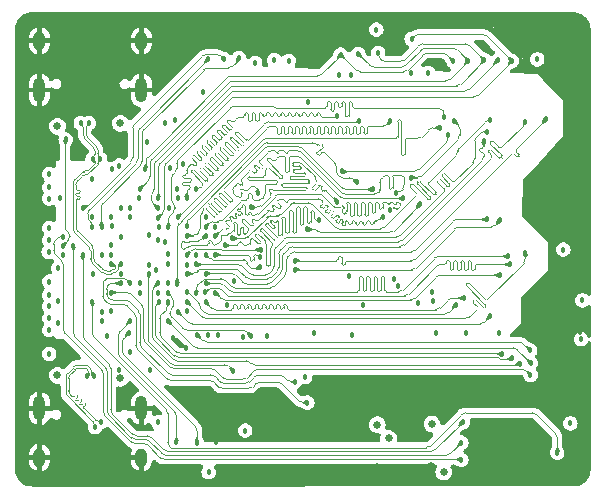
<source format=gbl>
G04 #@! TF.GenerationSoftware,KiCad,Pcbnew,7.0.1-0*
G04 #@! TF.CreationDate,2023-04-12T11:12:59+08:00*
G04 #@! TF.ProjectId,slimarm_classic_2410,736c696d-6172-46d5-9f63-6c6173736963,rev?*
G04 #@! TF.SameCoordinates,Original*
G04 #@! TF.FileFunction,Copper,L4,Bot*
G04 #@! TF.FilePolarity,Positive*
%FSLAX46Y46*%
G04 Gerber Fmt 4.6, Leading zero omitted, Abs format (unit mm)*
G04 Created by KiCad (PCBNEW 7.0.1-0) date 2023-04-12 11:12:59*
%MOMM*%
%LPD*%
G01*
G04 APERTURE LIST*
G04 #@! TA.AperFunction,ComponentPad*
%ADD10O,1.000000X2.100000*%
G04 #@! TD*
G04 #@! TA.AperFunction,ComponentPad*
%ADD11O,1.000000X1.600000*%
G04 #@! TD*
G04 #@! TA.AperFunction,ViaPad*
%ADD12C,0.457200*%
G04 #@! TD*
G04 #@! TA.AperFunction,ViaPad*
%ADD13C,0.635000*%
G04 #@! TD*
G04 #@! TA.AperFunction,Conductor*
%ADD14C,0.101600*%
G04 #@! TD*
G04 #@! TA.AperFunction,Conductor*
%ADD15C,0.111760*%
G04 #@! TD*
G04 APERTURE END LIST*
D10*
G04 #@! TO.P,J1,S1,SHIELD*
G04 #@! TO.N,GND*
X32006000Y-13947500D03*
D11*
X32006000Y-9767500D03*
D10*
X23366000Y-13947500D03*
D11*
X23366000Y-9767500D03*
G04 #@! TD*
D10*
G04 #@! TO.P,J4,S1,SHIELD*
G04 #@! TO.N,GND*
X23366000Y-40890250D03*
D11*
X23366000Y-45070250D03*
D10*
X32006000Y-40890250D03*
D11*
X32006000Y-45070250D03*
G04 #@! TD*
D12*
G04 #@! TO.N,GND*
X21996000Y-36320000D03*
D13*
X51920000Y-45860000D03*
D12*
X31047500Y-36090000D03*
X25340500Y-36100000D03*
X54822015Y-12532015D03*
X23054500Y-23150000D03*
X68160000Y-18810000D03*
X48760000Y-12640000D03*
X21926000Y-32280000D03*
X32650000Y-26250000D03*
X39820000Y-30140000D03*
X53700000Y-30540000D03*
X29966000Y-12580250D03*
X44640000Y-46640000D03*
X23054500Y-21040000D03*
X62070000Y-40030000D03*
X34230000Y-27850000D03*
X61380000Y-46900000D03*
X23054500Y-22120000D03*
X69640000Y-40400000D03*
X41636422Y-9240306D03*
X67250000Y-28500000D03*
X34640000Y-34900000D03*
X29424738Y-32664510D03*
X21926000Y-30200000D03*
X23054500Y-24400000D03*
X61200000Y-10320000D03*
X67990000Y-13590000D03*
X34258993Y-30298967D03*
X53340000Y-38390000D03*
X34095000Y-46655000D03*
X25144100Y-23114000D03*
X69640000Y-36920000D03*
X21996000Y-34260000D03*
X23054500Y-32250000D03*
D13*
X56540000Y-45790000D03*
D12*
X25400000Y-27907936D03*
X30241007Y-23901033D03*
X62700000Y-38470000D03*
X35880443Y-32679116D03*
X27864230Y-29506074D03*
X56700000Y-31840000D03*
X21926000Y-25660000D03*
X29289134Y-19365609D03*
X27178000Y-19558000D03*
X33390000Y-26680000D03*
X64890000Y-31830000D03*
X46910000Y-43310000D03*
X29060000Y-34770000D03*
X35766000Y-35790000D03*
X32490000Y-18332500D03*
X68206000Y-21530000D03*
X29902500Y-18280000D03*
X62290000Y-34520000D03*
X38340000Y-43740000D03*
X35032800Y-22317200D03*
X23054500Y-30220000D03*
X29435000Y-27085000D03*
X40570000Y-34810000D03*
X45740000Y-11530000D03*
X56910000Y-34520000D03*
X57840000Y-38360000D03*
X36650000Y-27892064D03*
X50730000Y-32115900D03*
X29490000Y-20610000D03*
X46600000Y-34537500D03*
X38500000Y-34720000D03*
X64050000Y-9350000D03*
X66910000Y-8040000D03*
X57185000Y-11745000D03*
X55460000Y-31950000D03*
X23054500Y-25670000D03*
X66430000Y-47080000D03*
X65567500Y-44704000D03*
X39406000Y-42000000D03*
X53340000Y-40132000D03*
X23054500Y-36300000D03*
X24964100Y-33630000D03*
X65220000Y-23880000D03*
X21896000Y-23120000D03*
X34880000Y-16480000D03*
X68834000Y-44450000D03*
X27850000Y-24707936D03*
X68780000Y-26630000D03*
X27380000Y-13060000D03*
X59490626Y-34515422D03*
X65220000Y-22110000D03*
X23054500Y-26670000D03*
X24964100Y-31840000D03*
X23054500Y-27690000D03*
X23054500Y-34290000D03*
X23054500Y-35300000D03*
X66780000Y-11360000D03*
X32695000Y-37685000D03*
X23054500Y-33240000D03*
X23736000Y-18250250D03*
X33200000Y-29220000D03*
X69730000Y-44000000D03*
X23054500Y-28960000D03*
X69396000Y-25590000D03*
X21926000Y-27670000D03*
X21896000Y-21070000D03*
X68120000Y-23840000D03*
X39670000Y-46760000D03*
X49260000Y-46650000D03*
X23054500Y-31200000D03*
X69156178Y-34457297D03*
X31850001Y-30307936D03*
X46140000Y-14935900D03*
X31066321Y-23925311D03*
X34345900Y-23970357D03*
G04 #@! TO.N,/NRESET*
X32646052Y-29496052D03*
X39770000Y-37730000D03*
G04 #@! TO.N,+3V3*
X39270000Y-32115900D03*
X32630000Y-28730000D03*
X35510000Y-20170000D03*
X43250000Y-11410000D03*
X68326000Y-42164000D03*
X49830000Y-34720000D03*
X24189500Y-36280000D03*
X28660000Y-33490000D03*
X69220000Y-35037500D03*
X33410000Y-42080000D03*
X29481144Y-25457534D03*
X65510000Y-11340000D03*
X53350000Y-29970000D03*
X56610000Y-31000000D03*
X51890000Y-8819100D03*
X49740000Y-12640000D03*
X69342000Y-31750000D03*
X34216999Y-28655283D03*
X34036000Y-16764000D03*
X42672000Y-34777900D03*
X30100000Y-20340000D03*
X24964100Y-29010000D03*
X24189500Y-25630000D03*
X37220000Y-14120000D03*
X35057936Y-23099999D03*
X67721975Y-27444475D03*
X29429722Y-27870245D03*
D13*
X57600000Y-46300000D03*
D12*
X34010000Y-26810000D03*
X24183764Y-26657678D03*
X30133451Y-37685245D03*
X37687500Y-46300000D03*
X56290000Y-12480000D03*
X38258993Y-25498967D03*
X33439203Y-31119262D03*
X49614100Y-29670000D03*
X24154100Y-27640000D03*
X45860000Y-38230000D03*
G04 #@! TO.N,+5V*
X40790000Y-42770000D03*
D13*
X51977500Y-42278000D03*
X30226000Y-16764000D03*
X56600000Y-42217500D03*
X30226000Y-38354000D03*
X24892000Y-38100000D03*
D12*
X44480000Y-11460000D03*
D13*
X24892000Y-17018000D03*
D12*
G04 #@! TO.N,+1V8*
X41630000Y-11650000D03*
X27857936Y-21500000D03*
X24189500Y-23130000D03*
X30262786Y-29478576D03*
X37449999Y-24707936D03*
X24189500Y-32260000D03*
X31875262Y-31135490D03*
X24189500Y-33250000D03*
X31824738Y-23064510D03*
X24189500Y-30170000D03*
X24189500Y-34250000D03*
X28650000Y-27900000D03*
X31020245Y-24679722D03*
D13*
X52927500Y-43434000D03*
D12*
X33470000Y-25550000D03*
X28632800Y-32717200D03*
X35880000Y-28730000D03*
X34440000Y-20570000D03*
X29425249Y-24684184D03*
X30293201Y-26357527D03*
X24189500Y-22180000D03*
X24189500Y-21060000D03*
X24189500Y-31290000D03*
X37620000Y-34680000D03*
G04 #@! TO.N,/BUS_DAT6*
X53520000Y-22640000D03*
X41840000Y-22690000D03*
G04 #@! TO.N,/BUS_DAT1*
X41320000Y-23870000D03*
X48580000Y-23390000D03*
G04 #@! TO.N,/DRAM_DQML*
X55580000Y-23620000D03*
X46050000Y-25720000D03*
G04 #@! TO.N,/BUS_DAT5*
X53090000Y-24070000D03*
X38250000Y-26300000D03*
G04 #@! TO.N,/BUS_DAT0*
X39070000Y-27090000D03*
X47014413Y-24945587D03*
G04 #@! TO.N,/BUS_ADR24*
X38243666Y-27885496D03*
X42050000Y-28080000D03*
G04 #@! TO.N,/BUS_ADR12*
X39710000Y-26490000D03*
X61490000Y-16500000D03*
G04 #@! TO.N,/BUS_ADR4*
X62340000Y-29610000D03*
X38257936Y-31099999D03*
G04 #@! TO.N,/DRAM_DQMU*
X54810000Y-21370000D03*
X58490000Y-16540000D03*
G04 #@! TO.N,/BUS_DAT12*
X50425000Y-16525000D03*
X36650000Y-22307935D03*
G04 #@! TO.N,/BUS_DAT7*
X37457936Y-25499999D03*
X54170000Y-23120000D03*
G04 #@! TO.N,/BUS_DAT4*
X52420000Y-24670000D03*
X37430738Y-26289203D03*
G04 #@! TO.N,/BUS_ADR7*
X37450001Y-29492064D03*
X64450000Y-16610000D03*
G04 #@! TO.N,/BUS_ADR3*
X63180000Y-28710000D03*
X37422425Y-31061794D03*
G04 #@! TO.N,/DRAM_NSCAS*
X37450000Y-31907935D03*
X59290000Y-31550000D03*
G04 #@! TO.N,/BUS_DAT14*
X48560000Y-16120000D03*
X35849999Y-23107936D03*
G04 #@! TO.N,/BUS_DAT10*
X53075000Y-16600000D03*
X35057935Y-24700000D03*
G04 #@! TO.N,/BUS_DAT2*
X50230000Y-21770000D03*
X35850001Y-25492064D03*
G04 #@! TO.N,/BUS_ADR10*
X61270000Y-17460000D03*
X36650000Y-28707935D03*
G04 #@! TO.N,/BUS_ADR5*
X36650000Y-31107935D03*
X66260000Y-16420000D03*
G04 #@! TO.N,/BUS_ADR1*
X35865816Y-31875249D03*
X64510000Y-27770000D03*
G04 #@! TO.N,/DRAM_SCKE*
X58000000Y-17780000D03*
X48990000Y-20810000D03*
G04 #@! TO.N,/BUS_DAT3*
X51580000Y-22350000D03*
X35830000Y-26280000D03*
G04 #@! TO.N,/BUS_ADR23*
X42100000Y-27470000D03*
X35849999Y-27907936D03*
G04 #@! TO.N,/BUS_ADR11*
X37450000Y-30307935D03*
X63018660Y-28008660D03*
G04 #@! TO.N,/BUS_NWE*
X58640000Y-32130000D03*
X35830369Y-31070978D03*
G04 #@! TO.N,/BUS_DAT8*
X34280000Y-25540000D03*
X57650000Y-16260000D03*
G04 #@! TO.N,/DRAM_SCLK*
X35020000Y-30340000D03*
X57300000Y-17140000D03*
G04 #@! TO.N,/DRAM_CS*
X35057936Y-32700000D03*
X61550000Y-33080000D03*
G04 #@! TO.N,/BUS_ADR9*
X35857935Y-29500000D03*
X61000000Y-18230000D03*
G04 #@! TO.N,/BUS_NWAIT*
X41280000Y-34750000D03*
X34248967Y-31091007D03*
G04 #@! TO.N,/JTAG_NTRST*
X52050000Y-10790000D03*
X61030000Y-11420000D03*
X33398331Y-23968776D03*
G04 #@! TO.N,/JTAG_TCK*
X33390000Y-24770000D03*
X63370000Y-11470000D03*
X54875000Y-9615000D03*
G04 #@! TO.N,/JTAG_TDI*
X48890000Y-10940000D03*
X32344100Y-20630000D03*
X58420000Y-11510000D03*
G04 #@! TO.N,/JTAG_TMS*
X50350000Y-10870000D03*
X31842065Y-22300000D03*
X59670000Y-11460000D03*
G04 #@! TO.N,/JTAG_TDO*
X62150000Y-11440000D03*
X33442064Y-23100001D03*
G04 #@! TO.N,/USB_DP*
X27880000Y-19740000D03*
X30234640Y-28692855D03*
X26870000Y-16750000D03*
G04 #@! TO.N,/USB_DN*
X27540000Y-16750000D03*
X28513521Y-19755412D03*
X29457936Y-28700000D03*
G04 #@! TO.N,/GPIO_G0*
X59200000Y-42070000D03*
X27050000Y-27907935D03*
G04 #@! TO.N,/GPIO_G2*
X59090000Y-43790000D03*
X26250000Y-27107936D03*
G04 #@! TO.N,/GPIO_G1*
X25330000Y-26350000D03*
X59090000Y-45230000D03*
G04 #@! TO.N,/NAND_ALE*
X63370000Y-36660000D03*
X33450000Y-31907936D03*
G04 #@! TO.N,/NAND_NFWE*
X62500000Y-36310000D03*
X34243666Y-31914504D03*
G04 #@! TO.N,/NAND_NFRE*
X64980000Y-37060000D03*
X34253948Y-33496052D03*
G04 #@! TO.N,/NAND_NFCE*
X36720000Y-34670000D03*
X64910000Y-35990000D03*
G04 #@! TO.N,/NAND_CLE*
X64080000Y-37130000D03*
X33439203Y-30280738D03*
G04 #@! TO.N,/SPI0_CLK*
X28649999Y-25507936D03*
X40250000Y-11210000D03*
G04 #@! TO.N,/NAND_RNB*
X64940000Y-38050000D03*
X29453948Y-31096052D03*
G04 #@! TO.N,/SPI0_MISO*
X27842065Y-25500000D03*
X37680000Y-11330000D03*
G04 #@! TO.N,/SPI0_MOSI*
X38970000Y-11310000D03*
X27057935Y-23899999D03*
G04 #@! TO.N,/CH_DP*
X27990000Y-38150000D03*
X28075000Y-42485000D03*
G04 #@! TO.N,/CH_DN*
X28560000Y-42040000D03*
X27406746Y-38172873D03*
G04 #@! TO.N,/UART_RTS*
X30251162Y-30290876D03*
X45010000Y-38630000D03*
G04 #@! TO.N,/UART_CTS*
X46050000Y-40400000D03*
X31050001Y-30292064D03*
G04 #@! TO.N,/OM0*
X67200000Y-44640000D03*
X27846052Y-31903948D03*
G04 #@! TO.N,/UART_TX*
X34960000Y-43730000D03*
X31050001Y-33492063D03*
G04 #@! TO.N,/UART_RX*
X30940000Y-34500000D03*
X36710000Y-43810000D03*
G04 #@! TO.N,/GPIO_G5*
X25320000Y-27140000D03*
X25580000Y-18130000D03*
G04 #@! TO.N,/DRAM_BA0*
X61240000Y-24880000D03*
X45000000Y-28400000D03*
G04 #@! TO.N,/DRAM_BA1*
X44990000Y-29140000D03*
X62360000Y-24980000D03*
G04 #@! TO.N,/BUS_ADR25*
X42060000Y-28960000D03*
X37457935Y-27900000D03*
G04 #@! TD*
D14*
G04 #@! TO.N,/NRESET*
X32571400Y-35031400D02*
X32580000Y-35040000D01*
X32580000Y-35040000D02*
X32580000Y-35223290D01*
X32580000Y-35223290D02*
X34399565Y-37042855D01*
X32571400Y-29570704D02*
X32571400Y-35031400D01*
X34758775Y-37191645D02*
X39021225Y-37191645D01*
X39380435Y-37340435D02*
X39770000Y-37730000D01*
X32646052Y-29496052D02*
X32571400Y-29570704D01*
X39380413Y-37340457D02*
G75*
G03*
X39021225Y-37191645I-359213J-359143D01*
G01*
X34399568Y-37042852D02*
G75*
G03*
X34758775Y-37191645I359232J359252D01*
G01*
G04 #@! TO.N,/BUS_DAT6*
X39888790Y-22031210D02*
X40030000Y-21890000D01*
X41359580Y-22060000D02*
X41300000Y-22060000D01*
X42213772Y-20325085D02*
X42213772Y-20325086D01*
X41840000Y-22350000D02*
X41850000Y-22340000D01*
X54260000Y-21310000D02*
X54260000Y-21939580D01*
X40638686Y-22362105D02*
X40638686Y-22362106D01*
X39931210Y-22871210D02*
X39888790Y-22828790D01*
X41365526Y-20770000D02*
X41531837Y-20936311D01*
X42012105Y-19907893D02*
X42012105Y-19907892D01*
X40340000Y-23020000D02*
X40290420Y-23020000D01*
X49256820Y-22756400D02*
X51703180Y-22756400D01*
X40532895Y-21961841D02*
X40532894Y-21961842D01*
X40423158Y-22362106D02*
X40423159Y-22362105D01*
X40532894Y-21746315D02*
X40461051Y-21674472D01*
X41850000Y-22340000D02*
X41718790Y-22208790D01*
X40461051Y-21458946D02*
X41150000Y-20770000D01*
X52962820Y-21292400D02*
X52962820Y-22218544D01*
X44236400Y-19246400D02*
X44334800Y-19246400D01*
X39740000Y-22469580D02*
X39740000Y-22390420D01*
X43751200Y-19040000D02*
X44030000Y-19040000D01*
X44541200Y-19040000D02*
X45119580Y-19040000D01*
X40710529Y-22433948D02*
X40638686Y-22362105D01*
X41581051Y-20338946D02*
X41581053Y-20338947D01*
X40423158Y-22577632D02*
X40495000Y-22649474D01*
X41300000Y-22060000D02*
X40926056Y-22433947D01*
X40461052Y-21458945D02*
X40461051Y-21458946D01*
X40532894Y-21746314D02*
X40532894Y-21746315D01*
X53267620Y-22218544D02*
X53267620Y-21292400D01*
X52328790Y-21411210D02*
X52451210Y-21288790D01*
X42213772Y-20325086D02*
X42012105Y-20123419D01*
X53918790Y-22491210D02*
X54111210Y-22298790D01*
X43446400Y-19246400D02*
X43544800Y-19246400D01*
X53420020Y-21140000D02*
X53879580Y-21140000D01*
X40495000Y-22865000D02*
X40340000Y-23020000D01*
X42012105Y-19907892D02*
X42731210Y-19188790D01*
X45478790Y-19188790D02*
X48897610Y-22607610D01*
X41747363Y-20720783D02*
X41747363Y-20720784D01*
X52180000Y-22384790D02*
X52180000Y-21770420D01*
X52062390Y-22607610D02*
X52105605Y-22564395D01*
X43090420Y-19040000D02*
X43240000Y-19040000D01*
X41747363Y-20720784D02*
X41581051Y-20554472D01*
X40245526Y-21890000D02*
X40317368Y-21961842D01*
X53559580Y-22640000D02*
X53520000Y-22640000D01*
X42213771Y-20540613D02*
X42213772Y-20540613D01*
X41840000Y-22690000D02*
X41840000Y-22350000D01*
X41796579Y-20338947D02*
X41998245Y-20540613D01*
X54238790Y-21288790D02*
X54260000Y-21310000D01*
X43544800Y-19246400D02*
G75*
G03*
X43648000Y-19143200I0J103200D01*
G01*
X40638685Y-22362107D02*
G75*
G03*
X40423159Y-22362107I-107763J-107761D01*
G01*
X44334800Y-19246400D02*
G75*
G03*
X44438000Y-19143200I0J103200D01*
G01*
X53115220Y-22370920D02*
G75*
G03*
X53267620Y-22218544I-20J152420D01*
G01*
X39888780Y-22031200D02*
G75*
G03*
X39740000Y-22390420I359220J-359200D01*
G01*
X51703180Y-22756385D02*
G75*
G03*
X52062390Y-22607610I20J507985D01*
G01*
X44541200Y-19040000D02*
G75*
G03*
X44438000Y-19143200I0J-103200D01*
G01*
X52962800Y-21292400D02*
G75*
G03*
X52810420Y-21140000I-152400J0D01*
G01*
X48897600Y-22607620D02*
G75*
G03*
X49256820Y-22756400I359200J359220D01*
G01*
X41747316Y-20936264D02*
G75*
G03*
X41747363Y-20720783I-107716J107764D01*
G01*
X44133200Y-19143200D02*
G75*
G03*
X44030000Y-19040000I-103200J0D01*
G01*
X54238800Y-21288780D02*
G75*
G03*
X53879580Y-21140000I-359200J-359220D01*
G01*
X43343200Y-19143200D02*
G75*
G03*
X43446400Y-19246400I103200J0D01*
G01*
X39931200Y-22871220D02*
G75*
G03*
X40290420Y-23020000I359200J359220D01*
G01*
X41531838Y-20936310D02*
G75*
G03*
X41747362Y-20936310I107762J107762D01*
G01*
X40461043Y-21458936D02*
G75*
G03*
X40461051Y-21674472I107757J-107764D01*
G01*
X52962756Y-22218544D02*
G75*
G03*
X53115220Y-22370944I152444J44D01*
G01*
X41718800Y-22208780D02*
G75*
G03*
X41359580Y-22060000I-359200J-359220D01*
G01*
X52328780Y-21411200D02*
G75*
G03*
X52180000Y-21770420I359220J-359200D01*
G01*
X40423190Y-22362136D02*
G75*
G03*
X40423158Y-22577632I107710J-107764D01*
G01*
X43343200Y-19143200D02*
G75*
G03*
X43240000Y-19040000I-103200J0D01*
G01*
X40494962Y-22864962D02*
G75*
G03*
X40494999Y-22649475I-107762J107762D01*
G01*
X39740015Y-22469580D02*
G75*
G03*
X39888790Y-22828790I507985J-20D01*
G01*
X41998246Y-20540612D02*
G75*
G03*
X42213770Y-20540612I107762J107762D01*
G01*
X52105610Y-22564400D02*
G75*
G03*
X52180000Y-22384790I-179610J179600D01*
G01*
X42012149Y-19907937D02*
G75*
G03*
X42012105Y-20123419I107751J-107763D01*
G01*
X53420020Y-21140020D02*
G75*
G03*
X53267620Y-21292400I-20J-152380D01*
G01*
X41581042Y-20338937D02*
G75*
G03*
X41581051Y-20554472I107758J-107763D01*
G01*
X41796578Y-20338948D02*
G75*
G03*
X41581054Y-20338948I-107762J-107762D01*
G01*
X53559580Y-22639985D02*
G75*
G03*
X53918790Y-22491210I20J507985D01*
G01*
X40245525Y-21890001D02*
G75*
G03*
X40030001Y-21890001I-107762J-107762D01*
G01*
X43090420Y-19040015D02*
G75*
G03*
X42731210Y-19188790I-20J-507985D01*
G01*
X45478800Y-19188780D02*
G75*
G03*
X45119580Y-19040000I-359200J-359220D01*
G01*
X54111220Y-22298800D02*
G75*
G03*
X54260000Y-21939580I-359220J359200D01*
G01*
X40317338Y-21961872D02*
G75*
G03*
X40532894Y-21961840I107762J107772D01*
G01*
X44133200Y-19143200D02*
G75*
G03*
X44236400Y-19246400I103200J0D01*
G01*
X42213723Y-20540564D02*
G75*
G03*
X42213772Y-20325085I-107723J107764D01*
G01*
X40532916Y-21961864D02*
G75*
G03*
X40532894Y-21746314I-107816J107764D01*
G01*
X41365525Y-20770001D02*
G75*
G03*
X41150001Y-20770001I-107762J-107762D01*
G01*
X43751200Y-19040000D02*
G75*
G03*
X43648000Y-19143200I0J-103200D01*
G01*
X40710537Y-22433940D02*
G75*
G03*
X40926056Y-22433947I107763J107740D01*
G01*
X52810420Y-21140015D02*
G75*
G03*
X52451210Y-21288790I-20J-507985D01*
G01*
G04 #@! TO.N,/BUS_DAT1*
X43880000Y-21967395D02*
X43880000Y-21952605D01*
X46190000Y-21632605D02*
X46190000Y-21687395D01*
X45842802Y-21157198D02*
X45797197Y-21202803D01*
X43062928Y-22350347D02*
X43158529Y-22445948D01*
X44650000Y-21510000D02*
X46120000Y-21510000D01*
X44850000Y-20850000D02*
X44892803Y-20892803D01*
X46441804Y-22153507D02*
X46784893Y-21810419D01*
X44912802Y-20687198D02*
X44887197Y-20712803D01*
X44922605Y-20370000D02*
X45377395Y-20370000D01*
X46120000Y-21510000D02*
X46152803Y-21542803D01*
X45452802Y-20617198D02*
X45420000Y-20650000D01*
X46152802Y-21777198D02*
X46120000Y-21810000D01*
X45420000Y-20650000D02*
X45002605Y-20650000D01*
X43394803Y-22425200D02*
X45864800Y-22425200D01*
X45980000Y-22257395D02*
X45980000Y-22210000D01*
X41320000Y-23870000D02*
X41739580Y-23870000D01*
X46441804Y-22153508D02*
X46441804Y-22153507D01*
X44850000Y-20802605D02*
X44850000Y-20850000D01*
X42098790Y-23721210D02*
X42943000Y-22877000D01*
X47000420Y-22025946D02*
X47000419Y-22025946D01*
X43970000Y-21810000D02*
X43917197Y-21862803D01*
X46662657Y-21253709D02*
X45607738Y-20198790D01*
X47307588Y-22457000D02*
X47261767Y-22411179D01*
X44810000Y-20192605D02*
X44810000Y-20310000D01*
X46120000Y-21810000D02*
X43970000Y-21810000D01*
X43970000Y-22110000D02*
X43917197Y-22057197D01*
X45880000Y-20990000D02*
X45880000Y-21067395D01*
X45864800Y-22425200D02*
X45942803Y-22347197D01*
X47477295Y-22456999D02*
X47477294Y-22457000D01*
X45880000Y-22110000D02*
X43970000Y-22110000D01*
X43062928Y-22350348D02*
X43062928Y-22350347D01*
X45857198Y-20967198D02*
X45880000Y-20990000D01*
X44582802Y-21277198D02*
X44570000Y-21290000D01*
X44570000Y-21290000D02*
X44570000Y-21377395D01*
X48580000Y-23390000D02*
X47647000Y-22457000D01*
X45490000Y-20430000D02*
X45490000Y-20527395D01*
X47000419Y-22025946D02*
X46657331Y-22369035D01*
X44810000Y-20310000D02*
X44832803Y-20332803D01*
X45467198Y-20407198D02*
X45490000Y-20430000D01*
X44607198Y-21467198D02*
X44650000Y-21510000D01*
X45248528Y-20050000D02*
X44952605Y-20050000D01*
X45980000Y-22210000D02*
X45880000Y-22110000D01*
X44982605Y-20930000D02*
X45767395Y-20930000D01*
X44862802Y-20087198D02*
X44847197Y-20102803D01*
X42943000Y-22661474D02*
X42847400Y-22565874D01*
X43374055Y-22445948D02*
X43394803Y-22425200D01*
X46811447Y-21625115D02*
X46811447Y-21612919D01*
X45707395Y-21240000D02*
X44672605Y-21240000D01*
X47261767Y-22071767D02*
X47215947Y-22025947D01*
X42847390Y-22350338D02*
G75*
G03*
X42847401Y-22565873I107810J-107762D01*
G01*
X47307589Y-22456999D02*
G75*
G03*
X47477293Y-22456999I84852J84853D01*
G01*
X45452805Y-20617201D02*
G75*
G03*
X45490000Y-20527395I-89805J89801D01*
G01*
X43062927Y-22350349D02*
G75*
G03*
X42847401Y-22350349I-107763J-107761D01*
G01*
X45002605Y-20650004D02*
G75*
G03*
X44912802Y-20687198I-5J-126996D01*
G01*
X45607724Y-20198804D02*
G75*
G03*
X45248528Y-20050000I-359224J-359196D01*
G01*
X43158530Y-22445947D02*
G75*
G03*
X43374054Y-22445947I107762J107762D01*
G01*
X44952605Y-20050004D02*
G75*
G03*
X44862802Y-20087198I-5J-126996D01*
G01*
X43880004Y-21967395D02*
G75*
G03*
X43917197Y-22057197I126996J-5D01*
G01*
X46784904Y-21810430D02*
G75*
G03*
X46811446Y-21625115I-114304J110930D01*
G01*
X44847194Y-20102800D02*
G75*
G03*
X44810000Y-20192605I89806J-89800D01*
G01*
X46189996Y-21632605D02*
G75*
G03*
X46152803Y-21542803I-126996J5D01*
G01*
X44832800Y-20332806D02*
G75*
G03*
X44922605Y-20370000I89800J89806D01*
G01*
X45857201Y-20967195D02*
G75*
G03*
X45767395Y-20930000I-89801J-89805D01*
G01*
X46152805Y-21777201D02*
G75*
G03*
X46190000Y-21687395I-89805J89801D01*
G01*
X47646953Y-22457047D02*
G75*
G03*
X47477295Y-22456999I-84853J-84853D01*
G01*
X43917194Y-21862800D02*
G75*
G03*
X43880000Y-21952605I89806J-89800D01*
G01*
X45842805Y-21157201D02*
G75*
G03*
X45880000Y-21067395I-89805J89801D01*
G01*
X47261747Y-22241453D02*
G75*
G03*
X47261767Y-22071767I-84847J84853D01*
G01*
X42942962Y-22876962D02*
G75*
G03*
X42942999Y-22661475I-107762J107762D01*
G01*
X41739580Y-23869985D02*
G75*
G03*
X42098790Y-23721210I20J507985D01*
G01*
X45942806Y-22347200D02*
G75*
G03*
X45980000Y-22257395I-89806J89800D01*
G01*
X45467201Y-20407195D02*
G75*
G03*
X45377395Y-20370000I-89801J-89805D01*
G01*
X44887194Y-20712800D02*
G75*
G03*
X44850000Y-20802605I89806J-89800D01*
G01*
X47215964Y-22025930D02*
G75*
G03*
X47000420Y-22025946I-107764J-107770D01*
G01*
X44672605Y-21240004D02*
G75*
G03*
X44582802Y-21277198I-5J-126996D01*
G01*
X46441834Y-22153538D02*
G75*
G03*
X46441806Y-22369034I107766J-107762D01*
G01*
X44570004Y-21377395D02*
G75*
G03*
X44607198Y-21467198I126996J-5D01*
G01*
X44892800Y-20892806D02*
G75*
G03*
X44982605Y-20930000I89800J89806D01*
G01*
X46441806Y-22369034D02*
G75*
G03*
X46657330Y-22369034I107762J107762D01*
G01*
X46811419Y-21612919D02*
G75*
G03*
X46662657Y-21253709I-508019J19D01*
G01*
X45707395Y-21239996D02*
G75*
G03*
X45797197Y-21202803I5J126996D01*
G01*
X47261741Y-22241447D02*
G75*
G03*
X47261767Y-22411179I84859J-84853D01*
G01*
G04 #@! TO.N,/DRAM_DQML*
X52989580Y-26000000D02*
X47240420Y-26000000D01*
X55580000Y-23620000D02*
X53348790Y-25851210D01*
X46644790Y-25720000D02*
X46050000Y-25720000D01*
X46881210Y-25851210D02*
X46824395Y-25794395D01*
X46824400Y-25794390D02*
G75*
G03*
X46644790Y-25720000I-179600J-179610D01*
G01*
X52989580Y-25999985D02*
G75*
G03*
X53348790Y-25851210I20J507985D01*
G01*
X46881200Y-25851220D02*
G75*
G03*
X47240420Y-26000000I359200J359220D01*
G01*
G04 #@! TO.N,/BUS_DAT5*
X41302900Y-24417900D02*
X41302900Y-24445700D01*
X39544552Y-25005451D02*
X39580000Y-24970003D01*
X39542802Y-24862802D02*
X39517197Y-24837197D01*
X50286800Y-23582400D02*
X50286800Y-24507600D01*
X39920000Y-24497395D02*
X39920000Y-24470000D01*
X52840000Y-23610000D02*
X52867395Y-23610000D01*
X39412178Y-25473836D02*
X39412178Y-25473837D01*
X53452605Y-23610000D02*
X53520000Y-23610000D01*
X53910000Y-23595105D02*
X53910000Y-23685923D01*
X48985105Y-23720000D02*
X48987395Y-23720000D01*
X49170525Y-24400000D02*
X49177395Y-24400000D01*
X49077198Y-23757198D02*
X49082803Y-23762803D01*
X50896400Y-23582400D02*
X50896400Y-24507600D01*
X53601659Y-23994264D02*
X53576869Y-23994264D01*
X40007376Y-24762624D02*
X40020000Y-24750000D01*
X52115600Y-23582400D02*
X52115600Y-23917600D01*
X53157805Y-23424800D02*
X53162195Y-23424800D01*
X52572800Y-23427200D02*
X52575200Y-23424800D01*
X52575200Y-23424800D02*
X52602195Y-23424800D01*
X49267198Y-24362802D02*
X49298005Y-24331995D01*
X49982000Y-24507600D02*
X49982000Y-23582400D01*
X40137198Y-24447198D02*
X40212803Y-24522803D01*
X40032605Y-24410000D02*
X40047395Y-24410000D01*
X53582803Y-23494592D02*
X53582803Y-23467197D01*
X39920000Y-24470000D02*
X39942803Y-24447197D01*
X53232802Y-23927198D02*
X53090000Y-24070000D01*
X39412178Y-25473837D02*
X39159319Y-25220977D01*
X53367395Y-23890000D02*
X53322605Y-23890000D01*
X40388500Y-24218900D02*
X40210700Y-24218900D01*
X53872802Y-23775726D02*
X53691461Y-23957067D01*
X39605720Y-24620000D02*
X39617395Y-24620000D01*
X41858790Y-24411210D02*
X43391210Y-22878790D01*
X39982802Y-24612802D02*
X39957197Y-24587197D01*
X51506000Y-23582400D02*
X51506000Y-24257600D01*
X48432705Y-23872600D02*
X48727295Y-23872600D01*
X47386290Y-22878790D02*
X48342903Y-23835403D01*
X49082802Y-24007198D02*
X49017197Y-24072803D01*
X49372400Y-24152390D02*
X49372400Y-23582400D01*
X52691998Y-23461998D02*
X52840000Y-23610000D01*
X49677200Y-23582400D02*
X49677200Y-24507600D01*
X50591600Y-24507600D02*
X50591600Y-23582400D01*
X52420400Y-23917600D02*
X52420400Y-23582400D01*
X39159318Y-25051272D02*
X39205141Y-25005450D01*
X53672605Y-23430000D02*
X53744895Y-23430000D01*
X38250000Y-26300000D02*
X38920881Y-25629119D01*
X53520000Y-23610000D02*
X53545606Y-23584394D01*
X51810800Y-24257600D02*
X51810800Y-23582400D01*
X53834698Y-23467198D02*
X53872803Y-23505303D01*
X40502800Y-23876000D02*
X40502800Y-23772400D01*
X40020000Y-24750000D02*
X40020000Y-24702605D01*
X52957198Y-23572802D02*
X53068003Y-23461997D01*
X49017198Y-24299278D02*
X49080723Y-24362803D01*
X40210700Y-23990300D02*
X40388500Y-23990300D01*
X48980000Y-24162605D02*
X48980000Y-24209475D01*
X41417200Y-24560000D02*
X41499580Y-24560000D01*
X53487067Y-23957067D02*
X53457198Y-23927198D01*
X51201200Y-24507600D02*
X51201200Y-23582400D01*
X41074300Y-24445700D02*
X41074300Y-24417900D01*
X39480000Y-24693115D02*
X39515918Y-24657197D01*
X43750420Y-22730000D02*
X47027080Y-22730000D01*
X39136407Y-25629119D02*
X39196652Y-25689364D01*
X39707198Y-24657198D02*
X39812625Y-24762625D01*
X49120000Y-23852605D02*
X49120000Y-23917395D01*
X40302605Y-24560000D02*
X40350400Y-24560000D01*
X48817098Y-23835402D02*
X48895303Y-23757197D01*
X53251998Y-23461998D02*
X53362803Y-23572803D01*
X39902427Y-24799822D02*
X39917573Y-24799822D01*
X39480000Y-24747395D02*
X39480000Y-24693115D01*
X39580000Y-24970003D02*
X39580000Y-24952605D01*
X40807600Y-23772400D02*
X40807600Y-24407600D01*
X52572800Y-23430000D02*
X52572800Y-23427200D01*
X40502800Y-24407600D02*
X40502800Y-24333200D01*
X51506000Y-23582400D02*
G75*
G03*
X51353600Y-23430000I-152400J0D01*
G01*
X51353600Y-23430000D02*
G75*
G03*
X51201200Y-23582400I0J-152400D01*
G01*
X52115600Y-23917600D02*
G75*
G03*
X52268000Y-24070000I152400J0D01*
G01*
X39374847Y-25005450D02*
G75*
G03*
X39544552Y-25005451I84853J84850D01*
G01*
X40212800Y-24522806D02*
G75*
G03*
X40302605Y-24560000I89800J89806D01*
G01*
X40096400Y-24104600D02*
G75*
G03*
X40210700Y-24218900I114300J0D01*
G01*
X51048800Y-24660000D02*
G75*
G03*
X51201200Y-24507600I0J152400D01*
G01*
X53909996Y-23595105D02*
G75*
G03*
X53872803Y-23505303I-126996J5D01*
G01*
X53322605Y-23890004D02*
G75*
G03*
X53232802Y-23927198I-5J-126996D01*
G01*
X49080710Y-24362816D02*
G75*
G03*
X49170525Y-24400000I89790J89816D01*
G01*
X40210700Y-23990300D02*
G75*
G03*
X40096400Y-24104600I0J-114300D01*
G01*
X41302900Y-24445700D02*
G75*
G03*
X41417200Y-24560000I114300J0D01*
G01*
X40502800Y-24333200D02*
G75*
G03*
X40388500Y-24218900I-114300J0D01*
G01*
X39159294Y-25051248D02*
G75*
G03*
X39159319Y-25220977I84906J-84852D01*
G01*
X49119996Y-23852605D02*
G75*
G03*
X49082803Y-23762803I-126996J5D01*
G01*
X39812607Y-24762643D02*
G75*
G03*
X39902427Y-24799822I89793J89843D01*
G01*
X40807600Y-24407600D02*
G75*
G03*
X40960000Y-24560000I152400J0D01*
G01*
X39917573Y-24799796D02*
G75*
G03*
X40007376Y-24762624I27J126996D01*
G01*
X43750420Y-22730015D02*
G75*
G03*
X43391210Y-22878790I-20J-507985D01*
G01*
X40350400Y-24560000D02*
G75*
G03*
X40502800Y-24407600I0J152400D01*
G01*
X48727295Y-23872596D02*
G75*
G03*
X48817098Y-23835402I5J126996D01*
G01*
X50744000Y-23430000D02*
G75*
G03*
X50591600Y-23582400I0J-152400D01*
G01*
X39196653Y-25689363D02*
G75*
G03*
X39412177Y-25689363I107762J107762D01*
G01*
X53672605Y-23430004D02*
G75*
G03*
X53582803Y-23467197I-5J-126996D01*
G01*
X53457201Y-23927195D02*
G75*
G03*
X53367395Y-23890000I-89801J-89805D01*
G01*
X39920004Y-24497395D02*
G75*
G03*
X39957197Y-24587197I126996J-5D01*
G01*
X40655200Y-23620000D02*
G75*
G03*
X40502800Y-23772400I0J-152400D01*
G01*
X49177395Y-24399996D02*
G75*
G03*
X49267198Y-24362802I5J126996D01*
G01*
X50286800Y-24507600D02*
G75*
G03*
X50439200Y-24660000I152400J0D01*
G01*
X39707201Y-24657195D02*
G75*
G03*
X39617395Y-24620000I-89801J-89805D01*
G01*
X40960000Y-24560000D02*
G75*
G03*
X41074300Y-24445700I0J114300D01*
G01*
X41499580Y-24559985D02*
G75*
G03*
X41858790Y-24411210I20J507985D01*
G01*
X39605720Y-24620015D02*
G75*
G03*
X39515919Y-24657198I-20J-126985D01*
G01*
X50286800Y-23582400D02*
G75*
G03*
X50134400Y-23430000I-152400J0D01*
G01*
X53252001Y-23461995D02*
G75*
G03*
X53162195Y-23424800I-89801J-89805D01*
G01*
X53362800Y-23572806D02*
G75*
G03*
X53452605Y-23610000I89800J89806D01*
G01*
X53157805Y-23424804D02*
G75*
G03*
X53068003Y-23461997I-5J-126996D01*
G01*
X52572800Y-23430000D02*
G75*
G03*
X52420400Y-23582400I0J-152400D01*
G01*
X49677200Y-23582400D02*
G75*
G03*
X49524800Y-23430000I-152400J0D01*
G01*
X51658400Y-24410000D02*
G75*
G03*
X51810800Y-24257600I0J152400D01*
G01*
X39579996Y-24952605D02*
G75*
G03*
X39542802Y-24862802I-126996J5D01*
G01*
X49524800Y-23430000D02*
G75*
G03*
X49372400Y-23582400I0J-152400D01*
G01*
X49298010Y-24332000D02*
G75*
G03*
X49372400Y-24152390I-179610J179600D01*
G01*
X49829600Y-24660000D02*
G75*
G03*
X49982000Y-24507600I0J152400D01*
G01*
X50896400Y-23582400D02*
G75*
G03*
X50744000Y-23430000I-152400J0D01*
G01*
X53601659Y-23994245D02*
G75*
G03*
X53691461Y-23957067I41J126945D01*
G01*
X51506000Y-24257600D02*
G75*
G03*
X51658400Y-24410000I152400J0D01*
G01*
X41188600Y-24303600D02*
G75*
G03*
X41074300Y-24417900I0J-114300D01*
G01*
X39136406Y-25629120D02*
G75*
G03*
X38920882Y-25629120I-107762J-107762D01*
G01*
X53545611Y-23584399D02*
G75*
G03*
X53582803Y-23494592I-89811J89799D01*
G01*
X48342900Y-23835406D02*
G75*
G03*
X48432705Y-23872600I89800J89806D01*
G01*
X49077201Y-23757195D02*
G75*
G03*
X48987395Y-23720000I-89801J-89805D01*
G01*
X49677200Y-24507600D02*
G75*
G03*
X49829600Y-24660000I152400J0D01*
G01*
X39374846Y-25005451D02*
G75*
G03*
X39205142Y-25005451I-84852J-84853D01*
G01*
X53872791Y-23775715D02*
G75*
G03*
X53910000Y-23685923I-89791J89815D01*
G01*
X40019996Y-24702605D02*
G75*
G03*
X39982802Y-24612802I-126996J5D01*
G01*
X40032605Y-24410004D02*
G75*
G03*
X39942803Y-24447197I-5J-126996D01*
G01*
X51963200Y-23430000D02*
G75*
G03*
X51810800Y-23582400I0J-152400D01*
G01*
X52692001Y-23461995D02*
G75*
G03*
X52602195Y-23424800I-89801J-89805D01*
G01*
X53487090Y-23957044D02*
G75*
G03*
X53576869Y-23994264I89810J89744D01*
G01*
X40388500Y-23990300D02*
G75*
G03*
X40502800Y-23876000I0J114300D01*
G01*
X40137201Y-24447195D02*
G75*
G03*
X40047395Y-24410000I-89801J-89805D01*
G01*
X49082805Y-24007201D02*
G75*
G03*
X49120000Y-23917395I-89805J89801D01*
G01*
X53834701Y-23467195D02*
G75*
G03*
X53744895Y-23430000I-89801J-89805D01*
G01*
X50134400Y-23430000D02*
G75*
G03*
X49982000Y-23582400I0J-152400D01*
G01*
X52115600Y-23582400D02*
G75*
G03*
X51963200Y-23430000I-152400J0D01*
G01*
X52268000Y-24070000D02*
G75*
G03*
X52420400Y-23917600I0J152400D01*
G01*
X39412178Y-25689364D02*
G75*
G03*
X39412178Y-25473836I-107778J107764D01*
G01*
X47386300Y-22878780D02*
G75*
G03*
X47027080Y-22730000I-359200J-359220D01*
G01*
X41302900Y-24417900D02*
G75*
G03*
X41188600Y-24303600I-114300J0D01*
G01*
X48980018Y-24209475D02*
G75*
G03*
X49017198Y-24299278I126982J-25D01*
G01*
X39480004Y-24747395D02*
G75*
G03*
X39517197Y-24837197I126996J-5D01*
G01*
X40807600Y-23772400D02*
G75*
G03*
X40655200Y-23620000I-152400J0D01*
G01*
X49017194Y-24072800D02*
G75*
G03*
X48980000Y-24162605I89806J-89800D01*
G01*
X50896400Y-24507600D02*
G75*
G03*
X51048800Y-24660000I152400J0D01*
G01*
X50439200Y-24660000D02*
G75*
G03*
X50591600Y-24507600I0J152400D01*
G01*
X48985105Y-23720004D02*
G75*
G03*
X48895303Y-23757197I-5J-126996D01*
G01*
X52867395Y-23609996D02*
G75*
G03*
X52957198Y-23572802I5J126996D01*
G01*
G04 #@! TO.N,/BUS_DAT0*
X43290000Y-25547395D02*
X43290000Y-25532605D01*
X43370000Y-25030000D02*
X43400000Y-25000000D01*
X43370000Y-25120000D02*
X43370000Y-25030000D01*
X42088089Y-25722481D02*
X42133912Y-25676659D01*
X43302605Y-25140000D02*
X43350000Y-25140000D01*
X42734673Y-25245604D02*
X42734673Y-25264673D01*
X41872563Y-26107714D02*
X42433810Y-26668960D01*
X41208770Y-26941210D02*
X41225980Y-26924000D01*
X45415200Y-23957987D02*
X45415200Y-25283187D01*
X43252802Y-25442802D02*
X42977197Y-25167197D01*
X43230000Y-25660000D02*
X43252803Y-25637197D01*
X43891200Y-26183187D02*
X43891200Y-24825587D01*
X46329600Y-25090587D02*
X46329600Y-24307987D01*
X46634400Y-24307987D02*
X46634400Y-24793187D01*
X42837198Y-28782802D02*
X42877875Y-28742125D01*
X42980000Y-24960000D02*
X43015916Y-24960000D01*
X42582600Y-28752600D02*
X42612803Y-28782803D01*
X43182605Y-25660000D02*
X43230000Y-25660000D01*
X43586400Y-25056400D02*
X43586400Y-26183187D01*
X45720000Y-25283187D02*
X45720000Y-23957987D01*
X44805600Y-24257987D02*
X44805600Y-25933187D01*
X46786800Y-24945587D02*
X47014413Y-24945587D01*
X43147198Y-25037198D02*
X43212803Y-25102803D01*
X42702605Y-28820000D02*
X42747395Y-28820000D01*
X44011200Y-24705587D02*
X44076000Y-24705587D01*
X42051316Y-26717521D02*
X42051316Y-26717522D01*
X43083411Y-26887507D02*
X43083411Y-26887508D01*
X44196000Y-24825587D02*
X44196000Y-25933187D01*
X40674400Y-27090000D02*
X40849560Y-27090000D01*
X42940000Y-25077395D02*
X42940000Y-25052605D01*
X43479111Y-26421097D02*
X43479111Y-26421098D01*
X46169800Y-25235587D02*
X46184600Y-25235587D01*
X42051316Y-26717522D02*
X41657035Y-26323241D01*
X43567198Y-25037198D02*
X43586400Y-25056400D01*
X44500800Y-25933187D02*
X44500800Y-24257987D01*
X41225982Y-26584589D02*
X41225980Y-26584590D01*
X43083411Y-26887508D02*
X42088090Y-25892186D01*
X41657034Y-26153536D02*
X41702857Y-26107714D01*
X43350000Y-25140000D02*
X43370000Y-25120000D01*
X42519144Y-25291426D02*
X42564967Y-25245604D01*
X43400000Y-25000000D02*
X43477395Y-25000000D01*
X42051316Y-26933050D02*
X42051316Y-26933049D01*
X41441508Y-26538769D02*
X41835789Y-26933049D01*
X42582600Y-27028171D02*
X42582600Y-28752600D01*
X40369600Y-26800000D02*
X40384400Y-26800000D01*
X43479111Y-26421098D02*
X42519145Y-25461131D01*
X43105719Y-24997198D02*
X43128743Y-25020222D01*
X41225980Y-26584590D02*
X41271802Y-26538769D01*
X42734673Y-25264673D02*
X43092803Y-25622803D01*
X46024800Y-23957987D02*
X46024800Y-25090587D01*
X42303618Y-25676659D02*
X43263585Y-26636625D01*
X39070000Y-27090000D02*
X40079600Y-27090000D01*
X42915072Y-28652323D02*
X42915072Y-27471197D01*
X45110400Y-25933187D02*
X45110400Y-23957987D01*
X41225980Y-26754296D02*
X41225981Y-26754294D01*
X42977198Y-24962802D02*
X42980000Y-24960000D01*
X43252806Y-25637200D02*
G75*
G03*
X43290000Y-25547395I-89806J89800D01*
G01*
X44011200Y-24705600D02*
G75*
G03*
X43891200Y-24825587I0J-120000D01*
G01*
X45415213Y-25283187D02*
G75*
G03*
X45567600Y-25435587I152387J-13D01*
G01*
X42612800Y-28782806D02*
G75*
G03*
X42702605Y-28820000I89800J89806D01*
G01*
X44805613Y-24257987D02*
G75*
G03*
X44653200Y-24105587I-152413J-13D01*
G01*
X46024813Y-25090587D02*
G75*
G03*
X46169800Y-25235587I144987J-13D01*
G01*
X43289996Y-25532605D02*
G75*
G03*
X43252802Y-25442802I-126996J5D01*
G01*
X43063857Y-27111982D02*
G75*
G03*
X42915072Y-27471197I359243J-359218D01*
G01*
X43092800Y-25622806D02*
G75*
G03*
X43182605Y-25660000I89800J89806D01*
G01*
X40079600Y-27090000D02*
G75*
G03*
X40224600Y-26945000I0J145000D01*
G01*
X40849560Y-27089971D02*
G75*
G03*
X41208770Y-26941210I40J507971D01*
G01*
X40529400Y-26945000D02*
G75*
G03*
X40384400Y-26800000I-145000J0D01*
G01*
X44196013Y-25933187D02*
G75*
G03*
X44348400Y-26085587I152387J-13D01*
G01*
X41872562Y-26107715D02*
G75*
G03*
X41702858Y-26107715I-84852J-84853D01*
G01*
X41441507Y-26538770D02*
G75*
G03*
X41271803Y-26538770I-84852J-84853D01*
G01*
X44958000Y-26085600D02*
G75*
G03*
X45110400Y-25933187I0J152400D01*
G01*
X46024813Y-23957987D02*
G75*
G03*
X45872400Y-23805587I-152413J-13D01*
G01*
X42940004Y-25077395D02*
G75*
G03*
X42977197Y-25167197I126996J-5D01*
G01*
X42303617Y-25676660D02*
G75*
G03*
X42133913Y-25676660I-84852J-84853D01*
G01*
X42977195Y-24962799D02*
G75*
G03*
X42940000Y-25052605I89805J-89801D01*
G01*
X45872400Y-23805600D02*
G75*
G03*
X45720000Y-23957987I0J-152400D01*
G01*
X42734672Y-25245605D02*
G75*
G03*
X42564968Y-25245605I-84852J-84853D01*
G01*
X46482000Y-24155600D02*
G75*
G03*
X46329600Y-24307987I0J-152400D01*
G01*
X44805613Y-25933187D02*
G75*
G03*
X44958000Y-26085587I152387J-13D01*
G01*
X43128744Y-25020221D02*
G75*
G03*
X43147198Y-25037198I583456J615721D01*
G01*
X43083440Y-27103064D02*
G75*
G03*
X43083411Y-26887507I-107840J107764D01*
G01*
X46634413Y-24307987D02*
G75*
G03*
X46482000Y-24155587I-152413J-13D01*
G01*
X45567600Y-25435600D02*
G75*
G03*
X45720000Y-25283187I0J152400D01*
G01*
X43586413Y-26183187D02*
G75*
G03*
X43738800Y-26335587I152387J-13D01*
G01*
X45415213Y-23957987D02*
G75*
G03*
X45262800Y-23805587I-152413J-13D01*
G01*
X42088056Y-25722448D02*
G75*
G03*
X42088090Y-25892186I84844J-84852D01*
G01*
X44653200Y-24105600D02*
G75*
G03*
X44500800Y-24257987I0J-152400D01*
G01*
X42747395Y-28819996D02*
G75*
G03*
X42837198Y-28782802I5J126996D01*
G01*
X41225940Y-26584547D02*
G75*
G03*
X41225981Y-26754294I84860J-84853D01*
G01*
X41835836Y-26933002D02*
G75*
G03*
X42051316Y-26933050I107764J107702D01*
G01*
X43738800Y-26335600D02*
G75*
G03*
X43891200Y-26183187I0J152400D01*
G01*
X46184600Y-25235600D02*
G75*
G03*
X46329600Y-25090587I0J145000D01*
G01*
X43263586Y-26636624D02*
G75*
G03*
X43479110Y-26636624I107762J107762D01*
G01*
X46634413Y-24793187D02*
G75*
G03*
X46786800Y-24945587I152387J-13D01*
G01*
X40369600Y-26800000D02*
G75*
G03*
X40224600Y-26945000I0J-145000D01*
G01*
X42582620Y-27028171D02*
G75*
G03*
X42433809Y-26668961I-508020J-29D01*
G01*
X43212800Y-25102806D02*
G75*
G03*
X43302605Y-25140000I89800J89806D01*
G01*
X45262800Y-23805600D02*
G75*
G03*
X45110400Y-23957987I0J-152400D01*
G01*
X42519166Y-25291448D02*
G75*
G03*
X42519145Y-25461131I84834J-84852D01*
G01*
X43105711Y-24997206D02*
G75*
G03*
X43015916Y-24960000I-89811J-89794D01*
G01*
X43479150Y-26636664D02*
G75*
G03*
X43479111Y-26421097I-107850J107764D01*
G01*
X43567201Y-25037195D02*
G75*
G03*
X43477395Y-25000000I-89801J-89805D01*
G01*
X41225932Y-26923951D02*
G75*
G03*
X41225979Y-26754297I-84832J84851D01*
G01*
X40529400Y-26945000D02*
G75*
G03*
X40674400Y-27090000I145000J0D01*
G01*
X42877858Y-28742108D02*
G75*
G03*
X42915072Y-28652323I-89758J89808D01*
G01*
X44348400Y-26085600D02*
G75*
G03*
X44500800Y-25933187I0J152400D01*
G01*
X44196013Y-24825587D02*
G75*
G03*
X44076000Y-24705587I-120013J-13D01*
G01*
X42051330Y-26933063D02*
G75*
G03*
X42051315Y-26717522I-107730J107763D01*
G01*
X41657046Y-26153548D02*
G75*
G03*
X41657035Y-26323241I84854J-84852D01*
G01*
G04 #@! TO.N,/BUS_ADR24*
X42050000Y-28080000D02*
X42004286Y-28034286D01*
X41187876Y-28323096D02*
X41187876Y-28037896D01*
X38243666Y-27885496D02*
X41035476Y-27885496D01*
X41492676Y-28037896D02*
X41492676Y-28323096D01*
X42004299Y-28034273D02*
G75*
G03*
X41645076Y-27885496I-359199J-359227D01*
G01*
X41340276Y-28475476D02*
G75*
G03*
X41492676Y-28323096I24J152376D01*
G01*
X41187904Y-28037896D02*
G75*
G03*
X41035476Y-27885496I-152404J-4D01*
G01*
X41187904Y-28323096D02*
G75*
G03*
X41340276Y-28475496I152396J-4D01*
G01*
X41645076Y-27885476D02*
G75*
G03*
X41492676Y-28037896I24J-152424D01*
G01*
G04 #@! TO.N,/BUS_ADR12*
X55239790Y-22624264D02*
X54759577Y-22144051D01*
X42721656Y-24662826D02*
X42727093Y-24659687D01*
X46491290Y-23638790D02*
X48398910Y-25546410D01*
X58857553Y-18872867D02*
X61081630Y-16648790D01*
X42983755Y-24590000D02*
X43422954Y-24590000D01*
X44593624Y-23636499D02*
X44595948Y-23634294D01*
X44953755Y-23490000D02*
X46132080Y-23490000D01*
X56317425Y-21762153D02*
X56317425Y-21762154D01*
X55618284Y-21709591D02*
X56688171Y-22779479D01*
X44691656Y-23562826D02*
X44697093Y-23559687D01*
X42973834Y-24590173D02*
X42977085Y-24590088D01*
X55402755Y-21709593D02*
X55402758Y-21709591D01*
X55402755Y-21925119D02*
X56472618Y-22994983D01*
X54975105Y-21928523D02*
X56257092Y-23210510D01*
X43682914Y-24520326D02*
X43688304Y-24517214D01*
X43791114Y-24438886D02*
X44588857Y-23641143D01*
X56903697Y-22779479D02*
X56903698Y-22779479D01*
X52533170Y-25546410D02*
X55239790Y-22839790D01*
X54759578Y-21928523D02*
X54759579Y-21928523D01*
X44943834Y-23490173D02*
X44947085Y-23490088D01*
X56903698Y-22779479D02*
X56903698Y-22779478D01*
X42849614Y-24608943D02*
X42855734Y-24607303D01*
X56317425Y-21762154D02*
X58634368Y-19445212D01*
X58783158Y-19086002D02*
X58783158Y-19052472D01*
X41014095Y-26345668D02*
X41016406Y-26343474D01*
X61440840Y-16500000D02*
X61490000Y-16500000D01*
X43784094Y-24445669D02*
X43786406Y-24443474D01*
X56903698Y-22563952D02*
X56317425Y-21977679D01*
X56472618Y-23210510D02*
X56472618Y-23210509D01*
X40755278Y-26480479D02*
X40790391Y-26471072D01*
X43525278Y-24580479D02*
X43560391Y-24571072D01*
X39710000Y-26490000D02*
X40652954Y-26490000D01*
X42623624Y-24736499D02*
X42625948Y-24734294D01*
X40666204Y-26489827D02*
X40696171Y-26489045D01*
X41021115Y-26338885D02*
X42618857Y-24741143D01*
X44819614Y-23508943D02*
X44825734Y-23507303D01*
X40912913Y-26420326D02*
X40918302Y-26417215D01*
X54759577Y-21928525D02*
X54759578Y-21928523D01*
X48758120Y-25695200D02*
X52173960Y-25695200D01*
X43436204Y-24589827D02*
X43466171Y-24589045D01*
X56472572Y-23210463D02*
G75*
G03*
X56472618Y-22994983I-107672J107763D01*
G01*
X55239762Y-22839762D02*
G75*
G03*
X55239789Y-22624265I-107762J107762D01*
G01*
X56257093Y-23210509D02*
G75*
G03*
X56472617Y-23210509I107762J107762D01*
G01*
X43466171Y-24589054D02*
G75*
G03*
X43525278Y-24580479I-6671J253954D01*
G01*
X40652954Y-26489999D02*
G75*
G03*
X40666204Y-26489826I46J504499D01*
G01*
X54759589Y-21928537D02*
G75*
G03*
X54759577Y-22144051I107711J-107763D01*
G01*
X44953755Y-23489999D02*
G75*
G03*
X44947085Y-23490088I45J-252901D01*
G01*
X43422954Y-24589999D02*
G75*
G03*
X43436204Y-24589826I46J504499D01*
G01*
X54975104Y-21928524D02*
G75*
G03*
X54759580Y-21928524I-107762J-107762D01*
G01*
X46491300Y-23638780D02*
G75*
G03*
X46132080Y-23490000I-359200J-359220D01*
G01*
X55402799Y-21709637D02*
G75*
G03*
X55402755Y-21925119I107701J-107763D01*
G01*
X61440840Y-16500029D02*
G75*
G03*
X61081630Y-16648790I-40J-507971D01*
G01*
X58857558Y-18872872D02*
G75*
G03*
X58783158Y-19052472I179642J-179628D01*
G01*
X55618283Y-21709592D02*
G75*
G03*
X55402759Y-21709592I-107762J-107762D01*
G01*
X52173960Y-25695171D02*
G75*
G03*
X52533170Y-25546410I40J507971D01*
G01*
X42983755Y-24589999D02*
G75*
G03*
X42977085Y-24590088I45J-252901D01*
G01*
X44943834Y-23490174D02*
G75*
G03*
X44825734Y-23507304I13366J-507826D01*
G01*
X58634359Y-19445203D02*
G75*
G03*
X58783158Y-19086002I-359159J359203D01*
G01*
X56317409Y-21762137D02*
G75*
G03*
X56317425Y-21977679I107791J-107763D01*
G01*
X44691655Y-23562824D02*
G75*
G03*
X44595949Y-23634295I253945J-439876D01*
G01*
X42973834Y-24590174D02*
G75*
G03*
X42855734Y-24607304I13366J-507826D01*
G01*
X43560393Y-24571081D02*
G75*
G03*
X43682914Y-24520326I-131493J490681D01*
G01*
X41016406Y-26343474D02*
G75*
G03*
X41021114Y-26338884I-175406J184674D01*
G01*
X42623623Y-24736498D02*
G75*
G03*
X42618857Y-24741143I171077J-180302D01*
G01*
X42849612Y-24608934D02*
G75*
G03*
X42727093Y-24659687I131488J-490666D01*
G01*
X40918299Y-26417211D02*
G75*
G03*
X41014095Y-26345668I-253999J440011D01*
G01*
X40790391Y-26471070D02*
G75*
G03*
X40912913Y-26420326I-131491J490770D01*
G01*
X56903683Y-22779463D02*
G75*
G03*
X56903698Y-22563952I-107783J107763D01*
G01*
X43688299Y-24517205D02*
G75*
G03*
X43784093Y-24445668I-253899J439905D01*
G01*
X44819612Y-23508934D02*
G75*
G03*
X44697093Y-23559687I131488J-490666D01*
G01*
X43786406Y-24443474D02*
G75*
G03*
X43791113Y-24438885I-175406J184674D01*
G01*
X40696171Y-26489054D02*
G75*
G03*
X40755278Y-26480479I-6671J253954D01*
G01*
X48398900Y-25546420D02*
G75*
G03*
X48758120Y-25695200I359200J359220D01*
G01*
X42721655Y-24662824D02*
G75*
G03*
X42625949Y-24734295I253945J-439876D01*
G01*
X44593623Y-23636498D02*
G75*
G03*
X44588857Y-23641143I171077J-180302D01*
G01*
X56688172Y-22779478D02*
G75*
G03*
X56903696Y-22779478I107762J107762D01*
G01*
G04 #@! TO.N,/BUS_ADR4*
X55148790Y-31561210D02*
X56951210Y-29758790D01*
X38257936Y-31099999D02*
X38719147Y-31561210D01*
X57310420Y-29610000D02*
X62340000Y-29610000D01*
X39078357Y-31710000D02*
X54789580Y-31710000D01*
X54789580Y-31709985D02*
G75*
G03*
X55148790Y-31561210I20J507985D01*
G01*
X38719168Y-31561189D02*
G75*
G03*
X39078357Y-31710000I359232J359189D01*
G01*
X57310420Y-29610015D02*
G75*
G03*
X56951210Y-29758790I-20J-507985D01*
G01*
G04 #@! TO.N,/DRAM_DQMU*
X58801210Y-16851210D02*
X58490000Y-16540000D01*
X55658790Y-21221210D02*
X58801210Y-18078790D01*
X58950000Y-17719580D02*
X58950000Y-17210420D01*
X54810000Y-21370000D02*
X55299580Y-21370000D01*
X58801220Y-18078800D02*
G75*
G03*
X58950000Y-17719580I-359220J359200D01*
G01*
X55299580Y-21369985D02*
G75*
G03*
X55658790Y-21221210I20J507985D01*
G01*
X58949985Y-17210420D02*
G75*
G03*
X58801210Y-16851210I-507985J20D01*
G01*
G04 #@! TO.N,/BUS_DAT12*
X40175864Y-19021107D02*
X40175862Y-19021106D01*
X37589539Y-21607432D02*
X37589538Y-21607431D01*
X39313756Y-19883215D02*
X39313754Y-19883214D01*
X50392995Y-16557005D02*
X50425000Y-16525000D01*
X39119210Y-18395507D02*
X39119210Y-18395508D01*
X37394998Y-20119730D02*
X37395000Y-20119729D01*
X38882701Y-20314270D02*
X38882700Y-20314269D01*
X38020593Y-21176378D02*
X38020592Y-21176377D01*
X40175862Y-18805580D02*
X39550268Y-18179986D01*
X38903671Y-18826550D02*
X39529283Y-19452162D01*
X36963947Y-20550787D02*
X36963949Y-20550786D01*
X37158484Y-21822958D02*
X36250039Y-20914513D01*
X39119208Y-18395508D02*
X39119210Y-18395507D01*
X39334736Y-18395508D02*
X39960336Y-19021108D01*
X40175863Y-19021109D02*
X40175864Y-19021107D01*
X39550268Y-17964460D02*
X39550270Y-17964459D01*
X38257102Y-19257615D02*
X38257102Y-19257616D01*
X40606917Y-18590054D02*
X40606916Y-18590053D01*
X38688143Y-18826551D02*
X38688145Y-18826550D01*
X38451646Y-20745323D02*
X38451646Y-20745322D01*
X38882700Y-20314269D02*
X38882700Y-20314268D01*
X38257100Y-19257616D02*
X38257102Y-19257615D01*
X38451646Y-20529796D02*
X37826024Y-19904174D01*
X37037823Y-22159145D02*
X37158484Y-22038484D01*
X39313755Y-19883217D02*
X39313756Y-19883215D01*
X40196833Y-17533388D02*
X40822445Y-18159000D01*
X37589538Y-21391904D02*
X36963947Y-20766313D01*
X38882700Y-20098742D02*
X38257101Y-19473143D01*
X39981305Y-17533389D02*
X39981307Y-17533388D01*
X36650000Y-22307935D02*
X36678613Y-22307935D01*
X40606916Y-18590053D02*
X40606916Y-18590052D01*
X37610526Y-20119729D02*
X38236121Y-20745324D01*
X38041552Y-19688647D02*
X38667175Y-20314270D01*
X36250039Y-20698987D02*
X36250041Y-20698986D01*
X41037970Y-18158999D02*
X42416778Y-16780190D01*
X39744809Y-19452162D02*
X39744808Y-19452161D01*
X40606916Y-18374526D02*
X39981305Y-17748915D01*
X39744808Y-19236634D02*
X39119209Y-18611035D01*
X37179475Y-20550786D02*
X37805067Y-21176378D01*
X38020592Y-21176377D02*
X38020592Y-21176376D01*
X38451647Y-20745324D02*
X38451646Y-20745323D01*
X37826024Y-19688648D02*
X37826026Y-19688647D01*
X38020592Y-20960850D02*
X37394998Y-20335256D01*
X37589538Y-21607431D02*
X37589538Y-21607430D01*
X39313754Y-19667688D02*
X38688143Y-19042077D01*
X41037971Y-18159000D02*
X41037970Y-18158999D01*
X42775988Y-16631400D02*
X50213390Y-16631400D01*
X39765796Y-17964459D02*
X40391391Y-18590054D01*
X38472628Y-19257616D02*
X39098228Y-19883216D01*
X36465567Y-20698986D02*
X37374013Y-21607432D01*
X39744808Y-19452161D02*
X39744808Y-19452160D01*
X38020579Y-21176363D02*
G75*
G03*
X38020592Y-20960850I-107779J107763D01*
G01*
X39960336Y-19021108D02*
G75*
G03*
X40175863Y-19021109I107764J107808D01*
G01*
X40391392Y-18590053D02*
G75*
G03*
X40606916Y-18590053I107762J107762D01*
G01*
X40175818Y-19021062D02*
G75*
G03*
X40175861Y-18805581I-107718J107762D01*
G01*
X39550245Y-17964437D02*
G75*
G03*
X39550268Y-18179986I107755J-107763D01*
G01*
X40606927Y-18590063D02*
G75*
G03*
X40606916Y-18374526I-107727J107763D01*
G01*
X37158462Y-22038462D02*
G75*
G03*
X37158483Y-21822959I-107762J107762D01*
G01*
X38041551Y-19688648D02*
G75*
G03*
X37826027Y-19688648I-107762J-107762D01*
G01*
X39334735Y-18395509D02*
G75*
G03*
X39119211Y-18395509I-107762J-107762D01*
G01*
X38688129Y-18826537D02*
G75*
G03*
X38688143Y-19042077I107771J-107763D01*
G01*
X37610525Y-20119730D02*
G75*
G03*
X37395001Y-20119730I-107762J-107762D01*
G01*
X36678613Y-22307933D02*
G75*
G03*
X37037823Y-22159145I-13J508033D01*
G01*
X37826014Y-19688638D02*
G75*
G03*
X37826025Y-19904173I107786J-107762D01*
G01*
X39529284Y-19452161D02*
G75*
G03*
X39744808Y-19452161I107762J107762D01*
G01*
X36963997Y-20550837D02*
G75*
G03*
X36963947Y-20766313I107703J-107763D01*
G01*
X38257121Y-19257637D02*
G75*
G03*
X38257101Y-19473143I107779J-107763D01*
G01*
X40822446Y-18158999D02*
G75*
G03*
X41037970Y-18158999I107762J107762D01*
G01*
X39119238Y-18395538D02*
G75*
G03*
X39119210Y-18611034I107762J-107762D01*
G01*
X37805068Y-21176377D02*
G75*
G03*
X38020592Y-21176377I107762J107762D01*
G01*
X38236122Y-20745323D02*
G75*
G03*
X38451646Y-20745323I107762J107762D01*
G01*
X37395005Y-20119737D02*
G75*
G03*
X37394998Y-20335256I107795J-107763D01*
G01*
X42775988Y-16631392D02*
G75*
G03*
X42416778Y-16780190I12J-508008D01*
G01*
X38451686Y-20745362D02*
G75*
G03*
X38451645Y-20529797I-107786J107762D01*
G01*
X38667176Y-20314269D02*
G75*
G03*
X38882700Y-20314269I107762J107762D01*
G01*
X36250089Y-20699037D02*
G75*
G03*
X36250039Y-20914513I107711J-107763D01*
G01*
X39313803Y-19883263D02*
G75*
G03*
X39313754Y-19667688I-107803J107763D01*
G01*
X39744810Y-19452162D02*
G75*
G03*
X39744807Y-19236635I-107810J107762D01*
G01*
X39765795Y-17964460D02*
G75*
G03*
X39550271Y-17964460I-107762J-107762D01*
G01*
X38882695Y-20314263D02*
G75*
G03*
X38882700Y-20098742I-107795J107763D01*
G01*
X50213390Y-16631392D02*
G75*
G03*
X50392994Y-16557004I10J253992D01*
G01*
X39981353Y-17533437D02*
G75*
G03*
X39981305Y-17748915I107747J-107763D01*
G01*
X36465566Y-20698987D02*
G75*
G03*
X36250042Y-20698987I-107762J-107762D01*
G01*
X39098237Y-19883207D02*
G75*
G03*
X39313754Y-19883216I107763J107707D01*
G01*
X38903670Y-18826551D02*
G75*
G03*
X38688146Y-18826551I-107762J-107762D01*
G01*
X40196832Y-17533389D02*
G75*
G03*
X39981308Y-17533389I-107762J-107762D01*
G01*
X38472627Y-19257617D02*
G75*
G03*
X38257103Y-19257617I-107762J-107762D01*
G01*
X37179474Y-20550787D02*
G75*
G03*
X36963950Y-20550787I-107762J-107762D01*
G01*
X37589571Y-21607463D02*
G75*
G03*
X37589538Y-21391904I-107771J107763D01*
G01*
X37374014Y-21607431D02*
G75*
G03*
X37589538Y-21607431I107762J107762D01*
G01*
G04 #@! TO.N,/BUS_DAT7*
X44497200Y-20817600D02*
X44497200Y-19682400D01*
X40712483Y-23240000D02*
X40890000Y-23240000D01*
X41347200Y-22834577D02*
X41347200Y-23087600D01*
X42893534Y-19728320D02*
X42893534Y-19728319D01*
X41042400Y-23087600D02*
X41042400Y-22834577D01*
X42893534Y-19728319D02*
X43059846Y-19894631D01*
X44649600Y-19530000D02*
X45159580Y-19530000D01*
X49170420Y-23120000D02*
X54170000Y-23120000D01*
X38803618Y-24941210D02*
X40401765Y-23343063D01*
X41499600Y-23240000D02*
X41938528Y-23240000D01*
X44192400Y-19682400D02*
X44192400Y-20817600D01*
X42480000Y-22698528D02*
X42480000Y-22050000D01*
X43417600Y-21592800D02*
X41142400Y-21592800D01*
X42844316Y-20541210D02*
X43717734Y-21414628D01*
X42480000Y-21135600D02*
X42480000Y-20900420D01*
X38078355Y-25090000D02*
X38444408Y-25090000D01*
X42632400Y-21897600D02*
X43417600Y-21897600D01*
X43933260Y-21199101D02*
X42678006Y-19943846D01*
X41142400Y-21288000D02*
X42327600Y-21288000D01*
X43275371Y-19894630D02*
X43491210Y-19678790D01*
X43275372Y-19894631D02*
X43275371Y-19894630D01*
X43933260Y-21199100D02*
X43933260Y-21199101D01*
X42297738Y-23091210D02*
X42331210Y-23057738D01*
X43850420Y-19530000D02*
X44040000Y-19530000D01*
X37457936Y-25499999D02*
X37719145Y-25238790D01*
X45518790Y-19678790D02*
X48811210Y-22971210D01*
X38444408Y-25090005D02*
G75*
G03*
X38803618Y-24941210I-8J508005D01*
G01*
X40712483Y-23240015D02*
G75*
G03*
X40401765Y-23343063I3917J-531785D01*
G01*
X38078355Y-25089969D02*
G75*
G03*
X37719145Y-25238790I45J-508031D01*
G01*
X44649600Y-19530000D02*
G75*
G03*
X44497200Y-19682400I0J-152400D01*
G01*
X44344800Y-20970000D02*
G75*
G03*
X44497200Y-20817600I0J152400D01*
G01*
X41347200Y-23087600D02*
G75*
G03*
X41499600Y-23240000I152400J0D01*
G01*
X43850420Y-19530015D02*
G75*
G03*
X43491210Y-19678790I-20J-507985D01*
G01*
X41142400Y-21288000D02*
G75*
G03*
X40990000Y-21440400I0J-152400D01*
G01*
X44192400Y-19682400D02*
G75*
G03*
X44040000Y-19530000I-152400J0D01*
G01*
X41347223Y-22834577D02*
G75*
G03*
X41194800Y-22682177I-152423J-23D01*
G01*
X42844315Y-20541211D02*
G75*
G03*
X42628791Y-20541211I-107762J-107762D01*
G01*
X42678024Y-19728338D02*
G75*
G03*
X42678007Y-19943845I107776J-107762D01*
G01*
X43717735Y-21414627D02*
G75*
G03*
X43933259Y-21414627I107762J107762D01*
G01*
X40990000Y-21440400D02*
G75*
G03*
X41142400Y-21592800I152400J0D01*
G01*
X43417600Y-21897600D02*
G75*
G03*
X43570000Y-21745200I0J152400D01*
G01*
X40890000Y-23240000D02*
G75*
G03*
X41042400Y-23087600I0J152400D01*
G01*
X42628780Y-20541200D02*
G75*
G03*
X42480000Y-20900420I359220J-359200D01*
G01*
X48811200Y-22971220D02*
G75*
G03*
X49170420Y-23120000I359200J359220D01*
G01*
X42632400Y-21897600D02*
G75*
G03*
X42480000Y-22050000I0J-152400D01*
G01*
X43570000Y-21745200D02*
G75*
G03*
X43417600Y-21592800I-152400J0D01*
G01*
X43059847Y-19894630D02*
G75*
G03*
X43275371Y-19894630I107762J107762D01*
G01*
X43933295Y-21414663D02*
G75*
G03*
X43933259Y-21199101I-107795J107763D01*
G01*
X42893533Y-19728321D02*
G75*
G03*
X42678007Y-19728321I-107763J-107761D01*
G01*
X41194800Y-22682200D02*
G75*
G03*
X41042400Y-22834577I0J-152400D01*
G01*
X42331196Y-23057724D02*
G75*
G03*
X42480000Y-22698528I-359196J359224D01*
G01*
X42327600Y-21288000D02*
G75*
G03*
X42480000Y-21135600I0J152400D01*
G01*
X41938528Y-23240019D02*
G75*
G03*
X42297738Y-23091210I-28J508019D01*
G01*
X45518800Y-19678780D02*
G75*
G03*
X45159580Y-19530000I-359200J-359220D01*
G01*
X44192400Y-20817600D02*
G75*
G03*
X44344800Y-20970000I152400J0D01*
G01*
G04 #@! TO.N,/BUS_DAT4*
X40128003Y-26148003D02*
X40114085Y-26134085D01*
X43556223Y-23510568D02*
X43783883Y-23738229D01*
X37692400Y-26792400D02*
X37692400Y-26927600D01*
X49330000Y-24998261D02*
X49317197Y-25011064D01*
X35480000Y-27380000D02*
X35434395Y-27334395D01*
X40370000Y-25692605D02*
X40370000Y-26130000D01*
X47997142Y-24157143D02*
X47830832Y-24323454D01*
X40746651Y-24920070D02*
X40746653Y-24920071D01*
X48441805Y-24588195D02*
X48428194Y-24588195D01*
X40592803Y-25612803D02*
X40560000Y-25580000D01*
X51666000Y-25150661D02*
X51666000Y-25235861D01*
X41877739Y-24973529D02*
X41877740Y-24973530D01*
X43577719Y-23963117D02*
X43340697Y-23726095D01*
X36157198Y-26742802D02*
X36210000Y-26690000D01*
X48507198Y-24912802D02*
X48672803Y-24747197D01*
X52420000Y-24670000D02*
X52240529Y-24849471D01*
X49380000Y-24998261D02*
X49330000Y-24998261D01*
X38156243Y-27080000D02*
X38149600Y-27080000D01*
X41231161Y-25404582D02*
X40746651Y-24920070D01*
X40114085Y-26134085D02*
X40114085Y-25262597D01*
X41446685Y-25404580D02*
X41446687Y-25404581D01*
X40560000Y-25580000D02*
X40430000Y-25580000D01*
X38775093Y-26671569D02*
X38515454Y-26931209D01*
X40739582Y-26110000D02*
X40700000Y-26110000D01*
X48470000Y-25017395D02*
X48470000Y-25002605D01*
X43125169Y-23941622D02*
X43125168Y-23941622D01*
X43990000Y-23146250D02*
X43915433Y-23146250D01*
X35508790Y-26721210D02*
X35536185Y-26721210D01*
X48710000Y-24640000D02*
X48590000Y-24520000D01*
X48990000Y-24910000D02*
X48942605Y-24910000D01*
X50751600Y-25235861D02*
X50751600Y-25150661D01*
X35647580Y-26780000D02*
X36067395Y-26780000D01*
X48472802Y-24557198D02*
X48441805Y-24588195D01*
X51881319Y-24998261D02*
X51818400Y-24998261D01*
X35360000Y-27154790D02*
X35360000Y-27080420D01*
X47566090Y-23726091D02*
X47399780Y-23892402D01*
X49050000Y-25087395D02*
X49050000Y-25022605D01*
X39195682Y-26250983D02*
X39195681Y-26250985D01*
X48522802Y-25122802D02*
X48507197Y-25107197D01*
X46991355Y-23146250D02*
X44584800Y-23146250D01*
X42694117Y-24157149D02*
X41877739Y-24973529D01*
X43783883Y-23738229D02*
X43793245Y-23747591D01*
X48212669Y-24157144D02*
X48212668Y-24157143D01*
X49280000Y-25340000D02*
X49266797Y-25353203D01*
X38990620Y-26250984D02*
X38990621Y-26250984D01*
X40630000Y-25987395D02*
X40630000Y-25702605D01*
X48852802Y-24947198D02*
X48640000Y-25160000D01*
X49532400Y-25235861D02*
X49532400Y-25150661D01*
X41040000Y-25697079D02*
X41040000Y-25807395D01*
X48710000Y-24657395D02*
X48710000Y-24640000D01*
X48046357Y-24538981D02*
X48212668Y-24372671D01*
X49176995Y-25390400D02*
X49093005Y-25390400D01*
X47781617Y-23726092D02*
X47781616Y-23726091D01*
X40430000Y-25580000D02*
X40407198Y-25602802D01*
X51056400Y-25150661D02*
X51056400Y-25235861D01*
X47184253Y-23676877D02*
X47350564Y-23510567D01*
X39809285Y-25262597D02*
X39809285Y-25847797D01*
X50446800Y-25150661D02*
X50446800Y-25235861D01*
X48428194Y-24588195D02*
X48261884Y-24754506D01*
X47615305Y-24107929D02*
X47781616Y-23941619D01*
X37540000Y-27080000D02*
X36320420Y-27080000D01*
X37178731Y-26541210D02*
X37430738Y-26289203D01*
X40370000Y-26130000D02*
X40351998Y-26148002D01*
X50142000Y-25235861D02*
X50142000Y-25150661D01*
X35599580Y-27380000D02*
X35480000Y-27380000D01*
X49280000Y-25100866D02*
X49280000Y-25340000D01*
X36210000Y-26690000D02*
X36819521Y-26690000D01*
X39297675Y-26148987D02*
X39195682Y-26250983D01*
X40262195Y-26185200D02*
X40217805Y-26185200D01*
X41662214Y-24973530D02*
X41601968Y-24913284D01*
X38785560Y-26250983D02*
X38775094Y-26261448D01*
X40873377Y-26026623D02*
X40873377Y-26028810D01*
X37997200Y-26927600D02*
X37997200Y-26792400D01*
X48640000Y-25160000D02*
X48612605Y-25160000D01*
X49837200Y-25150661D02*
X49837200Y-25235861D01*
X48590000Y-24520000D02*
X48562605Y-24520000D01*
X41386440Y-25128809D02*
X41446685Y-25189054D01*
X43125168Y-23941622D02*
X43185414Y-24001868D01*
X48960000Y-25257395D02*
X48960000Y-25230000D01*
X43125171Y-23726095D02*
X43125169Y-23726094D01*
X42969888Y-24217394D02*
X42909643Y-24157149D01*
X49003202Y-25353202D02*
X48997197Y-25347197D01*
X40873377Y-26028810D02*
X40829385Y-26072802D01*
X41446687Y-25404581D02*
X41446687Y-25404582D01*
X40531123Y-25135597D02*
X41002802Y-25607276D01*
X35961210Y-27228790D02*
X35958790Y-27231210D01*
X40700000Y-26110000D02*
X40667198Y-26077198D01*
X48960000Y-25230000D02*
X49012803Y-25177197D01*
X41601968Y-24913284D02*
X41601968Y-24913283D01*
X49012802Y-24932802D02*
X48990000Y-24910000D01*
X51361200Y-25235861D02*
X51361200Y-25150661D01*
X35625988Y-26758408D02*
X35647580Y-26780000D01*
X44294800Y-23436250D02*
X44280000Y-23436250D01*
X41002803Y-25897197D02*
X40873377Y-26026623D01*
X48942605Y-24910004D02*
G75*
G03*
X48852802Y-24947198I-5J-126996D01*
G01*
X40407195Y-25602799D02*
G75*
G03*
X40370000Y-25692605I89805J-89801D01*
G01*
X51361239Y-25150661D02*
G75*
G03*
X51208800Y-24998261I-152439J-39D01*
G01*
X43915433Y-23146289D02*
G75*
G03*
X43556223Y-23295040I-33J-508011D01*
G01*
X44135050Y-23291250D02*
G75*
G03*
X43990000Y-23146250I-145050J-50D01*
G01*
X41601968Y-24913283D02*
G75*
G03*
X41386440Y-24913283I-107764J-107768D01*
G01*
X39656885Y-26000188D02*
G75*
G03*
X39297675Y-26148987I15J-508012D01*
G01*
X47350561Y-23510564D02*
G75*
G03*
X47350565Y-23295040I-107761J107764D01*
G01*
X49989600Y-24998300D02*
G75*
G03*
X49837200Y-25150661I0J-152400D01*
G01*
X43125211Y-23726136D02*
G75*
G03*
X43125169Y-23941622I107689J-107764D01*
G01*
X49317214Y-25011081D02*
G75*
G03*
X49280000Y-25100866I89786J-89819D01*
G01*
X38990670Y-26250934D02*
G75*
G03*
X39195680Y-26250984I102530J102434D01*
G01*
X50142039Y-25150661D02*
G75*
G03*
X49989600Y-24998261I-152439J-39D01*
G01*
X41040014Y-25697079D02*
G75*
G03*
X41002801Y-25607277I-127014J-21D01*
G01*
X49003199Y-25353205D02*
G75*
G03*
X49093005Y-25390400I89801J89805D01*
G01*
X48562605Y-24520004D02*
G75*
G03*
X48472802Y-24557198I-5J-126996D01*
G01*
X41446668Y-25404563D02*
G75*
G03*
X41446685Y-25189054I-107768J107763D01*
G01*
X48046314Y-24538938D02*
G75*
G03*
X48046358Y-24754506I107786J-107762D01*
G01*
X37997200Y-26792400D02*
G75*
G03*
X37844800Y-26640000I-152400J0D01*
G01*
X35599580Y-27379985D02*
G75*
G03*
X35958790Y-27231210I20J507985D01*
G01*
X48672806Y-24747200D02*
G75*
G03*
X48710000Y-24657395I-89806J89800D01*
G01*
X47781615Y-23726092D02*
G75*
G03*
X47566091Y-23726092I-107762J-107762D01*
G01*
X40128000Y-26148006D02*
G75*
G03*
X40217805Y-26185200I89800J89806D01*
G01*
X37997200Y-26927600D02*
G75*
G03*
X38149600Y-27080000I152400J0D01*
G01*
X49532439Y-25150661D02*
G75*
G03*
X49380000Y-24998261I-152439J-39D01*
G01*
X43556219Y-23295036D02*
G75*
G03*
X43556223Y-23510568I107781J-107764D01*
G01*
X49012806Y-25177200D02*
G75*
G03*
X49050000Y-25087395I-89806J89800D01*
G01*
X40531091Y-24920037D02*
G75*
G03*
X40531124Y-25135596I107809J-107763D01*
G01*
X47184237Y-23892419D02*
G75*
G03*
X47399780Y-23892402I107763J107819D01*
G01*
X48470004Y-25017395D02*
G75*
G03*
X48507197Y-25107197I126996J-5D01*
G01*
X35508780Y-26721200D02*
G75*
G03*
X35360000Y-27080420I359220J-359200D01*
G01*
X41231162Y-25404581D02*
G75*
G03*
X41446686Y-25404581I107762J107762D01*
G01*
X50904000Y-25388300D02*
G75*
G03*
X51056400Y-25235861I0J152400D01*
G01*
X41386394Y-24913237D02*
G75*
G03*
X41386440Y-25128809I107806J-107763D01*
G01*
X50751639Y-25150661D02*
G75*
G03*
X50599200Y-24998261I-152439J-39D01*
G01*
X44134950Y-23291250D02*
G75*
G03*
X44280000Y-23436250I145050J50D01*
G01*
X38156243Y-27080030D02*
G75*
G03*
X38515454Y-26931209I-43J508030D01*
G01*
X50142039Y-25235861D02*
G75*
G03*
X50294400Y-25388261I152361J-39D01*
G01*
X43340696Y-23726096D02*
G75*
G03*
X43125172Y-23726096I-107762J-107762D01*
G01*
X50294400Y-25388300D02*
G75*
G03*
X50446800Y-25235861I0J152400D01*
G01*
X43577720Y-23963116D02*
G75*
G03*
X43793244Y-23963116I107762J107762D01*
G01*
X51513600Y-25388300D02*
G75*
G03*
X51666000Y-25235861I0J152400D01*
G01*
X37540000Y-27080000D02*
G75*
G03*
X37692400Y-26927600I0J152400D01*
G01*
X51818400Y-24998300D02*
G75*
G03*
X51666000Y-25150661I0J-152400D01*
G01*
X50599200Y-24998300D02*
G75*
G03*
X50446800Y-25150661I0J-152400D01*
G01*
X48522799Y-25122805D02*
G75*
G03*
X48612605Y-25160000I89801J89805D01*
G01*
X40114103Y-25262597D02*
G75*
G03*
X39961685Y-25110197I-152403J-3D01*
G01*
X40746652Y-24920072D02*
G75*
G03*
X40531126Y-24920072I-107763J-107761D01*
G01*
X36067395Y-26779996D02*
G75*
G03*
X36157198Y-26742802I5J126996D01*
G01*
X36819521Y-26690014D02*
G75*
G03*
X37178731Y-26541210I-21J508014D01*
G01*
X47350598Y-23295007D02*
G75*
G03*
X46991355Y-23146250I-359198J-359293D01*
G01*
X49176995Y-25390396D02*
G75*
G03*
X49266797Y-25353203I5J126996D01*
G01*
X40739582Y-26109987D02*
G75*
G03*
X40829385Y-26072802I18J126987D01*
G01*
X48507195Y-24912799D02*
G75*
G03*
X48470000Y-25002605I89805J-89801D01*
G01*
X48212661Y-24372664D02*
G75*
G03*
X48212669Y-24157144I-107761J107764D01*
G01*
X44294800Y-23436200D02*
G75*
G03*
X44439800Y-23291250I0J145000D01*
G01*
X47615337Y-24323423D02*
G75*
G03*
X47830832Y-24323454I107763J107723D01*
G01*
X48212667Y-24157144D02*
G75*
G03*
X47997143Y-24157144I-107762J-107762D01*
G01*
X48960004Y-25257395D02*
G75*
G03*
X48997197Y-25347197I126996J-5D01*
G01*
X38775054Y-26671530D02*
G75*
G03*
X38775093Y-26466509I-102454J102530D01*
G01*
X39656885Y-26000185D02*
G75*
G03*
X39809285Y-25847797I15J152385D01*
G01*
X43185383Y-24217363D02*
G75*
G03*
X43185414Y-24001868I-107683J107763D01*
G01*
X51881319Y-24998226D02*
G75*
G03*
X52240528Y-24849470I-19J508126D01*
G01*
X41002806Y-25897200D02*
G75*
G03*
X41040000Y-25807395I-89806J89800D01*
G01*
X38775115Y-26261469D02*
G75*
G03*
X38775093Y-26466509I102485J-102531D01*
G01*
X51208800Y-24998300D02*
G75*
G03*
X51056400Y-25150661I0J-152400D01*
G01*
X40262195Y-26185196D02*
G75*
G03*
X40351998Y-26148002I5J126996D01*
G01*
X42909642Y-24157150D02*
G75*
G03*
X42694118Y-24157150I-107762J-107762D01*
G01*
X40629996Y-25702605D02*
G75*
G03*
X40592803Y-25612803I-126996J5D01*
G01*
X35360008Y-27154790D02*
G75*
G03*
X35434396Y-27334394I253992J-10D01*
G01*
X39961685Y-25110185D02*
G75*
G03*
X39809285Y-25262597I15J-152415D01*
G01*
X47184214Y-23676838D02*
G75*
G03*
X47184254Y-23892402I107786J-107762D01*
G01*
X40630004Y-25987395D02*
G75*
G03*
X40667198Y-26077198I126996J-5D01*
G01*
X49684800Y-25388300D02*
G75*
G03*
X49837200Y-25235861I0J152400D01*
G01*
X43793291Y-23963163D02*
G75*
G03*
X43793245Y-23747591I-107791J107763D01*
G01*
X51361239Y-25235861D02*
G75*
G03*
X51513600Y-25388261I152361J-39D01*
G01*
X50751639Y-25235861D02*
G75*
G03*
X50904000Y-25388261I152361J-39D01*
G01*
X49049996Y-25022605D02*
G75*
G03*
X49012802Y-24932802I-126996J5D01*
G01*
X41662215Y-24973529D02*
G75*
G03*
X41877739Y-24973529I107762J107762D01*
G01*
X42969889Y-24217393D02*
G75*
G03*
X43185413Y-24217393I107762J107762D01*
G01*
X37844800Y-26640000D02*
G75*
G03*
X37692400Y-26792400I0J-152400D01*
G01*
X38990631Y-26250974D02*
G75*
G03*
X38785560Y-26250983I-102531J-102526D01*
G01*
X49532439Y-25235861D02*
G75*
G03*
X49684800Y-25388261I152361J-39D01*
G01*
X35625993Y-26758403D02*
G75*
G03*
X35536185Y-26721210I-89793J-89797D01*
G01*
X36320420Y-27080015D02*
G75*
G03*
X35961210Y-27228790I-20J-507985D01*
G01*
X44584800Y-23146300D02*
G75*
G03*
X44439800Y-23291250I0J-145000D01*
G01*
X47615314Y-24107938D02*
G75*
G03*
X47615306Y-24323454I107786J-107762D01*
G01*
X47781661Y-23941664D02*
G75*
G03*
X47781617Y-23726092I-107761J107764D01*
G01*
X48046337Y-24754527D02*
G75*
G03*
X48261884Y-24754506I107763J107827D01*
G01*
G04 #@! TO.N,/BUS_ADR7*
X44830420Y-27190000D02*
X53879580Y-27190000D01*
X61545349Y-18292187D02*
X61545352Y-18292185D01*
X61620000Y-19444474D02*
X61397137Y-19221611D01*
X37472065Y-29470000D02*
X39619580Y-29470000D01*
X39978790Y-29618790D02*
X40581210Y-30221210D01*
X64450000Y-16619580D02*
X64450000Y-16610000D01*
X40940420Y-30370000D02*
X42649580Y-30370000D01*
X61397137Y-19006085D02*
X61397140Y-19006083D01*
X37450001Y-29492064D02*
X37472065Y-29470000D01*
X61612666Y-19006083D02*
X62273946Y-19667364D01*
X62482111Y-18797892D02*
X62482110Y-18797891D01*
X44070190Y-27739810D02*
X44471210Y-27338790D01*
X62489472Y-19667364D02*
X62489472Y-19667363D01*
X61760878Y-18292185D02*
X62266585Y-18797892D01*
X61545349Y-18507713D02*
X62489472Y-19451837D01*
X62482110Y-18797891D02*
X64301210Y-16978790D01*
X54238790Y-27041210D02*
X61620000Y-19660000D01*
X43921400Y-29098180D02*
X43921400Y-28099020D01*
X43008790Y-30221210D02*
X43772610Y-29457390D01*
X39978800Y-29618780D02*
G75*
G03*
X39619580Y-29470000I-359200J-359220D01*
G01*
X53879580Y-27189985D02*
G75*
G03*
X54238790Y-27041210I20J507985D01*
G01*
X62273947Y-19667363D02*
G75*
G03*
X62489471Y-19667363I107762J107762D01*
G01*
X64301220Y-16978800D02*
G75*
G03*
X64450000Y-16619580I-359220J359200D01*
G01*
X61612665Y-19006084D02*
G75*
G03*
X61397141Y-19006084I-107762J-107762D01*
G01*
X43772620Y-29457400D02*
G75*
G03*
X43921400Y-29098180I-359220J359200D01*
G01*
X61545399Y-18292237D02*
G75*
G03*
X61545349Y-18507713I107701J-107763D01*
G01*
X40581200Y-30221220D02*
G75*
G03*
X40940420Y-30370000I359200J359220D01*
G01*
X62489472Y-19667363D02*
G75*
G03*
X62489472Y-19451837I-107772J107763D01*
G01*
X61619962Y-19659962D02*
G75*
G03*
X61619999Y-19444475I-107762J107762D01*
G01*
X62266586Y-18797891D02*
G75*
G03*
X62482110Y-18797891I107762J107762D01*
G01*
X61760877Y-18292186D02*
G75*
G03*
X61545353Y-18292186I-107762J-107762D01*
G01*
X42649580Y-30369985D02*
G75*
G03*
X43008790Y-30221210I20J507985D01*
G01*
X44070180Y-27739800D02*
G75*
G03*
X43921400Y-28099020I359220J-359200D01*
G01*
X61397090Y-19006038D02*
G75*
G03*
X61397138Y-19221610I107810J-107762D01*
G01*
X44830420Y-27190015D02*
G75*
G03*
X44471210Y-27338790I-20J-507985D01*
G01*
G04 #@! TO.N,/BUS_ADR3*
X54638790Y-31201210D02*
X56981210Y-28858790D01*
X57810400Y-28557600D02*
X57810400Y-28522550D01*
X58420000Y-29097450D02*
X58420000Y-28522548D01*
X59944000Y-28522545D02*
X59944000Y-29097450D01*
X39320000Y-31350000D02*
X54279580Y-31350000D01*
X59029600Y-29097450D02*
X59029600Y-28522548D01*
X60248800Y-29097450D02*
X60248800Y-28862400D01*
X58115200Y-28522550D02*
X58115200Y-29097450D01*
X60401200Y-28710000D02*
X63180000Y-28710000D01*
X37422425Y-31061794D02*
X37641830Y-30842389D01*
X59334400Y-28522548D02*
X59334400Y-29097450D01*
X59639200Y-29097450D02*
X59639200Y-28522545D01*
X57340420Y-28710000D02*
X57658000Y-28710000D01*
X38001040Y-30693599D02*
X38453179Y-30693599D01*
X38812389Y-30842389D02*
X39320000Y-31350000D01*
X58724800Y-28522548D02*
X58724800Y-29097450D01*
X38812400Y-30842378D02*
G75*
G03*
X38453179Y-30693599I-359200J-359222D01*
G01*
X57658000Y-28710000D02*
G75*
G03*
X57810400Y-28557600I0J152400D01*
G01*
X57962800Y-28370200D02*
G75*
G03*
X57810400Y-28522550I0J-152400D01*
G01*
X58115150Y-29097450D02*
G75*
G03*
X58267600Y-29249850I152450J50D01*
G01*
X59943950Y-29097450D02*
G75*
G03*
X60096400Y-29249850I152450J50D01*
G01*
X58115250Y-28522550D02*
G75*
G03*
X57962800Y-28370150I-152450J-50D01*
G01*
X59486800Y-29249800D02*
G75*
G03*
X59639200Y-29097450I0J152400D01*
G01*
X54279580Y-31349985D02*
G75*
G03*
X54638790Y-31201210I20J507985D01*
G01*
X58724750Y-29097450D02*
G75*
G03*
X58877200Y-29249850I152450J50D01*
G01*
X58572400Y-28370100D02*
G75*
G03*
X58420000Y-28522548I0J-152400D01*
G01*
X59334352Y-28522548D02*
G75*
G03*
X59182000Y-28370148I-152352J48D01*
G01*
X58267600Y-29249800D02*
G75*
G03*
X58420000Y-29097450I0J152400D01*
G01*
X58724752Y-28522548D02*
G75*
G03*
X58572400Y-28370148I-152352J48D01*
G01*
X59791600Y-28370100D02*
G75*
G03*
X59639200Y-28522545I0J-152400D01*
G01*
X59182000Y-28370100D02*
G75*
G03*
X59029600Y-28522548I0J-152400D01*
G01*
X59334350Y-29097450D02*
G75*
G03*
X59486800Y-29249850I152450J50D01*
G01*
X57340420Y-28710015D02*
G75*
G03*
X56981210Y-28858790I-20J-507985D01*
G01*
X60401200Y-28710000D02*
G75*
G03*
X60248800Y-28862400I0J-152400D01*
G01*
X38001040Y-30693628D02*
G75*
G03*
X37641830Y-30842389I-40J-507972D01*
G01*
X58877200Y-29249800D02*
G75*
G03*
X59029600Y-29097450I0J152400D01*
G01*
X59943955Y-28522545D02*
G75*
G03*
X59791600Y-28370145I-152355J45D01*
G01*
X60096400Y-29249800D02*
G75*
G03*
X60248800Y-29097450I0J152400D01*
G01*
G04 #@! TO.N,/DRAM_NSCAS*
X37450000Y-31907935D02*
X37923275Y-32381210D01*
X40081200Y-32210185D02*
X40081200Y-32377600D01*
X44348400Y-32210185D02*
X44348400Y-32377600D01*
X42519600Y-32210185D02*
X42519600Y-32377600D01*
X43738800Y-32210185D02*
X43738800Y-32377600D01*
X42214800Y-32377600D02*
X42214800Y-32210185D01*
X44043600Y-32377600D02*
X44043600Y-32210185D01*
X42824400Y-32377600D02*
X42824400Y-32210185D01*
X40386000Y-32377600D02*
X40386000Y-32210185D01*
X41910000Y-32210185D02*
X41910000Y-32377600D01*
X43434000Y-32377600D02*
X43434000Y-32210185D01*
X58315683Y-31550000D02*
X59290000Y-31550000D01*
X44500800Y-32530000D02*
X56914843Y-32530000D01*
X38282485Y-32530000D02*
X39624000Y-32530000D01*
X40690800Y-32210185D02*
X40690800Y-32377600D01*
X43129200Y-32210185D02*
X43129200Y-32377600D01*
X40995600Y-32377600D02*
X40995600Y-32210185D01*
X57274053Y-32381210D02*
X57956473Y-31698790D01*
X39776400Y-32377600D02*
X39776400Y-32210185D01*
X41300400Y-32210185D02*
X41300400Y-32377600D01*
X41605200Y-32377600D02*
X41605200Y-32210185D01*
X43281600Y-32530000D02*
G75*
G03*
X43434000Y-32377600I0J152400D01*
G01*
X44348400Y-32377600D02*
G75*
G03*
X44500800Y-32530000I152400J0D01*
G01*
X43738815Y-32210185D02*
G75*
G03*
X43586400Y-32057785I-152415J-15D01*
G01*
X42519615Y-32210185D02*
G75*
G03*
X42367200Y-32057785I-152415J-15D01*
G01*
X44196000Y-32057800D02*
G75*
G03*
X44043600Y-32210185I0J-152400D01*
G01*
X43738800Y-32377600D02*
G75*
G03*
X43891200Y-32530000I152400J0D01*
G01*
X42519600Y-32377600D02*
G75*
G03*
X42672000Y-32530000I152400J0D01*
G01*
X40538400Y-32057800D02*
G75*
G03*
X40386000Y-32210185I0J-152400D01*
G01*
X40690800Y-32377600D02*
G75*
G03*
X40843200Y-32530000I152400J0D01*
G01*
X40233600Y-32530000D02*
G75*
G03*
X40386000Y-32377600I0J152400D01*
G01*
X42367200Y-32057800D02*
G75*
G03*
X42214800Y-32210185I0J-152400D01*
G01*
X41300400Y-32377600D02*
G75*
G03*
X41452800Y-32530000I152400J0D01*
G01*
X43891200Y-32530000D02*
G75*
G03*
X44043600Y-32377600I0J152400D01*
G01*
X39928800Y-32057800D02*
G75*
G03*
X39776400Y-32210185I0J-152400D01*
G01*
X56914843Y-32530030D02*
G75*
G03*
X57274053Y-32381210I-43J508030D01*
G01*
X39624000Y-32530000D02*
G75*
G03*
X39776400Y-32377600I0J152400D01*
G01*
X40081215Y-32210185D02*
G75*
G03*
X39928800Y-32057785I-152415J-15D01*
G01*
X41910015Y-32210185D02*
G75*
G03*
X41757600Y-32057785I-152415J-15D01*
G01*
X41757600Y-32057800D02*
G75*
G03*
X41605200Y-32210185I0J-152400D01*
G01*
X41300415Y-32210185D02*
G75*
G03*
X41148000Y-32057785I-152415J-15D01*
G01*
X44348415Y-32210185D02*
G75*
G03*
X44196000Y-32057785I-152415J-15D01*
G01*
X41910000Y-32377600D02*
G75*
G03*
X42062400Y-32530000I152400J0D01*
G01*
X41452800Y-32530000D02*
G75*
G03*
X41605200Y-32377600I0J152400D01*
G01*
X42062400Y-32530000D02*
G75*
G03*
X42214800Y-32377600I0J152400D01*
G01*
X40081200Y-32377600D02*
G75*
G03*
X40233600Y-32530000I152400J0D01*
G01*
X42976800Y-32057800D02*
G75*
G03*
X42824400Y-32210185I0J-152400D01*
G01*
X58315683Y-31549989D02*
G75*
G03*
X57956473Y-31698790I17J-508011D01*
G01*
X43129200Y-32377600D02*
G75*
G03*
X43281600Y-32530000I152400J0D01*
G01*
X43129215Y-32210185D02*
G75*
G03*
X42976800Y-32057785I-152415J-15D01*
G01*
X42672000Y-32530000D02*
G75*
G03*
X42824400Y-32377600I0J152400D01*
G01*
X37923282Y-32381203D02*
G75*
G03*
X38282485Y-32530000I359218J359203D01*
G01*
X40843200Y-32530000D02*
G75*
G03*
X40995600Y-32377600I0J152400D01*
G01*
X40690815Y-32210185D02*
G75*
G03*
X40538400Y-32057785I-152415J-15D01*
G01*
X41148000Y-32057800D02*
G75*
G03*
X40995600Y-32210185I0J-152400D01*
G01*
X43586400Y-32057800D02*
G75*
G03*
X43434000Y-32210185I0J-152400D01*
G01*
G04 #@! TO.N,/BUS_DAT14*
X36508213Y-19520579D02*
X36508213Y-19520578D01*
X41342000Y-16461450D02*
X41342000Y-15988548D01*
X37370323Y-18658468D02*
X37729533Y-19017677D01*
X44999600Y-16072600D02*
X44999600Y-15988548D01*
X35595999Y-21718000D02*
X36103999Y-21718000D01*
X38663488Y-17365304D02*
X38663488Y-17365303D01*
X39525598Y-16503194D02*
X39525598Y-16503193D01*
X43780400Y-16072600D02*
X43780400Y-15988549D01*
X39238224Y-17508984D02*
X39238224Y-17508985D01*
X47285600Y-16225000D02*
X48349790Y-16225000D01*
X36364526Y-20239000D02*
X36436368Y-20310842D01*
X44085200Y-15988549D02*
X44085200Y-16072600D01*
X41646800Y-15988548D02*
X41646800Y-16461450D01*
X35595999Y-21413200D02*
X36103999Y-21413200D01*
X41037200Y-15988550D02*
X41037200Y-16461450D01*
X46828400Y-16072600D02*
X46828400Y-15988551D01*
X37945059Y-18802149D02*
X37945059Y-18802150D01*
X45609200Y-16072600D02*
X45609200Y-15988550D01*
X48529395Y-16150605D02*
X48560000Y-16120000D01*
X37514004Y-19233205D02*
X37154795Y-18873995D01*
X37514004Y-19233204D02*
X37514004Y-19233205D01*
X44694800Y-15988550D02*
X44694800Y-16072600D01*
X42256400Y-15988548D02*
X42256400Y-16072600D01*
X38232433Y-17796358D02*
X38591643Y-18155567D01*
X45304400Y-15988548D02*
X45304400Y-16072600D01*
X37082949Y-19664260D02*
X36723740Y-19305050D01*
X39812968Y-16575035D02*
X39812967Y-16575036D01*
X38807169Y-17940039D02*
X38807169Y-17940040D01*
X35998789Y-20389211D02*
X36149000Y-20239000D01*
X36651894Y-20095315D02*
X36292685Y-19736105D01*
X38663488Y-17365303D02*
X39022698Y-17724512D01*
X46523600Y-15988545D02*
X46523600Y-16072600D01*
X35595999Y-21108400D02*
X35697599Y-21108400D01*
X43475600Y-15988548D02*
X43475600Y-16072600D01*
X41951600Y-16461450D02*
X41951600Y-15988548D01*
X38376114Y-18371095D02*
X38016905Y-18011885D01*
X37370323Y-18658469D02*
X37370323Y-18658468D01*
X36939268Y-19089524D02*
X36939268Y-19089523D01*
X36003999Y-22022800D02*
X36002399Y-22022800D01*
X40373420Y-16225000D02*
X40580000Y-16225000D01*
X45914000Y-15988550D02*
X45914000Y-16072600D01*
X37801378Y-18227413D02*
X38160588Y-18586622D01*
X39094543Y-16934248D02*
X39453753Y-17293457D01*
X35849999Y-20956000D02*
X35849999Y-20748421D01*
X37801378Y-18227414D02*
X37801378Y-18227413D01*
X36651895Y-20310841D02*
X36651894Y-20310842D01*
X40732400Y-16072600D02*
X40732400Y-15988550D01*
X38807169Y-17940040D02*
X38447960Y-17580830D01*
X39094543Y-16934249D02*
X39094543Y-16934248D01*
X38232433Y-17796359D02*
X38232433Y-17796358D01*
X47133200Y-15988551D02*
X47133200Y-16072600D01*
X39812967Y-16575036D02*
X40014210Y-16373790D01*
X36939268Y-19089523D02*
X37298478Y-19448732D01*
X36651894Y-20095314D02*
X36651894Y-20095315D01*
X36002399Y-22327600D02*
X36003999Y-22327600D01*
X44390000Y-16072600D02*
X44390000Y-15988550D01*
X36508213Y-19520578D02*
X36867423Y-19879787D01*
X38376114Y-18371094D02*
X38376114Y-18371095D01*
X39238224Y-17508985D02*
X38879015Y-17149775D01*
X36002399Y-22022800D02*
X35595999Y-22022800D01*
X39525598Y-16503193D02*
X39597441Y-16575036D01*
X42866000Y-15988550D02*
X42866000Y-16072600D01*
X37082949Y-19664259D02*
X37082949Y-19664260D01*
X39669279Y-17077930D02*
X39310070Y-16718720D01*
X42561200Y-16072600D02*
X42561200Y-15988550D01*
X46218800Y-16072600D02*
X46218800Y-15988545D01*
X43170800Y-16072600D02*
X43170800Y-15988548D01*
X37945059Y-18802150D02*
X37585850Y-18442940D01*
X35849999Y-23107936D02*
X35849999Y-22480000D01*
X39669279Y-17077929D02*
X39669279Y-17077930D01*
X36364525Y-20239001D02*
G75*
G03*
X36149001Y-20239001I-107762J-107762D01*
G01*
X36939267Y-19089525D02*
G75*
G03*
X36723741Y-19089525I-107763J-107761D01*
G01*
X37370322Y-18658470D02*
G75*
G03*
X37154796Y-18658470I-107763J-107761D01*
G01*
X42866000Y-16072600D02*
G75*
G03*
X43018400Y-16225000I152400J0D01*
G01*
X39597437Y-16575040D02*
G75*
G03*
X39812968Y-16575035I107763J107740D01*
G01*
X39022699Y-17724511D02*
G75*
G03*
X39238223Y-17724511I107762J107762D01*
G01*
X35443600Y-21870400D02*
G75*
G03*
X35595999Y-22022800I152400J0D01*
G01*
X42408800Y-16225000D02*
G75*
G03*
X42561200Y-16072600I0J152400D01*
G01*
X36436338Y-20310872D02*
G75*
G03*
X36651894Y-20310840I107762J107772D01*
G01*
X48349790Y-16224992D02*
G75*
G03*
X48529394Y-16150604I10J253992D01*
G01*
X42104000Y-15836100D02*
G75*
G03*
X41951600Y-15988548I0J-152400D01*
G01*
X36256400Y-21565600D02*
G75*
G03*
X36103999Y-21413200I-152400J0D01*
G01*
X36723753Y-19089537D02*
G75*
G03*
X36723740Y-19305050I107747J-107763D01*
G01*
X41037250Y-15988550D02*
G75*
G03*
X40884800Y-15836150I-152450J-50D01*
G01*
X41646750Y-16461450D02*
G75*
G03*
X41799200Y-16613850I152450J50D01*
G01*
X40884800Y-15836200D02*
G75*
G03*
X40732400Y-15988550I0J-152400D01*
G01*
X44694800Y-16072600D02*
G75*
G03*
X44847200Y-16225000I152400J0D01*
G01*
X35595999Y-21108399D02*
G75*
G03*
X35443599Y-21260800I1J-152401D01*
G01*
X37154763Y-18658437D02*
G75*
G03*
X37154795Y-18873995I107837J-107763D01*
G01*
X40373420Y-16225015D02*
G75*
G03*
X40014210Y-16373790I-20J-507985D01*
G01*
X36103999Y-21717999D02*
G75*
G03*
X36256399Y-21565600I1J152399D01*
G01*
X45761600Y-15836200D02*
G75*
G03*
X45609200Y-15988550I0J-152400D01*
G01*
X41494400Y-15836100D02*
G75*
G03*
X41342000Y-15988548I0J-152400D01*
G01*
X41799200Y-16613800D02*
G75*
G03*
X41951600Y-16461450I0J152400D01*
G01*
X46371200Y-15836100D02*
G75*
G03*
X46218800Y-15988545I0J-152400D01*
G01*
X37801377Y-18227415D02*
G75*
G03*
X37585851Y-18227415I-107763J-107761D01*
G01*
X37082926Y-19879764D02*
G75*
G03*
X37082949Y-19664259I-107726J107764D01*
G01*
X37945046Y-19017664D02*
G75*
G03*
X37945059Y-18802149I-107746J107764D01*
G01*
X39453754Y-17293456D02*
G75*
G03*
X39669278Y-17293456I107762J107762D01*
G01*
X44085151Y-15988549D02*
G75*
G03*
X43932800Y-15836149I-152351J49D01*
G01*
X41646752Y-15988548D02*
G75*
G03*
X41494400Y-15836148I-152352J48D01*
G01*
X37729534Y-19017676D02*
G75*
G03*
X37945058Y-19017676I107762J107762D01*
G01*
X43323200Y-15836100D02*
G75*
G03*
X43170800Y-15988548I0J-152400D01*
G01*
X43475600Y-16072600D02*
G75*
G03*
X43628000Y-16225000I152400J0D01*
G01*
X39094542Y-16934250D02*
G75*
G03*
X38879016Y-16934250I-107763J-107761D01*
G01*
X38591644Y-18155566D02*
G75*
G03*
X38807168Y-18155566I107762J107762D01*
G01*
X36156400Y-22175200D02*
G75*
G03*
X36003999Y-22022800I-152400J0D01*
G01*
X46980800Y-15836200D02*
G75*
G03*
X46828400Y-15988551I0J-152400D01*
G01*
X42256400Y-16072600D02*
G75*
G03*
X42408800Y-16225000I152400J0D01*
G01*
X40580000Y-16225000D02*
G75*
G03*
X40732400Y-16072600I0J152400D01*
G01*
X35697599Y-21108399D02*
G75*
G03*
X35849999Y-20956000I1J152399D01*
G01*
X38879004Y-16934238D02*
G75*
G03*
X38879016Y-17149774I107796J-107762D01*
G01*
X36651916Y-20310864D02*
G75*
G03*
X36651894Y-20095314I-107816J107764D01*
G01*
X37298479Y-19448731D02*
G75*
G03*
X37514003Y-19448731I107762J107762D01*
G01*
X44542400Y-15836200D02*
G75*
G03*
X44390000Y-15988550I0J-152400D01*
G01*
X45914050Y-15988550D02*
G75*
G03*
X45761600Y-15836150I-152450J-50D01*
G01*
X45456800Y-16225000D02*
G75*
G03*
X45609200Y-16072600I0J152400D01*
G01*
X46523555Y-15988545D02*
G75*
G03*
X46371200Y-15836145I-152355J45D01*
G01*
X38663487Y-17365305D02*
G75*
G03*
X38447961Y-17365305I-107763J-107761D01*
G01*
X36002399Y-22327599D02*
G75*
G03*
X35849999Y-22480000I1J-152401D01*
G01*
X35443600Y-21260800D02*
G75*
G03*
X35595999Y-21413200I152400J0D01*
G01*
X43475552Y-15988548D02*
G75*
G03*
X43323200Y-15836148I-152352J48D01*
G01*
X43018400Y-16225000D02*
G75*
G03*
X43170800Y-16072600I0J152400D01*
G01*
X41037150Y-16461450D02*
G75*
G03*
X41189600Y-16613850I152450J50D01*
G01*
X38376156Y-18586664D02*
G75*
G03*
X38376114Y-18371094I-107856J107764D01*
G01*
X43932800Y-15836100D02*
G75*
G03*
X43780400Y-15988549I0J-152400D01*
G01*
X38160589Y-18586621D02*
G75*
G03*
X38376113Y-18586621I107762J107762D01*
G01*
X44847200Y-16225000D02*
G75*
G03*
X44999600Y-16072600I0J152400D01*
G01*
X46676000Y-16225000D02*
G75*
G03*
X46828400Y-16072600I0J152400D01*
G01*
X36003999Y-22327599D02*
G75*
G03*
X36156399Y-22175200I1J152399D01*
G01*
X47133200Y-16072600D02*
G75*
G03*
X47285600Y-16225000I152400J0D01*
G01*
X38016883Y-17796337D02*
G75*
G03*
X38016905Y-18011885I107817J-107763D01*
G01*
X44085200Y-16072600D02*
G75*
G03*
X44237600Y-16225000I152400J0D01*
G01*
X38447993Y-17365337D02*
G75*
G03*
X38447960Y-17580830I107707J-107763D01*
G01*
X45152000Y-15836100D02*
G75*
G03*
X44999600Y-15988548I0J-152400D01*
G01*
X42866050Y-15988550D02*
G75*
G03*
X42713600Y-15836150I-152450J-50D01*
G01*
X45304352Y-15988548D02*
G75*
G03*
X45152000Y-15836148I-152352J48D01*
G01*
X42713600Y-15836200D02*
G75*
G03*
X42561200Y-15988550I0J-152400D01*
G01*
X37585873Y-18227437D02*
G75*
G03*
X37585850Y-18442940I107727J-107763D01*
G01*
X44237600Y-16225000D02*
G75*
G03*
X44390000Y-16072600I0J152400D01*
G01*
X36292643Y-19520537D02*
G75*
G03*
X36292685Y-19736105I107757J-107763D01*
G01*
X46066400Y-16225000D02*
G75*
G03*
X46218800Y-16072600I0J152400D01*
G01*
X46523600Y-16072600D02*
G75*
G03*
X46676000Y-16225000I152400J0D01*
G01*
X36867424Y-19879786D02*
G75*
G03*
X37082948Y-19879786I107762J107762D01*
G01*
X35998778Y-20389200D02*
G75*
G03*
X35849999Y-20748421I359222J-359200D01*
G01*
X38232432Y-17796360D02*
G75*
G03*
X38016906Y-17796360I-107763J-107761D01*
G01*
X41189600Y-16613800D02*
G75*
G03*
X41342000Y-16461450I0J152400D01*
G01*
X43628000Y-16225000D02*
G75*
G03*
X43780400Y-16072600I0J152400D01*
G01*
X47133249Y-15988551D02*
G75*
G03*
X46980800Y-15836151I-152449J-49D01*
G01*
X44694850Y-15988550D02*
G75*
G03*
X44542400Y-15836150I-152450J-50D01*
G01*
X39525597Y-16503195D02*
G75*
G03*
X39310071Y-16503195I-107763J-107761D01*
G01*
X35595999Y-21717999D02*
G75*
G03*
X35443599Y-21870400I1J-152401D01*
G01*
X42256352Y-15988548D02*
G75*
G03*
X42104000Y-15836148I-152352J48D01*
G01*
X36508212Y-19520580D02*
G75*
G03*
X36292686Y-19520580I-107763J-107761D01*
G01*
X39310113Y-16503237D02*
G75*
G03*
X39310070Y-16718720I107687J-107763D01*
G01*
X45914000Y-16072600D02*
G75*
G03*
X46066400Y-16225000I152400J0D01*
G01*
X39669285Y-17293463D02*
G75*
G03*
X39669278Y-17077930I-107785J107763D01*
G01*
X45304400Y-16072600D02*
G75*
G03*
X45456800Y-16225000I152400J0D01*
G01*
X39238176Y-17724464D02*
G75*
G03*
X39238224Y-17508984I-107676J107764D01*
G01*
X37514036Y-19448764D02*
G75*
G03*
X37514004Y-19233204I-107836J107764D01*
G01*
X38807165Y-18155563D02*
G75*
G03*
X38807168Y-17940040I-107765J107763D01*
G01*
G04 #@! TO.N,/BUS_DAT10*
X45321200Y-17142400D02*
X45321200Y-17570849D01*
X48064400Y-17570849D02*
X48064400Y-17142400D01*
X48369200Y-17142400D02*
X48369200Y-17570849D01*
X35060000Y-24700000D02*
X42621210Y-17138790D01*
X35057935Y-24700000D02*
X35060000Y-24700000D01*
X47759600Y-17142400D02*
X47759600Y-17570849D01*
X44711600Y-17142400D02*
X44711600Y-17570849D01*
X44406800Y-17570849D02*
X44406800Y-17142400D01*
X43797200Y-17570849D02*
X43797200Y-17142400D01*
X51264800Y-16990000D02*
X52474580Y-16990000D01*
X47150000Y-17142400D02*
X47150000Y-17570849D01*
X50502800Y-17570851D02*
X50502800Y-17142400D01*
X44102000Y-17142400D02*
X44102000Y-17570849D01*
X46540400Y-17142400D02*
X46540400Y-17570849D01*
X50807600Y-17142400D02*
X50807600Y-17570849D01*
X45016400Y-17570849D02*
X45016400Y-17142400D01*
X48674000Y-17570849D02*
X48674000Y-17142400D01*
X48978800Y-17142400D02*
X48978800Y-17570849D01*
X46845200Y-17570849D02*
X46845200Y-17142400D01*
X42980420Y-16990000D02*
X43340000Y-16990000D01*
X47454800Y-17570849D02*
X47454800Y-17142400D01*
X43492400Y-17142400D02*
X43492400Y-17570849D01*
X49588400Y-17142400D02*
X49588400Y-17570849D01*
X49893200Y-17570849D02*
X49893200Y-17142400D01*
X49283600Y-17570849D02*
X49283600Y-17142400D01*
X46235600Y-17570849D02*
X46235600Y-17142400D01*
X50198000Y-17142400D02*
X50198000Y-17570851D01*
X51112400Y-17570849D02*
X51112400Y-17142400D01*
X45626000Y-17570849D02*
X45626000Y-17142400D01*
X52833790Y-16841210D02*
X53075000Y-16600000D01*
X45930800Y-17142400D02*
X45930800Y-17570849D01*
X48369200Y-17142400D02*
G75*
G03*
X48216800Y-16990000I-152400J0D01*
G01*
X45930800Y-17142400D02*
G75*
G03*
X45778400Y-16990000I-152400J0D01*
G01*
X49588400Y-17142400D02*
G75*
G03*
X49436000Y-16990000I-152400J0D01*
G01*
X44101951Y-17570849D02*
G75*
G03*
X44254400Y-17723249I152449J49D01*
G01*
X42980420Y-16990015D02*
G75*
G03*
X42621210Y-17138790I-20J-507985D01*
G01*
X45778400Y-16990000D02*
G75*
G03*
X45626000Y-17142400I0J-152400D01*
G01*
X48216800Y-16990000D02*
G75*
G03*
X48064400Y-17142400I0J-152400D01*
G01*
X47607200Y-16990000D02*
G75*
G03*
X47454800Y-17142400I0J-152400D01*
G01*
X43492400Y-17142400D02*
G75*
G03*
X43340000Y-16990000I-152400J0D01*
G01*
X46692800Y-17723200D02*
G75*
G03*
X46845200Y-17570849I0J152400D01*
G01*
X46540351Y-17570849D02*
G75*
G03*
X46692800Y-17723249I152449J49D01*
G01*
X48978800Y-17142400D02*
G75*
G03*
X48826400Y-16990000I-152400J0D01*
G01*
X49131200Y-17723200D02*
G75*
G03*
X49283600Y-17570849I0J152400D01*
G01*
X44102000Y-17142400D02*
G75*
G03*
X43949600Y-16990000I-152400J0D01*
G01*
X45473600Y-17723200D02*
G75*
G03*
X45626000Y-17570849I0J152400D01*
G01*
X43644800Y-17723200D02*
G75*
G03*
X43797200Y-17570849I0J152400D01*
G01*
X50807600Y-17142400D02*
G75*
G03*
X50655200Y-16990000I-152400J0D01*
G01*
X48826400Y-16990000D02*
G75*
G03*
X48674000Y-17142400I0J-152400D01*
G01*
X50960000Y-17723200D02*
G75*
G03*
X51112400Y-17570849I0J152400D01*
G01*
X44711551Y-17570849D02*
G75*
G03*
X44864000Y-17723249I152449J49D01*
G01*
X52474580Y-16989985D02*
G75*
G03*
X52833790Y-16841210I20J507985D01*
G01*
X46083200Y-17723200D02*
G75*
G03*
X46235600Y-17570849I0J152400D01*
G01*
X45930751Y-17570849D02*
G75*
G03*
X46083200Y-17723249I152449J49D01*
G01*
X46540400Y-17142400D02*
G75*
G03*
X46388000Y-16990000I-152400J0D01*
G01*
X44711600Y-17142400D02*
G75*
G03*
X44559200Y-16990000I-152400J0D01*
G01*
X43949600Y-16990000D02*
G75*
G03*
X43797200Y-17142400I0J-152400D01*
G01*
X47759551Y-17570849D02*
G75*
G03*
X47912000Y-17723249I152449J49D01*
G01*
X50350400Y-17723300D02*
G75*
G03*
X50502800Y-17570851I0J152400D01*
G01*
X44254400Y-17723200D02*
G75*
G03*
X44406800Y-17570849I0J152400D01*
G01*
X50198000Y-17142400D02*
G75*
G03*
X50045600Y-16990000I-152400J0D01*
G01*
X48521600Y-17723200D02*
G75*
G03*
X48674000Y-17570849I0J152400D01*
G01*
X51264800Y-16990000D02*
G75*
G03*
X51112400Y-17142400I0J-152400D01*
G01*
X50807551Y-17570849D02*
G75*
G03*
X50960000Y-17723249I152449J49D01*
G01*
X47759600Y-17142400D02*
G75*
G03*
X47607200Y-16990000I-152400J0D01*
G01*
X45168800Y-16990000D02*
G75*
G03*
X45016400Y-17142400I0J-152400D01*
G01*
X47149951Y-17570849D02*
G75*
G03*
X47302400Y-17723249I152449J49D01*
G01*
X43492351Y-17570849D02*
G75*
G03*
X43644800Y-17723249I152449J49D01*
G01*
X45321151Y-17570849D02*
G75*
G03*
X45473600Y-17723249I152449J49D01*
G01*
X48369151Y-17570849D02*
G75*
G03*
X48521600Y-17723249I152449J49D01*
G01*
X46997600Y-16990000D02*
G75*
G03*
X46845200Y-17142400I0J-152400D01*
G01*
X50198049Y-17570851D02*
G75*
G03*
X50350400Y-17723251I152351J-49D01*
G01*
X50655200Y-16990000D02*
G75*
G03*
X50502800Y-17142400I0J-152400D01*
G01*
X44559200Y-16990000D02*
G75*
G03*
X44406800Y-17142400I0J-152400D01*
G01*
X46388000Y-16990000D02*
G75*
G03*
X46235600Y-17142400I0J-152400D01*
G01*
X47150000Y-17142400D02*
G75*
G03*
X46997600Y-16990000I-152400J0D01*
G01*
X48978751Y-17570849D02*
G75*
G03*
X49131200Y-17723249I152449J49D01*
G01*
X49436000Y-16990000D02*
G75*
G03*
X49283600Y-17142400I0J-152400D01*
G01*
X47912000Y-17723200D02*
G75*
G03*
X48064400Y-17570849I0J152400D01*
G01*
X45321200Y-17142400D02*
G75*
G03*
X45168800Y-16990000I-152400J0D01*
G01*
X49588351Y-17570849D02*
G75*
G03*
X49740800Y-17723249I152449J49D01*
G01*
X50045600Y-16990000D02*
G75*
G03*
X49893200Y-17142400I0J-152400D01*
G01*
X44864000Y-17723200D02*
G75*
G03*
X45016400Y-17570849I0J152400D01*
G01*
X47302400Y-17723200D02*
G75*
G03*
X47454800Y-17570849I0J152400D01*
G01*
X49740800Y-17723200D02*
G75*
G03*
X49893200Y-17570849I0J152400D01*
G01*
G04 #@! TO.N,/BUS_DAT2*
X46860381Y-19206194D02*
X47334809Y-18731770D01*
X46449580Y-18390000D02*
X42671472Y-18390000D01*
X42312262Y-18538790D02*
X35998791Y-24852261D01*
X35850001Y-25211471D02*
X35850001Y-25492064D01*
X48358610Y-20088610D02*
X47491577Y-19221577D01*
X48507400Y-20799480D02*
X48507400Y-20447820D01*
X50230000Y-21770000D02*
X49968790Y-21508790D01*
X46845000Y-18575000D02*
X46808790Y-18538790D01*
X49609580Y-21360000D02*
X49067920Y-21360000D01*
X47334809Y-18731770D02*
X47334808Y-18731771D01*
X47276050Y-19221576D02*
X47075908Y-19421719D01*
X47119283Y-18516244D02*
X47060527Y-18574999D01*
X48708710Y-21211210D02*
X48656190Y-21158690D01*
X46860424Y-19206237D02*
G75*
G03*
X46860381Y-19421720I107676J-107763D01*
G01*
X47334801Y-18731764D02*
G75*
G03*
X47334809Y-18516244I-107801J107764D01*
G01*
X46845038Y-18574962D02*
G75*
G03*
X47060526Y-18574998I107762J107762D01*
G01*
X42671472Y-18389981D02*
G75*
G03*
X42312262Y-18538790I28J-508019D01*
G01*
X47334808Y-18516245D02*
G75*
G03*
X47119284Y-18516245I-107762J-107762D01*
G01*
X47491564Y-19221590D02*
G75*
G03*
X47276050Y-19221576I-107764J-107710D01*
G01*
X49968800Y-21508780D02*
G75*
G03*
X49609580Y-21360000I-359200J-359220D01*
G01*
X46860337Y-19421764D02*
G75*
G03*
X47075908Y-19421719I107763J107764D01*
G01*
X35998805Y-24852275D02*
G75*
G03*
X35850001Y-25211471I359195J-359225D01*
G01*
X46808800Y-18538780D02*
G75*
G03*
X46449580Y-18390000I-359200J-359220D01*
G01*
X48507415Y-20799480D02*
G75*
G03*
X48656190Y-21158690I507985J-20D01*
G01*
X48507385Y-20447820D02*
G75*
G03*
X48358610Y-20088610I-507985J20D01*
G01*
X48708700Y-21211220D02*
G75*
G03*
X49067920Y-21360000I359200J359220D01*
G01*
G04 #@! TO.N,/BUS_ADR10*
X40177515Y-28707935D02*
X36650000Y-28707935D01*
X60071210Y-20088790D02*
X58505000Y-21655000D01*
X58073945Y-22086051D02*
X58073945Y-22086052D01*
X43240000Y-27580420D02*
X43240000Y-28839580D01*
X61270000Y-17460000D02*
X61030420Y-17460000D01*
X43091210Y-29198790D02*
X42838790Y-29451210D01*
X42479580Y-29600000D02*
X41490420Y-29600000D01*
X57642894Y-22517105D02*
X53918790Y-26241210D01*
X53559580Y-26390000D02*
X44430420Y-26390000D01*
X58073945Y-22086052D02*
X58073947Y-22086053D01*
X57033398Y-21692083D02*
X57642893Y-22301578D01*
X58289473Y-21655000D02*
X57680014Y-21045541D01*
X44071210Y-26538790D02*
X43388790Y-27221210D01*
X60671210Y-17608790D02*
X60368790Y-17911210D01*
X57642893Y-22517104D02*
X57642894Y-22517105D01*
X41131210Y-29451210D02*
X40536725Y-28856725D01*
X57464488Y-21045541D02*
X57464487Y-21045541D01*
X58289472Y-21655000D02*
X58289473Y-21655000D01*
X60220000Y-18270420D02*
X60220000Y-19729580D01*
X57858420Y-22086053D02*
X57248924Y-21476557D01*
X57464487Y-21261067D02*
X58073945Y-21870525D01*
X57858419Y-22086053D02*
X57858420Y-22086053D01*
X43388780Y-27221200D02*
G75*
G03*
X43240000Y-27580420I359220J-359200D01*
G01*
X60368780Y-17911200D02*
G75*
G03*
X60220000Y-18270420I359220J-359200D01*
G01*
X61030420Y-17460015D02*
G75*
G03*
X60671210Y-17608790I-20J-507985D01*
G01*
X42479580Y-29599985D02*
G75*
G03*
X42838790Y-29451210I20J507985D01*
G01*
X57858419Y-22086053D02*
G75*
G03*
X58073947Y-22086053I107764J107765D01*
G01*
X57033378Y-21476537D02*
G75*
G03*
X57033398Y-21692083I107822J-107763D01*
G01*
X44430420Y-26390015D02*
G75*
G03*
X44071210Y-26538790I-20J-507985D01*
G01*
X57642852Y-22517063D02*
G75*
G03*
X57642893Y-22301578I-107752J107763D01*
G01*
X60071220Y-20088800D02*
G75*
G03*
X60220000Y-19729580I-359220J359200D01*
G01*
X53559580Y-26389985D02*
G75*
G03*
X53918790Y-26241210I20J507985D01*
G01*
X57680013Y-21045542D02*
G75*
G03*
X57464489Y-21045542I-107762J-107762D01*
G01*
X43091220Y-29198800D02*
G75*
G03*
X43240000Y-28839580I-359220J359200D01*
G01*
X58289472Y-21655000D02*
G75*
G03*
X58505000Y-21655000I107764J107765D01*
G01*
X41131200Y-29451220D02*
G75*
G03*
X41490420Y-29600000I359200J359220D01*
G01*
X57464483Y-21045537D02*
G75*
G03*
X57464487Y-21261067I107717J-107763D01*
G01*
X57248923Y-21476558D02*
G75*
G03*
X57033399Y-21476558I-107762J-107762D01*
G01*
X58073957Y-22086063D02*
G75*
G03*
X58073945Y-21870525I-107757J107763D01*
G01*
X40536710Y-28856740D02*
G75*
G03*
X40177515Y-28707935I-359210J-359160D01*
G01*
G04 #@! TO.N,/BUS_ADR5*
X63935157Y-19348577D02*
X63935157Y-19348578D01*
X39080325Y-30050325D02*
X39571210Y-30541210D01*
X63935157Y-19348578D02*
X63741051Y-19154472D01*
X37281663Y-29901535D02*
X38721115Y-29901535D01*
X36798790Y-30384408D02*
X37281663Y-29901535D01*
X63741052Y-18938945D02*
X66260000Y-16420000D01*
X63935158Y-19564104D02*
X63935157Y-19564105D01*
X39930420Y-30690000D02*
X42869580Y-30690000D01*
X36650000Y-31107935D02*
X36650000Y-30743618D01*
X63525526Y-19370000D02*
X63719631Y-19564105D01*
X44280000Y-29279580D02*
X44280000Y-28340420D01*
X44970420Y-27650000D02*
X54819580Y-27650000D01*
X55178790Y-27501210D02*
X63310000Y-19370000D01*
X44428790Y-27981210D02*
X44611210Y-27798790D01*
X43228790Y-30541210D02*
X44131210Y-29638790D01*
X36798781Y-30384399D02*
G75*
G03*
X36650000Y-30743618I359219J-359201D01*
G01*
X63719637Y-19564099D02*
G75*
G03*
X63935158Y-19564104I107763J107799D01*
G01*
X63935116Y-19564064D02*
G75*
G03*
X63935157Y-19348577I-107716J107764D01*
G01*
X44428780Y-27981200D02*
G75*
G03*
X44280000Y-28340420I359220J-359200D01*
G01*
X54819580Y-27649985D02*
G75*
G03*
X55178790Y-27501210I20J507985D01*
G01*
X63741043Y-18938936D02*
G75*
G03*
X63741051Y-19154472I107757J-107764D01*
G01*
X63525525Y-19370001D02*
G75*
G03*
X63310001Y-19370001I-107762J-107762D01*
G01*
X44970420Y-27650015D02*
G75*
G03*
X44611210Y-27798790I-20J-507985D01*
G01*
X39571200Y-30541220D02*
G75*
G03*
X39930420Y-30690000I359200J359220D01*
G01*
X42869580Y-30689985D02*
G75*
G03*
X43228790Y-30541210I20J507985D01*
G01*
X39080310Y-30050340D02*
G75*
G03*
X38721115Y-29901535I-359210J-359160D01*
G01*
X44131220Y-29638800D02*
G75*
G03*
X44280000Y-29279580I-359220J359200D01*
G01*
G04 #@! TO.N,/BUS_ADR1*
X60308247Y-31721664D02*
X60905468Y-32318886D01*
X64510000Y-28189580D02*
X64510000Y-27770000D01*
X37480987Y-33280000D02*
X59419580Y-33280000D01*
X59778790Y-33131210D02*
X60425000Y-32485000D01*
X61120994Y-32318886D02*
X61120994Y-32318885D01*
X59533814Y-30516178D02*
X61120994Y-32103359D01*
X60092718Y-31721666D02*
X60092721Y-31721664D01*
X61287111Y-31622892D02*
X61287110Y-31622891D01*
X61287110Y-31622891D02*
X64361210Y-28548790D01*
X59533814Y-30300652D02*
X59533817Y-30300650D01*
X59749343Y-30300650D02*
X61071585Y-31622892D01*
X60425000Y-32269474D02*
X60092718Y-31937192D01*
X35865816Y-31875249D02*
X37121777Y-33131210D01*
X59749342Y-30300651D02*
G75*
G03*
X59533818Y-30300651I-107762J-107762D01*
G01*
X59419580Y-33279985D02*
G75*
G03*
X59778790Y-33131210I20J507985D01*
G01*
X59533800Y-30300638D02*
G75*
G03*
X59533815Y-30516177I107800J-107762D01*
G01*
X60308246Y-31721665D02*
G75*
G03*
X60092722Y-31721665I-107762J-107762D01*
G01*
X64361220Y-28548800D02*
G75*
G03*
X64510000Y-28189580I-359220J359200D01*
G01*
X61120972Y-32318863D02*
G75*
G03*
X61120994Y-32103359I-107772J107763D01*
G01*
X61071586Y-31622891D02*
G75*
G03*
X61287110Y-31622891I107762J107762D01*
G01*
X60092690Y-31721638D02*
G75*
G03*
X60092719Y-31937191I107810J-107762D01*
G01*
X60905469Y-32318885D02*
G75*
G03*
X61120993Y-32318885I107762J107762D01*
G01*
X37121783Y-33131204D02*
G75*
G03*
X37480987Y-33280000I359217J359204D01*
G01*
X60424962Y-32484962D02*
G75*
G03*
X60424999Y-32269475I-107762J107762D01*
G01*
G04 #@! TO.N,/DRAM_SCKE*
X55109580Y-20810000D02*
X48990000Y-20810000D01*
X58000000Y-17780000D02*
X58000000Y-17919580D01*
X57851210Y-18278790D02*
X55468790Y-20661210D01*
X55109580Y-20809985D02*
G75*
G03*
X55468790Y-20661210I20J507985D01*
G01*
X57851220Y-18278800D02*
G75*
G03*
X58000000Y-17919580I-359220J359200D01*
G01*
G04 #@! TO.N,/BUS_DAT3*
X45269580Y-18720000D02*
X42772524Y-18720000D01*
X39038787Y-23818371D02*
X38359023Y-23138607D01*
X37712442Y-23785185D02*
X38392207Y-24464950D01*
X38392207Y-24464950D02*
X38392207Y-24464949D01*
X42413314Y-18868790D02*
X39005602Y-22276501D01*
X37712444Y-23569660D02*
X37712442Y-23569659D01*
X36831210Y-25993355D02*
X36693355Y-26131210D01*
X51580000Y-22350000D02*
X49320420Y-22350000D01*
X38143495Y-23354132D02*
X38823298Y-24033935D01*
X39005601Y-22492026D02*
X39685391Y-23171816D01*
X39254313Y-23602844D02*
X39254313Y-23602843D01*
X48961210Y-22201210D02*
X45628790Y-18868790D01*
X38607772Y-24249462D02*
X37927970Y-23569660D01*
X37132601Y-24359923D02*
X37128790Y-24363734D01*
X39005602Y-22276501D02*
X39005601Y-22276500D01*
X39685391Y-23171816D02*
X39685391Y-23171815D01*
X38143497Y-23138607D02*
X38143495Y-23138606D01*
X36334145Y-26280000D02*
X35830000Y-26280000D01*
X38823298Y-24033935D02*
X38823298Y-24033934D01*
X38176681Y-24680477D02*
X37496917Y-24000713D01*
X36980000Y-24722944D02*
X36980000Y-25634145D01*
X39469865Y-23387343D02*
X38790076Y-22707554D01*
X38574548Y-22923079D02*
X39254313Y-23602844D01*
X38574550Y-22707554D02*
X38574548Y-22707553D01*
X37496916Y-24000714D02*
G75*
G03*
X37281392Y-24000714I-107762J-107762D01*
G01*
X37927969Y-23569661D02*
G75*
G03*
X37712445Y-23569661I-107762J-107762D01*
G01*
X38574532Y-22707537D02*
G75*
G03*
X38574548Y-22923079I107768J-107763D01*
G01*
X36334145Y-26280031D02*
G75*
G03*
X36693355Y-26131210I-45J508031D01*
G01*
X45628800Y-18868780D02*
G75*
G03*
X45269580Y-18720000I-359200J-359220D01*
G01*
X48961200Y-22201220D02*
G75*
G03*
X49320420Y-22350000I359200J359220D01*
G01*
X38176682Y-24680476D02*
G75*
G03*
X38392206Y-24680476I107762J107762D01*
G01*
X38790075Y-22707555D02*
G75*
G03*
X38574551Y-22707555I-107762J-107762D01*
G01*
X39038788Y-23818370D02*
G75*
G03*
X39254312Y-23818370I107762J107762D01*
G01*
X39469866Y-23387342D02*
G75*
G03*
X39685390Y-23387342I107762J107762D01*
G01*
X38392194Y-24680464D02*
G75*
G03*
X38392207Y-24464949I-107794J107764D01*
G01*
X38143526Y-23138637D02*
G75*
G03*
X38143495Y-23354132I107774J-107763D01*
G01*
X36831188Y-25993333D02*
G75*
G03*
X36980000Y-25634145I-359188J359233D01*
G01*
X39254306Y-23818364D02*
G75*
G03*
X39254313Y-23602843I-107806J107764D01*
G01*
X38823299Y-24249463D02*
G75*
G03*
X38823297Y-24033935I-107799J107763D01*
G01*
X37281379Y-24000701D02*
G75*
G03*
X37132601Y-24359923I359221J-359199D01*
G01*
X42772524Y-18720018D02*
G75*
G03*
X42413314Y-18868790I-24J-507982D01*
G01*
X38359022Y-23138608D02*
G75*
G03*
X38143498Y-23138608I-107762J-107762D01*
G01*
X37712421Y-23569638D02*
G75*
G03*
X37712443Y-23785184I107779J-107762D01*
G01*
X37128768Y-24363712D02*
G75*
G03*
X36980000Y-24722944I359232J-359188D01*
G01*
X38607773Y-24249461D02*
G75*
G03*
X38823297Y-24249461I107762J107762D01*
G01*
X39685412Y-23387364D02*
G75*
G03*
X39685391Y-23171815I-107812J107764D01*
G01*
X39005638Y-22276537D02*
G75*
G03*
X39005601Y-22492026I107762J-107763D01*
G01*
G04 #@! TO.N,/BUS_ADR23*
X38642005Y-27422005D02*
X38610000Y-27390000D01*
X36241210Y-27538790D02*
X35860000Y-27920000D01*
X35860000Y-27920000D02*
X35849999Y-27909999D01*
X42100000Y-27470000D02*
X42073600Y-27496400D01*
X42073600Y-27496400D02*
X38821610Y-27496400D01*
X38610000Y-27390000D02*
X36600420Y-27390000D01*
X35849999Y-27909999D02*
X35849999Y-27907936D01*
X38642000Y-27422010D02*
G75*
G03*
X38821610Y-27496400I179600J179610D01*
G01*
X36600420Y-27390015D02*
G75*
G03*
X36241210Y-27538790I-20J-507985D01*
G01*
G04 #@! TO.N,/BUS_ADR11*
X57181760Y-28008660D02*
X63018660Y-28008660D01*
X52578000Y-29850844D02*
X52578000Y-30867600D01*
X52273200Y-30867600D02*
X52273200Y-29850844D01*
X50749200Y-29850844D02*
X50749200Y-30867600D01*
X54108790Y-30871210D02*
X56822550Y-28157450D01*
X51663600Y-30867600D02*
X51663600Y-29850850D01*
X39740420Y-31020000D02*
X50292000Y-31020000D01*
X51054000Y-30867600D02*
X51054000Y-29850849D01*
X51968400Y-29850850D02*
X51968400Y-30867600D01*
X50444400Y-30867600D02*
X50444400Y-29850844D01*
X37450000Y-30307935D02*
X38607515Y-30307935D01*
X51358800Y-29850849D02*
X51358800Y-30867600D01*
X52730400Y-31020000D02*
X53749580Y-31020000D01*
X38966725Y-30456725D02*
X39381210Y-30871210D01*
X52120800Y-31020000D02*
G75*
G03*
X52273200Y-30867600I0J152400D01*
G01*
X52577956Y-29850844D02*
G75*
G03*
X52425600Y-29698444I-152356J44D01*
G01*
X51968450Y-29850850D02*
G75*
G03*
X51816000Y-29698450I-152450J-50D01*
G01*
X50749156Y-29850844D02*
G75*
G03*
X50596800Y-29698444I-152356J44D01*
G01*
X50596800Y-29698400D02*
G75*
G03*
X50444400Y-29850844I0J-152400D01*
G01*
X39381200Y-30871220D02*
G75*
G03*
X39740420Y-31020000I359200J359220D01*
G01*
X50749200Y-30867600D02*
G75*
G03*
X50901600Y-31020000I152400J0D01*
G01*
X38966710Y-30456740D02*
G75*
G03*
X38607515Y-30307935I-359210J-359160D01*
G01*
X52578000Y-30867600D02*
G75*
G03*
X52730400Y-31020000I152400J0D01*
G01*
X50292000Y-31020000D02*
G75*
G03*
X50444400Y-30867600I0J152400D01*
G01*
X51511200Y-31020000D02*
G75*
G03*
X51663600Y-30867600I0J152400D01*
G01*
X51816000Y-29698500D02*
G75*
G03*
X51663600Y-29850850I0J-152400D01*
G01*
X52425600Y-29698400D02*
G75*
G03*
X52273200Y-29850844I0J-152400D01*
G01*
X53749580Y-31019985D02*
G75*
G03*
X54108790Y-30871210I20J507985D01*
G01*
X51358800Y-30867600D02*
G75*
G03*
X51511200Y-31020000I152400J0D01*
G01*
X51206400Y-29698400D02*
G75*
G03*
X51054000Y-29850849I0J-152400D01*
G01*
X50901600Y-31020000D02*
G75*
G03*
X51054000Y-30867600I0J152400D01*
G01*
X51358751Y-29850849D02*
G75*
G03*
X51206400Y-29698449I-152351J49D01*
G01*
X51968400Y-30867600D02*
G75*
G03*
X52120800Y-31020000I152400J0D01*
G01*
X57181760Y-28008644D02*
G75*
G03*
X56822550Y-28157450I40J-508056D01*
G01*
G04 #@! TO.N,/BUS_NWE*
X37311210Y-32761210D02*
X37067564Y-32517564D01*
X57649580Y-32910000D02*
X37670420Y-32910000D01*
X35865768Y-31070978D02*
X35830369Y-31070978D01*
X36918774Y-32158354D02*
X36918774Y-32123984D01*
X36844379Y-31944379D02*
X36045373Y-31145373D01*
X58640000Y-32130000D02*
X58008790Y-32761210D01*
X36918792Y-32123984D02*
G75*
G03*
X36844378Y-31944380I-253992J-16D01*
G01*
X36918815Y-32158354D02*
G75*
G03*
X37067564Y-32517564I507985J-46D01*
G01*
X57649580Y-32909985D02*
G75*
G03*
X58008790Y-32761210I20J507985D01*
G01*
X37311200Y-32761220D02*
G75*
G03*
X37670420Y-32910000I359200J359220D01*
G01*
X36045394Y-31145352D02*
G75*
G03*
X35865768Y-31070978I-179594J-179648D01*
G01*
G04 #@! TO.N,/BUS_DAT8*
X48155816Y-15697232D02*
X48223384Y-15697232D01*
X34668790Y-21091210D02*
X34841210Y-20918790D01*
X35138790Y-19801210D02*
X39481210Y-15458790D01*
X34990000Y-20559580D02*
X34990000Y-20160420D01*
X49256400Y-15063850D02*
X49256400Y-16106157D01*
X57458790Y-15608790D02*
X57501210Y-15651210D01*
X39840420Y-15310000D02*
X43059580Y-15310000D01*
X49561200Y-16106157D02*
X49561200Y-15063850D01*
X50018400Y-15460000D02*
X57099580Y-15460000D01*
X48342000Y-15578616D02*
X48342000Y-15063850D01*
X57650000Y-16010420D02*
X57650000Y-16260000D01*
X48951600Y-15307600D02*
X48951600Y-15063850D01*
X34681210Y-23521210D02*
X34668790Y-23508790D01*
X49866000Y-15063850D02*
X49866000Y-15307600D01*
X34428790Y-24561210D02*
X34681210Y-24308790D01*
X43420000Y-15460000D02*
X47580000Y-15460000D01*
X48037200Y-15063850D02*
X48037200Y-15578616D01*
X43418790Y-15458790D02*
X43420000Y-15460000D01*
X48646800Y-15063850D02*
X48646800Y-15307600D01*
X47732400Y-15307600D02*
X47732400Y-15063850D01*
X34520000Y-23149580D02*
X34520000Y-21450420D01*
X34280000Y-25540000D02*
X34280000Y-24920420D01*
X34830000Y-23949580D02*
X34830000Y-23880420D01*
X48646850Y-15063850D02*
G75*
G03*
X48494400Y-14911450I-152450J-50D01*
G01*
X48037168Y-15578616D02*
G75*
G03*
X48155816Y-15697232I118632J16D01*
G01*
X49866000Y-15307600D02*
G75*
G03*
X50018400Y-15460000I152400J0D01*
G01*
X34668780Y-21091200D02*
G75*
G03*
X34520000Y-21450420I359220J-359200D01*
G01*
X34428780Y-24561200D02*
G75*
G03*
X34280000Y-24920420I359220J-359200D01*
G01*
X34681220Y-24308800D02*
G75*
G03*
X34830000Y-23949580I-359220J359200D01*
G01*
X49104000Y-14911500D02*
G75*
G03*
X48951600Y-15063850I0J-152400D01*
G01*
X48646800Y-15307600D02*
G75*
G03*
X48799200Y-15460000I152400J0D01*
G01*
X49256450Y-15063850D02*
G75*
G03*
X49104000Y-14911450I-152450J-50D01*
G01*
X49866050Y-15063850D02*
G75*
G03*
X49713600Y-14911450I-152450J-50D01*
G01*
X57458800Y-15608780D02*
G75*
G03*
X57099580Y-15460000I-359200J-359220D01*
G01*
X48223384Y-15697200D02*
G75*
G03*
X48342000Y-15578616I16J118600D01*
G01*
X34841220Y-20918800D02*
G75*
G03*
X34990000Y-20559580I-359220J359200D01*
G01*
X47884800Y-14911500D02*
G75*
G03*
X47732400Y-15063850I0J-152400D01*
G01*
X47580000Y-15460000D02*
G75*
G03*
X47732400Y-15307600I0J152400D01*
G01*
X57649985Y-16010420D02*
G75*
G03*
X57501210Y-15651210I-507985J20D01*
G01*
X48494400Y-14911500D02*
G75*
G03*
X48342000Y-15063850I0J-152400D01*
G01*
X35138780Y-19801200D02*
G75*
G03*
X34990000Y-20160420I359220J-359200D01*
G01*
X49713600Y-14911500D02*
G75*
G03*
X49561200Y-15063850I0J-152400D01*
G01*
X43418800Y-15458780D02*
G75*
G03*
X43059580Y-15310000I-359200J-359220D01*
G01*
X48037250Y-15063850D02*
G75*
G03*
X47884800Y-14911450I-152450J-50D01*
G01*
X49256443Y-16106157D02*
G75*
G03*
X49408800Y-16258557I152357J-43D01*
G01*
X34520015Y-23149580D02*
G75*
G03*
X34668790Y-23508790I507985J-20D01*
G01*
X34829985Y-23880420D02*
G75*
G03*
X34681210Y-23521210I-507985J20D01*
G01*
X48799200Y-15460000D02*
G75*
G03*
X48951600Y-15307600I0J152400D01*
G01*
X49408800Y-16258600D02*
G75*
G03*
X49561200Y-16106157I0J152400D01*
G01*
X39840420Y-15310015D02*
G75*
G03*
X39481210Y-15458790I-20J-507985D01*
G01*
G04 #@! TO.N,/DRAM_SCLK*
X53702400Y-17887600D02*
X53702400Y-16620304D01*
X54007200Y-16620304D02*
X54007200Y-19359699D01*
X35540535Y-24899900D02*
X35540535Y-24879465D01*
X54464400Y-18040000D02*
X55325249Y-18040000D01*
X55718790Y-17891210D02*
X56321210Y-17288790D01*
X35257835Y-25182600D02*
X35540535Y-24899900D01*
X35237400Y-25182600D02*
X35257835Y-25182600D01*
X35168790Y-25251210D02*
X35237400Y-25182600D01*
X42590420Y-18040000D02*
X53550000Y-18040000D01*
X35020000Y-30340000D02*
X35020000Y-25610420D01*
X55325249Y-18040000D02*
X55359580Y-18040000D01*
X35540535Y-24879465D02*
X42231210Y-18188790D01*
X54312000Y-19359699D02*
X54312000Y-18192400D01*
X56680420Y-17140000D02*
X57300000Y-17140000D01*
X55359580Y-18039985D02*
G75*
G03*
X55718790Y-17891210I20J507985D01*
G01*
X54007201Y-19359699D02*
G75*
G03*
X54159600Y-19512099I152399J-1D01*
G01*
X35168780Y-25251200D02*
G75*
G03*
X35020000Y-25610420I359220J-359200D01*
G01*
X42590420Y-18040015D02*
G75*
G03*
X42231210Y-18188790I-20J-507985D01*
G01*
X54159600Y-19512100D02*
G75*
G03*
X54312000Y-19359699I0J152400D01*
G01*
X54007196Y-16620304D02*
G75*
G03*
X53854800Y-16467904I-152396J4D01*
G01*
X56680420Y-17140015D02*
G75*
G03*
X56321210Y-17288790I-20J-507985D01*
G01*
X53550000Y-18040000D02*
G75*
G03*
X53702400Y-17887600I0J152400D01*
G01*
X53854800Y-16467900D02*
G75*
G03*
X53702400Y-16620304I0J-152400D01*
G01*
X54464400Y-18040000D02*
G75*
G03*
X54312000Y-18192400I0J-152400D01*
G01*
G04 #@! TO.N,/DRAM_CS*
X36308356Y-33740000D02*
X60679580Y-33740000D01*
X35057936Y-32700000D02*
X35949146Y-33591210D01*
X61038790Y-33591210D02*
X61550000Y-33080000D01*
X60679580Y-33739985D02*
G75*
G03*
X61038790Y-33591210I20J507985D01*
G01*
X35949168Y-33591188D02*
G75*
G03*
X36308356Y-33740000I359232J359188D01*
G01*
G04 #@! TO.N,/BUS_ADR9*
X60712400Y-19177200D02*
X60847600Y-19177200D01*
X40841210Y-29791210D02*
X40284454Y-29234454D01*
X61000000Y-18230000D02*
X61000000Y-18720000D01*
X61000000Y-19329600D02*
X61000000Y-19509580D01*
X43471210Y-29288790D02*
X42968790Y-29791210D01*
X39925244Y-29085664D02*
X37134756Y-29085664D01*
X43620000Y-27820420D02*
X43620000Y-28929580D01*
X36299580Y-29500000D02*
X35857935Y-29500000D01*
X44271210Y-26958790D02*
X43768790Y-27461210D01*
X36775546Y-29234454D02*
X36658790Y-29351210D01*
X54058790Y-26661210D02*
X60851210Y-19868790D01*
X60847600Y-18872400D02*
X60712400Y-18872400D01*
X42609580Y-29940000D02*
X41200420Y-29940000D01*
X53699580Y-26810000D02*
X44630420Y-26810000D01*
X40284440Y-29234468D02*
G75*
G03*
X39925244Y-29085664I-359240J-359232D01*
G01*
X43471220Y-29288800D02*
G75*
G03*
X43620000Y-28929580I-359220J359200D01*
G01*
X44630420Y-26810015D02*
G75*
G03*
X44271210Y-26958790I-20J-507985D01*
G01*
X43768780Y-27461200D02*
G75*
G03*
X43620000Y-27820420I359220J-359200D01*
G01*
X60851220Y-19868800D02*
G75*
G03*
X61000000Y-19509580I-359220J359200D01*
G01*
X37134756Y-29085644D02*
G75*
G03*
X36775546Y-29234454I44J-508056D01*
G01*
X60712400Y-18872400D02*
G75*
G03*
X60560000Y-19024800I0J-152400D01*
G01*
X36299580Y-29499985D02*
G75*
G03*
X36658790Y-29351210I20J507985D01*
G01*
X61000000Y-19329600D02*
G75*
G03*
X60847600Y-19177200I-152400J0D01*
G01*
X60560000Y-19024800D02*
G75*
G03*
X60712400Y-19177200I152400J0D01*
G01*
X60847600Y-18872400D02*
G75*
G03*
X61000000Y-18720000I0J152400D01*
G01*
X42609580Y-29939985D02*
G75*
G03*
X42968790Y-29791210I20J507985D01*
G01*
X40841200Y-29791220D02*
G75*
G03*
X41200420Y-29940000I359200J359220D01*
G01*
X53699580Y-26809985D02*
G75*
G03*
X54058790Y-26661210I20J507985D01*
G01*
G04 #@! TO.N,/BUS_NWAIT*
X35844020Y-34263600D02*
X40583180Y-34263600D01*
X34548790Y-33178790D02*
X35484810Y-34114810D01*
X34651536Y-31703996D02*
X34651536Y-32228044D01*
X34400000Y-32690000D02*
X34400000Y-32819580D01*
X40942390Y-34412390D02*
X41280000Y-34750000D01*
X34502746Y-32587254D02*
X34400000Y-32690000D01*
X34248967Y-31091007D02*
X34502746Y-31344786D01*
X40942400Y-34412380D02*
G75*
G03*
X40583180Y-34263600I-359200J-359220D01*
G01*
X34400015Y-32819580D02*
G75*
G03*
X34548790Y-33178790I507985J-20D01*
G01*
X34502732Y-32587240D02*
G75*
G03*
X34651536Y-32228044I-359232J359240D01*
G01*
X34651527Y-31703996D02*
G75*
G03*
X34502745Y-31344787I-508027J-4D01*
G01*
X35484800Y-34114820D02*
G75*
G03*
X35844020Y-34263600I359200J359220D01*
G01*
G04 #@! TO.N,/JTAG_NTRST*
X54262390Y-11377610D02*
X55451210Y-10188790D01*
X39606710Y-13560000D02*
X58679580Y-13560000D01*
X33208790Y-19957920D02*
X39606710Y-13560000D01*
X33060000Y-22359580D02*
X33060000Y-20317130D01*
X59038790Y-13411210D02*
X61030000Y-11420000D01*
X52682083Y-11526400D02*
X53903180Y-11526400D01*
X55810420Y-10040000D02*
X59439580Y-10040000D01*
X59798790Y-10188790D02*
X61030000Y-11420000D01*
X52050000Y-10790000D02*
X52050000Y-10894317D01*
X32840000Y-23200025D02*
X32840000Y-22790000D01*
X33398331Y-23968776D02*
X32988790Y-23559235D01*
X32840000Y-22790000D02*
X32911210Y-22718790D01*
X52198790Y-11253527D02*
X52322873Y-11377610D01*
X33208775Y-19957905D02*
G75*
G03*
X33060000Y-20317130I359225J-359195D01*
G01*
X53903180Y-11526385D02*
G75*
G03*
X54262390Y-11377610I20J507985D01*
G01*
X55810420Y-10040015D02*
G75*
G03*
X55451210Y-10188790I-20J-507985D01*
G01*
X58679580Y-13559985D02*
G75*
G03*
X59038790Y-13411210I20J507985D01*
G01*
X32911220Y-22718800D02*
G75*
G03*
X33060000Y-22359580I-359220J359200D01*
G01*
X32839983Y-23200025D02*
G75*
G03*
X32988790Y-23559235I508017J25D01*
G01*
X59798800Y-10188780D02*
G75*
G03*
X59439580Y-10040000I-359200J-359220D01*
G01*
X52322881Y-11377602D02*
G75*
G03*
X52682083Y-11526400I359219J359202D01*
G01*
X52049989Y-10894317D02*
G75*
G03*
X52198790Y-11253527I508011J17D01*
G01*
G04 #@! TO.N,/JTAG_TCK*
X39680000Y-14530000D02*
X60099580Y-14530000D01*
X54875000Y-9615000D02*
X55101210Y-9388790D01*
X33940000Y-24009580D02*
X33940000Y-20480420D01*
X55460420Y-9240000D02*
X60929580Y-9240000D01*
X34088790Y-20121210D02*
X39680000Y-14530000D01*
X61288790Y-9388790D02*
X63370000Y-11470000D01*
X60458790Y-14381210D02*
X63370000Y-11470000D01*
X33390000Y-24770000D02*
X33791210Y-24368790D01*
X33791220Y-24368800D02*
G75*
G03*
X33940000Y-24009580I-359220J359200D01*
G01*
X55460420Y-9240015D02*
G75*
G03*
X55101210Y-9388790I-20J-507985D01*
G01*
X60099580Y-14529985D02*
G75*
G03*
X60458790Y-14381210I20J507985D01*
G01*
X34088780Y-20121200D02*
G75*
G03*
X33940000Y-20480420I359220J-359200D01*
G01*
X61288800Y-9388780D02*
G75*
G03*
X60929580Y-9240000I-359200J-359220D01*
G01*
G04 #@! TO.N,/JTAG_TDI*
X32380000Y-20594100D02*
X32380000Y-19950420D01*
X54538790Y-12241210D02*
X55801210Y-10978790D01*
X39350000Y-12770000D02*
X46849580Y-12770000D01*
X57888790Y-10978790D02*
X58420000Y-11510000D01*
X32528790Y-19591210D02*
X39350000Y-12770000D01*
X32344100Y-20630000D02*
X32380000Y-20594100D01*
X47208790Y-12621210D02*
X48890000Y-10940000D01*
X56160420Y-10830000D02*
X57529580Y-10830000D01*
X48890000Y-10940000D02*
X50191210Y-12241210D01*
X50550420Y-12390000D02*
X54179580Y-12390000D01*
X50191200Y-12241220D02*
G75*
G03*
X50550420Y-12390000I359200J359220D01*
G01*
X32528780Y-19591200D02*
G75*
G03*
X32380000Y-19950420I359220J-359200D01*
G01*
X56160420Y-10830015D02*
G75*
G03*
X55801210Y-10978790I-20J-507985D01*
G01*
X54179580Y-12389985D02*
G75*
G03*
X54538790Y-12241210I20J507985D01*
G01*
X46849580Y-12769985D02*
G75*
G03*
X47208790Y-12621210I20J507985D01*
G01*
X57888800Y-10978780D02*
G75*
G03*
X57529580Y-10830000I-359200J-359220D01*
G01*
G04 #@! TO.N,/JTAG_TMS*
X31842065Y-22300000D02*
X32601210Y-21540855D01*
X54348790Y-11861210D02*
X55641210Y-10568790D01*
X32898790Y-19751210D02*
X39470000Y-13180000D01*
X58778790Y-10568790D02*
X59670000Y-11460000D01*
X39470000Y-13180000D02*
X57739580Y-13180000D01*
X32750000Y-21181645D02*
X32750000Y-20110420D01*
X56000420Y-10420000D02*
X58419580Y-10420000D01*
X58098790Y-13031210D02*
X59670000Y-11460000D01*
X51700420Y-12010000D02*
X53989580Y-12010000D01*
X50350000Y-10870000D02*
X51341210Y-11861210D01*
X57739580Y-13179985D02*
G75*
G03*
X58098790Y-13031210I20J507985D01*
G01*
X53989580Y-12009985D02*
G75*
G03*
X54348790Y-11861210I20J507985D01*
G01*
X32601188Y-21540833D02*
G75*
G03*
X32750000Y-21181645I-359188J359233D01*
G01*
X51341200Y-11861220D02*
G75*
G03*
X51700420Y-12010000I359200J359220D01*
G01*
X32898780Y-19751200D02*
G75*
G03*
X32750000Y-20110420I359220J-359200D01*
G01*
X58778800Y-10568780D02*
G75*
G03*
X58419580Y-10420000I-359200J-359220D01*
G01*
X56000420Y-10420015D02*
G75*
G03*
X55641210Y-10568790I-20J-507985D01*
G01*
G04 #@! TO.N,/JTAG_TDO*
X33440000Y-22740000D02*
X33440000Y-20460420D01*
X33442064Y-23100001D02*
X33442064Y-22742064D01*
X33442064Y-22742064D02*
X33440000Y-22740000D01*
X59708790Y-13881210D02*
X62150000Y-11440000D01*
X33588790Y-20101210D02*
X39660000Y-14030000D01*
X39660000Y-14030000D02*
X59349580Y-14030000D01*
X59349580Y-14029985D02*
G75*
G03*
X59708790Y-13881210I20J507985D01*
G01*
X33588780Y-20101200D02*
G75*
G03*
X33440000Y-20460420I359220J-359200D01*
G01*
D15*
G04 #@! TO.N,/USB_DP*
X28081240Y-19941240D02*
X28081240Y-20098760D01*
X27081240Y-17171660D02*
X27081240Y-17718478D01*
X27880000Y-19740000D02*
X28081240Y-19941240D01*
X30011544Y-28915950D02*
X30234640Y-28692855D01*
X27840030Y-28580030D02*
X28621210Y-29361210D01*
X27119820Y-20849760D02*
X27010240Y-20849760D01*
X27010240Y-20849760D02*
X26368790Y-21491210D01*
X28980420Y-29510000D02*
X29429580Y-29510000D01*
X27911210Y-19708790D02*
X27880000Y-19740000D01*
X27230030Y-18077688D02*
X27911210Y-18758868D01*
X26870000Y-16750000D02*
X26932450Y-16812450D01*
X28060000Y-19118078D02*
X28060000Y-19349580D01*
X27691240Y-27549318D02*
X27691240Y-28220820D01*
X30023899Y-29126101D02*
X30023899Y-28928305D01*
X29788790Y-29361210D02*
X30023899Y-29126101D01*
X28081240Y-20098760D02*
X27479030Y-20700970D01*
X30023899Y-28928305D02*
X30011544Y-28915950D01*
X26368790Y-26016448D02*
X27542450Y-27190108D01*
X26220000Y-21850420D02*
X26220000Y-25657238D01*
X27081256Y-17171660D02*
G75*
G03*
X26932450Y-16812450I-508056J-40D01*
G01*
X27081245Y-17718478D02*
G75*
G03*
X27230031Y-18077687I507955J-22D01*
G01*
X29429580Y-29509985D02*
G75*
G03*
X29788790Y-29361210I20J507985D01*
G01*
X28060015Y-19118078D02*
G75*
G03*
X27911210Y-18758868I-508015J-22D01*
G01*
X27119820Y-20849785D02*
G75*
G03*
X27479030Y-20700970I-20J507985D01*
G01*
X27691215Y-27549318D02*
G75*
G03*
X27542450Y-27190108I-508015J18D01*
G01*
X27911220Y-19708800D02*
G75*
G03*
X28060000Y-19349580I-359220J359200D01*
G01*
X28621200Y-29361220D02*
G75*
G03*
X28980420Y-29510000I359200J359220D01*
G01*
X26368780Y-21491200D02*
G75*
G03*
X26220000Y-21850420I359220J-359200D01*
G01*
X27691215Y-28220820D02*
G75*
G03*
X27840030Y-28580030I507985J20D01*
G01*
X26219974Y-25657238D02*
G75*
G03*
X26368790Y-26016448I508026J38D01*
G01*
G04 #@! TO.N,/USB_DN*
X26960348Y-21237310D02*
X26607550Y-21590108D01*
X29079318Y-29271240D02*
X29330682Y-29271240D01*
X29640000Y-28700000D02*
X29457936Y-28700000D01*
X29689892Y-29122450D02*
X29785139Y-29027203D01*
X28513521Y-19755412D02*
X28468790Y-19800143D01*
X27468790Y-17978790D02*
X28149970Y-18659970D01*
X27320000Y-17180420D02*
X27320000Y-17619580D01*
X28320000Y-20159353D02*
X28320000Y-20197658D01*
X26578140Y-22429380D02*
X26745780Y-22429380D01*
X26458760Y-21949318D02*
X26458760Y-22310000D01*
X27429138Y-21088520D02*
X27319558Y-21088520D01*
X26745780Y-23145660D02*
X26578140Y-23145660D01*
X29772785Y-29014849D02*
X29772785Y-28832785D01*
X28447550Y-19689441D02*
X28513521Y-19755412D01*
X29785139Y-29027203D02*
X29772785Y-29014849D01*
X26578140Y-22906900D02*
X26745780Y-22906900D01*
X27540000Y-16750000D02*
X27468790Y-16821210D01*
X26607550Y-25917550D02*
X27781210Y-27091210D01*
X29772785Y-28832785D02*
X29640000Y-28700000D01*
X26745780Y-22668140D02*
X26578140Y-22668140D01*
X28078790Y-28481132D02*
X28720108Y-29122450D01*
X28320000Y-20197658D02*
X27429138Y-21088520D01*
X28298760Y-19019180D02*
X28298760Y-19330231D01*
X26458760Y-23282054D02*
X26458760Y-25558340D01*
X26458760Y-23265040D02*
X26458760Y-23282054D01*
X27930000Y-27450420D02*
X27930000Y-28121922D01*
X29330682Y-29271215D02*
G75*
G03*
X29689892Y-29122450I18J508015D01*
G01*
X27929985Y-27450420D02*
G75*
G03*
X27781210Y-27091210I-507985J20D01*
G01*
X26458744Y-25558340D02*
G75*
G03*
X26607550Y-25917550I508056J40D01*
G01*
X26865200Y-23026280D02*
G75*
G03*
X26745780Y-22906900I-119400J-20D01*
G01*
X27319558Y-21088485D02*
G75*
G03*
X26960348Y-21237310I42J-508015D01*
G01*
X26745780Y-23145660D02*
G75*
G03*
X26865160Y-23026280I20J119360D01*
G01*
X28468813Y-19800166D02*
G75*
G03*
X28320000Y-20159353I359187J-359234D01*
G01*
X26458700Y-22787520D02*
G75*
G03*
X26578140Y-22906900I119400J20D01*
G01*
X28298751Y-19330231D02*
G75*
G03*
X28447551Y-19689440I508049J31D01*
G01*
X27320015Y-17619580D02*
G75*
G03*
X27468790Y-17978790I507985J-20D01*
G01*
X27468780Y-16821200D02*
G75*
G03*
X27320000Y-17180420I359220J-359200D01*
G01*
X27929985Y-28121922D02*
G75*
G03*
X28078790Y-28481132I508015J22D01*
G01*
X26745780Y-22668160D02*
G75*
G03*
X26865160Y-22548760I20J119360D01*
G01*
X26578140Y-23145660D02*
G75*
G03*
X26458760Y-23265040I-40J-119340D01*
G01*
X26578140Y-22668160D02*
G75*
G03*
X26458760Y-22787520I-40J-119340D01*
G01*
X26865220Y-22548760D02*
G75*
G03*
X26745780Y-22429380I-119420J-40D01*
G01*
X26458720Y-22310000D02*
G75*
G03*
X26578140Y-22429380I119380J0D01*
G01*
X28298785Y-19019180D02*
G75*
G03*
X28149970Y-18659970I-507985J-20D01*
G01*
X26607532Y-21590090D02*
G75*
G03*
X26458760Y-21949318I359268J-359210D01*
G01*
X28720090Y-29122468D02*
G75*
G03*
X29079318Y-29271240I359210J359268D01*
G01*
D14*
G04 #@! TO.N,/GPIO_G0*
X31600420Y-43210000D02*
X32469580Y-43210000D01*
X27050000Y-27907935D02*
X27050000Y-34739580D01*
X34200420Y-44520000D02*
X56539580Y-44520000D01*
X29548790Y-41368790D02*
X31241210Y-43061210D01*
X32828790Y-43358790D02*
X33841210Y-44371210D01*
X27198790Y-35098790D02*
X29251210Y-37151210D01*
X56898790Y-44371210D02*
X59200000Y-42070000D01*
X29400000Y-37510420D02*
X29400000Y-41009580D01*
X56539580Y-44519985D02*
G75*
G03*
X56898790Y-44371210I20J507985D01*
G01*
X29399985Y-37510420D02*
G75*
G03*
X29251210Y-37151210I-507985J20D01*
G01*
X29400015Y-41009580D02*
G75*
G03*
X29548790Y-41368790I507985J-20D01*
G01*
X27050015Y-34739580D02*
G75*
G03*
X27198790Y-35098790I507985J-20D01*
G01*
X31241200Y-43061220D02*
G75*
G03*
X31600420Y-43210000I359200J359220D01*
G01*
X32828800Y-43358780D02*
G75*
G03*
X32469580Y-43210000I-359200J-359220D01*
G01*
X33841200Y-44371220D02*
G75*
G03*
X34200420Y-44520000I359200J359220D01*
G01*
G04 #@! TO.N,/GPIO_G2*
X58168790Y-44711210D02*
X59090000Y-43790000D01*
X31510420Y-43510000D02*
X32299580Y-43510000D01*
X34070420Y-44860000D02*
X57809580Y-44860000D01*
X29120000Y-37820420D02*
X29120000Y-41119580D01*
X26398790Y-34888790D02*
X28971210Y-37461210D01*
X32658790Y-43658790D02*
X33711210Y-44711210D01*
X29268790Y-41478790D02*
X31151210Y-43361210D01*
X26250000Y-27107936D02*
X26250000Y-34529580D01*
X26250015Y-34529580D02*
G75*
G03*
X26398790Y-34888790I507985J-20D01*
G01*
X29119985Y-37820420D02*
G75*
G03*
X28971210Y-37461210I-507985J20D01*
G01*
X33711200Y-44711220D02*
G75*
G03*
X34070420Y-44860000I359200J359220D01*
G01*
X31151200Y-43361220D02*
G75*
G03*
X31510420Y-43510000I359200J359220D01*
G01*
X32658800Y-43658780D02*
G75*
G03*
X32299580Y-43510000I-359200J-359220D01*
G01*
X29120015Y-41119580D02*
G75*
G03*
X29268790Y-41478790I507985J-20D01*
G01*
X57809580Y-44859985D02*
G75*
G03*
X58168790Y-44711210I20J507985D01*
G01*
G04 #@! TO.N,/GPIO_G1*
X28780000Y-38010420D02*
X28780000Y-41179580D01*
X25518790Y-34538790D02*
X28631210Y-37651210D01*
X33950420Y-45210000D02*
X59070000Y-45210000D01*
X25330000Y-26350000D02*
X25230420Y-26350000D01*
X31450420Y-43850000D02*
X32169580Y-43850000D01*
X24560000Y-27020420D02*
X24560000Y-27499580D01*
X24708790Y-27858790D02*
X25221210Y-28371210D01*
X32528790Y-43998790D02*
X33591210Y-45061210D01*
X28928790Y-41538790D02*
X31091210Y-43701210D01*
X25370000Y-28730420D02*
X25370000Y-34179580D01*
X24871210Y-26498790D02*
X24708790Y-26661210D01*
X59070000Y-45210000D02*
X59090000Y-45230000D01*
X28780015Y-41179580D02*
G75*
G03*
X28928790Y-41538790I507985J-20D01*
G01*
X25230420Y-26350015D02*
G75*
G03*
X24871210Y-26498790I-20J-507985D01*
G01*
X28779985Y-38010420D02*
G75*
G03*
X28631210Y-37651210I-507985J20D01*
G01*
X32528800Y-43998780D02*
G75*
G03*
X32169580Y-43850000I-359200J-359220D01*
G01*
X33591200Y-45061220D02*
G75*
G03*
X33950420Y-45210000I359200J359220D01*
G01*
X24708780Y-26661200D02*
G75*
G03*
X24560000Y-27020420I359220J-359200D01*
G01*
X24560015Y-27499580D02*
G75*
G03*
X24708790Y-27858790I507985J-20D01*
G01*
X31091200Y-43701220D02*
G75*
G03*
X31450420Y-43850000I359200J359220D01*
G01*
X25369985Y-28730420D02*
G75*
G03*
X25221210Y-28371210I-507985J20D01*
G01*
X25370015Y-34179580D02*
G75*
G03*
X25518790Y-34538790I507985J-20D01*
G01*
G04 #@! TO.N,/NAND_ALE*
X62185263Y-36570000D02*
X62331663Y-36716400D01*
X33328790Y-34948790D02*
X34801210Y-36421210D01*
X62331663Y-36716400D02*
X63313600Y-36716400D01*
X63313600Y-36716400D02*
X63370000Y-36660000D01*
X35160420Y-36570000D02*
X62185263Y-36570000D01*
X33450000Y-31907936D02*
X33328790Y-32029146D01*
X33180000Y-32388356D02*
X33180000Y-34589580D01*
X33328812Y-32029168D02*
G75*
G03*
X33180000Y-32388356I359188J-359232D01*
G01*
X34801200Y-36421220D02*
G75*
G03*
X35160420Y-36570000I359200J359220D01*
G01*
X33180015Y-34589580D02*
G75*
G03*
X33328790Y-34948790I507985J-20D01*
G01*
G04 #@! TO.N,/NAND_NFWE*
X33698790Y-34828790D02*
X34961210Y-36091210D01*
X34094876Y-32525124D02*
X33698790Y-32921210D01*
X62430000Y-36240000D02*
X62500000Y-36310000D01*
X33550000Y-33280420D02*
X33550000Y-34469580D01*
X35320420Y-36240000D02*
X62430000Y-36240000D01*
X34243666Y-31914504D02*
X34243666Y-32165914D01*
X33698780Y-32921200D02*
G75*
G03*
X33550000Y-33280420I359220J-359200D01*
G01*
X33550015Y-34469580D02*
G75*
G03*
X33698790Y-34828790I507985J-20D01*
G01*
X34961200Y-36091220D02*
G75*
G03*
X35320420Y-36240000I359200J359220D01*
G01*
X34094862Y-32525110D02*
G75*
G03*
X34243666Y-32165914I-359162J359210D01*
G01*
G04 #@! TO.N,/NAND_NFRE*
X34253948Y-33496052D02*
X36379106Y-35621210D01*
X63838790Y-35918790D02*
X64980000Y-37060000D01*
X36738316Y-35770000D02*
X63479580Y-35770000D01*
X36379098Y-35621218D02*
G75*
G03*
X36738316Y-35770000I359202J359218D01*
G01*
X63838800Y-35918780D02*
G75*
G03*
X63479580Y-35770000I-359200J-359220D01*
G01*
G04 #@! TO.N,/NAND_NFCE*
X64328790Y-35408790D02*
X64910000Y-35990000D01*
X37520420Y-35260000D02*
X63969580Y-35260000D01*
X36720000Y-34670000D02*
X37161210Y-35111210D01*
X64328800Y-35408780D02*
G75*
G03*
X63969580Y-35260000I-359200J-359220D01*
G01*
X37161200Y-35111220D02*
G75*
G03*
X37520420Y-35260000I359200J359220D01*
G01*
G04 #@! TO.N,/NAND_CLE*
X41620420Y-37200000D02*
X64010000Y-37200000D01*
X64010000Y-37200000D02*
X64080000Y-37130000D01*
X41228790Y-37018790D02*
X41261210Y-37051210D01*
X33439203Y-30280738D02*
X33058790Y-30661151D01*
X35040420Y-36870000D02*
X40869580Y-36870000D01*
X32910000Y-31020361D02*
X32910000Y-34739580D01*
X33058790Y-35098790D02*
X34681210Y-36721210D01*
X41228800Y-37018780D02*
G75*
G03*
X40869580Y-36870000I-359200J-359220D01*
G01*
X33058809Y-30661170D02*
G75*
G03*
X32910000Y-31020361I359191J-359230D01*
G01*
X32910015Y-34739580D02*
G75*
G03*
X33058790Y-35098790I507985J-20D01*
G01*
X41261200Y-37051220D02*
G75*
G03*
X41620420Y-37200000I359200J359220D01*
G01*
X34681200Y-36721220D02*
G75*
G03*
X35040420Y-36870000I359200J359220D01*
G01*
G04 #@! TO.N,/SPI0_CLK*
X28613653Y-25471590D02*
X28613653Y-23836767D01*
X37620420Y-12070000D02*
X39339580Y-12070000D01*
X28649999Y-25507936D02*
X28613653Y-25471590D01*
X39698790Y-11921210D02*
X40250000Y-11370000D01*
X32060000Y-19969580D02*
X32060000Y-17630420D01*
X40250000Y-11370000D02*
X40250000Y-11210000D01*
X32208790Y-17271210D02*
X37261210Y-12218790D01*
X28762443Y-23477557D02*
X31911210Y-20328790D01*
X28762450Y-23477564D02*
G75*
G03*
X28613653Y-23836767I359250J-359236D01*
G01*
X31911220Y-20328800D02*
G75*
G03*
X32060000Y-19969580I-359220J359200D01*
G01*
X32208780Y-17271200D02*
G75*
G03*
X32060000Y-17630420I359220J-359200D01*
G01*
X37620420Y-12070015D02*
G75*
G03*
X37261210Y-12218790I-20J-507985D01*
G01*
X39339580Y-12069985D02*
G75*
G03*
X39698790Y-11921210I20J507985D01*
G01*
G04 #@! TO.N,/NAND_RNB*
X32170000Y-32480420D02*
X32170000Y-34939580D01*
X34740420Y-37510000D02*
X37889580Y-37510000D01*
X64638790Y-37748790D02*
X64940000Y-38050000D01*
X41810420Y-37600000D02*
X64279580Y-37600000D01*
X40908790Y-38291210D02*
X41451210Y-37748790D01*
X38248790Y-37658790D02*
X38881210Y-38291210D01*
X39240420Y-38440000D02*
X40549580Y-38440000D01*
X29470000Y-31080000D02*
X30769580Y-31080000D01*
X29453948Y-31096052D02*
X29470000Y-31080000D01*
X31128790Y-31228790D02*
X32021210Y-32121210D01*
X32318790Y-35298790D02*
X34381210Y-37361210D01*
X41810420Y-37600015D02*
G75*
G03*
X41451210Y-37748790I-20J-507985D01*
G01*
X38881200Y-38291220D02*
G75*
G03*
X39240420Y-38440000I359200J359220D01*
G01*
X34381200Y-37361220D02*
G75*
G03*
X34740420Y-37510000I359200J359220D01*
G01*
X38248800Y-37658780D02*
G75*
G03*
X37889580Y-37510000I-359200J-359220D01*
G01*
X40549580Y-38439985D02*
G75*
G03*
X40908790Y-38291210I20J507985D01*
G01*
X31128800Y-31228780D02*
G75*
G03*
X30769580Y-31080000I-359200J-359220D01*
G01*
X64638800Y-37748780D02*
G75*
G03*
X64279580Y-37600000I-359200J-359220D01*
G01*
X32169985Y-32480420D02*
G75*
G03*
X32021210Y-32121210I-507985J20D01*
G01*
X32170015Y-34939580D02*
G75*
G03*
X32318790Y-35298790I507985J-20D01*
G01*
G04 #@! TO.N,/SPI0_MISO*
X27443600Y-24426820D02*
X27443600Y-24876274D01*
X31730000Y-17490420D02*
X31730000Y-19719580D01*
X27842065Y-25500000D02*
X27842065Y-25485158D01*
X31581210Y-20078790D02*
X27592390Y-24067610D01*
X37680000Y-11330000D02*
X31878790Y-17131210D01*
X27443600Y-24876274D02*
X27693275Y-25125948D01*
X31581220Y-20078800D02*
G75*
G03*
X31730000Y-19719580I-359220J359200D01*
G01*
X27842104Y-25485158D02*
G75*
G03*
X27693275Y-25125948I-508004J-42D01*
G01*
X31878780Y-17131200D02*
G75*
G03*
X31730000Y-17490420I359220J-359200D01*
G01*
X27592380Y-24067600D02*
G75*
G03*
X27443600Y-24426820I359220J-359200D01*
G01*
G04 #@! TO.N,/SPI0_MOSI*
X38732390Y-11072390D02*
X38970000Y-11310000D01*
X31260000Y-19639580D02*
X31260000Y-17160420D01*
X31408790Y-16801210D02*
X37137610Y-11072390D01*
X37496820Y-10923600D02*
X38373180Y-10923600D01*
X27210001Y-23899999D02*
X31111210Y-19998790D01*
X27057935Y-23899999D02*
X27210001Y-23899999D01*
X38732400Y-11072380D02*
G75*
G03*
X38373180Y-10923600I-359200J-359220D01*
G01*
X37496820Y-10923615D02*
G75*
G03*
X37137610Y-11072390I-20J-507985D01*
G01*
X31408780Y-16801200D02*
G75*
G03*
X31260000Y-17160420I359220J-359200D01*
G01*
X31111220Y-19998800D02*
G75*
G03*
X31260000Y-19639580I-359220J359200D01*
G01*
D15*
G04 #@! TO.N,/CH_DP*
X26622762Y-37220000D02*
X27407658Y-37220000D01*
X27926210Y-42033868D02*
X25750030Y-39857688D01*
X28075000Y-42485000D02*
X28075000Y-42393078D01*
X27407658Y-37220000D02*
X27671210Y-37483552D01*
X27820000Y-37980000D02*
X27990000Y-38150000D01*
X27820000Y-37842762D02*
X27820000Y-37980000D01*
X25601240Y-39498478D02*
X25601240Y-38241522D01*
X25750030Y-37882312D02*
X26263552Y-37368790D01*
X28075015Y-42393078D02*
G75*
G03*
X27926210Y-42033868I-508015J-22D01*
G01*
X26622762Y-37219974D02*
G75*
G03*
X26263552Y-37368790I38J-508026D01*
G01*
X27820026Y-37842762D02*
G75*
G03*
X27671210Y-37483552I-508026J-38D01*
G01*
X25750027Y-37882309D02*
G75*
G03*
X25601240Y-38241522I359173J-359191D01*
G01*
X25601245Y-39498478D02*
G75*
G03*
X25750031Y-39857687I507955J-22D01*
G01*
G04 #@! TO.N,/CH_DN*
X26283828Y-39885000D02*
X26402368Y-39766461D01*
X27246509Y-40610603D02*
X27246510Y-40610602D01*
X26959142Y-40560314D02*
X27077682Y-40441775D01*
X26908852Y-40272946D02*
X26908853Y-40272945D01*
X27127970Y-40897970D02*
X28121210Y-41891210D01*
X27308760Y-37458760D02*
X26721660Y-37458760D01*
X25840000Y-38340420D02*
X25840000Y-39399580D01*
X28480420Y-42040000D02*
X28560000Y-42040000D01*
X26571195Y-39935289D02*
X26571196Y-39935288D01*
X27127972Y-40897971D02*
X27127970Y-40897970D01*
X26790313Y-40560313D02*
X26790314Y-40560314D01*
X26790315Y-40560314D02*
X26790313Y-40560313D01*
X26571196Y-39935288D02*
X26452657Y-40053828D01*
X27421210Y-37571210D02*
X27308760Y-37458760D01*
X26908854Y-40104119D02*
X26908853Y-40104117D01*
X26362450Y-37607550D02*
X25988790Y-37981210D01*
X27246511Y-40441776D02*
X27246510Y-40441774D01*
X27246510Y-40610602D02*
X27127971Y-40729142D01*
X26621485Y-40222657D02*
X26740025Y-40104118D01*
X26621486Y-40222656D02*
X26621485Y-40222657D01*
X25988790Y-39758790D02*
X26115000Y-39885000D01*
X26283829Y-39884999D02*
X26283828Y-39885000D01*
X26571197Y-39766462D02*
X26571196Y-39766460D01*
X26959143Y-40560313D02*
X26959142Y-40560314D01*
X26908853Y-40272945D02*
X26790314Y-40391485D01*
X27406746Y-38172873D02*
X27570000Y-38009619D01*
X27570000Y-38009619D02*
X27570000Y-37930420D01*
X26908815Y-40104158D02*
G75*
G03*
X26740025Y-40104118I-84415J-84342D01*
G01*
X26908821Y-40272915D02*
G75*
G03*
X26908853Y-40104117I-84421J84415D01*
G01*
X26452686Y-40222628D02*
G75*
G03*
X26621486Y-40222656I84414J84428D01*
G01*
X27246521Y-40610615D02*
G75*
G03*
X27246510Y-40441774I-84421J84415D01*
G01*
X26790286Y-40560342D02*
G75*
G03*
X26959143Y-40560313I84414J84442D01*
G01*
X28121200Y-41891220D02*
G75*
G03*
X28480420Y-42040000I359200J359220D01*
G01*
X26571214Y-39766445D02*
G75*
G03*
X26402369Y-39766462I-84414J-84455D01*
G01*
X26721660Y-37458744D02*
G75*
G03*
X26362450Y-37607550I40J-508056D01*
G01*
X27569985Y-37930420D02*
G75*
G03*
X27421210Y-37571210I-507985J20D01*
G01*
X27246515Y-40441772D02*
G75*
G03*
X27077682Y-40441775I-84415J-84428D01*
G01*
X25988780Y-37981200D02*
G75*
G03*
X25840000Y-38340420I359220J-359200D01*
G01*
X26114986Y-39885014D02*
G75*
G03*
X26283829Y-39884999I84414J84414D01*
G01*
X26790316Y-40391487D02*
G75*
G03*
X26790316Y-40560313I84384J-84413D01*
G01*
X26452615Y-40053786D02*
G75*
G03*
X26452658Y-40222657I84485J-84414D01*
G01*
X25840015Y-39399580D02*
G75*
G03*
X25988790Y-39758790I507985J-20D01*
G01*
X27128016Y-40729187D02*
G75*
G03*
X27127973Y-40897970I84384J-84413D01*
G01*
X26571221Y-39935315D02*
G75*
G03*
X26571196Y-39766460I-84421J84415D01*
G01*
D14*
G04 #@! TO.N,/UART_RTS*
X38990420Y-38770000D02*
X40759580Y-38770000D01*
X30240286Y-30280000D02*
X29560420Y-30280000D01*
X44690420Y-38630000D02*
X45010000Y-38630000D01*
X31840000Y-32890420D02*
X31840000Y-35299580D01*
X29580420Y-31720000D02*
X30669580Y-31720000D01*
X41118790Y-38621210D02*
X41521210Y-38218790D01*
X44068790Y-38218790D02*
X44331210Y-38481210D01*
X31028790Y-31868790D02*
X31691210Y-32531210D01*
X31988790Y-35658790D02*
X34221210Y-37891210D01*
X29196338Y-31546338D02*
X29221210Y-31571210D01*
X30251162Y-30290876D02*
X30240286Y-30280000D01*
X29047548Y-30792872D02*
X29047548Y-31187128D01*
X29201210Y-30428790D02*
X29196338Y-30433662D01*
X41880420Y-38070000D02*
X43709580Y-38070000D01*
X38198790Y-38188790D02*
X38631210Y-38621210D01*
X34580420Y-38040000D02*
X37839580Y-38040000D01*
X31839985Y-32890420D02*
G75*
G03*
X31691210Y-32531210I-507985J20D01*
G01*
X44068800Y-38218780D02*
G75*
G03*
X43709580Y-38070000I-359200J-359220D01*
G01*
X31028800Y-31868780D02*
G75*
G03*
X30669580Y-31720000I-359200J-359220D01*
G01*
X40759580Y-38769985D02*
G75*
G03*
X41118790Y-38621210I20J507985D01*
G01*
X31840015Y-35299580D02*
G75*
G03*
X31988790Y-35658790I507985J-20D01*
G01*
X29047544Y-31187128D02*
G75*
G03*
X29196338Y-31546338I508056J28D01*
G01*
X41880420Y-38070015D02*
G75*
G03*
X41521210Y-38218790I-20J-507985D01*
G01*
X34221200Y-37891220D02*
G75*
G03*
X34580420Y-38040000I359200J359220D01*
G01*
X29221200Y-31571220D02*
G75*
G03*
X29580420Y-31720000I359200J359220D01*
G01*
X44331200Y-38481220D02*
G75*
G03*
X44690420Y-38630000I359200J359220D01*
G01*
X29196362Y-30433686D02*
G75*
G03*
X29047548Y-30792872I359138J-359214D01*
G01*
X38631200Y-38621220D02*
G75*
G03*
X38990420Y-38770000I359200J359220D01*
G01*
X38198800Y-38188780D02*
G75*
G03*
X37839580Y-38040000I-359200J-359220D01*
G01*
X29560420Y-30280015D02*
G75*
G03*
X29201210Y-30428790I-20J-507985D01*
G01*
G04 #@! TO.N,/UART_CTS*
X31520000Y-35539580D02*
X31520000Y-33140420D01*
X28878790Y-30011210D02*
X29005524Y-29884476D01*
X30793266Y-30033266D02*
X31050001Y-30290001D01*
X43559580Y-38690000D02*
X41980420Y-38690000D01*
X34151210Y-38381210D02*
X31668790Y-35898790D01*
X37789580Y-38530000D02*
X34510420Y-38530000D01*
X29041210Y-31921210D02*
X28878790Y-31758790D01*
X31371210Y-32781210D02*
X30808790Y-32218790D01*
X46050000Y-40400000D02*
X45690420Y-40400000D01*
X41049580Y-39200000D02*
X38880420Y-39200000D01*
X28730000Y-31399580D02*
X28730000Y-30370420D01*
X45331210Y-40251210D02*
X43918790Y-38838790D01*
X31050001Y-30290001D02*
X31050001Y-30292064D01*
X38521210Y-39051210D02*
X38148790Y-38678790D01*
X41621210Y-38838790D02*
X41408790Y-39051210D01*
X30449580Y-32070000D02*
X29400420Y-32070000D01*
X29005524Y-29884476D02*
X30434056Y-29884476D01*
X45331200Y-40251220D02*
G75*
G03*
X45690420Y-40400000I359200J359220D01*
G01*
X29041200Y-31921220D02*
G75*
G03*
X29400420Y-32070000I359200J359220D01*
G01*
X41049580Y-39199985D02*
G75*
G03*
X41408790Y-39051210I20J507985D01*
G01*
X31520015Y-35539580D02*
G75*
G03*
X31668790Y-35898790I507985J-20D01*
G01*
X28730015Y-31399580D02*
G75*
G03*
X28878790Y-31758790I507985J-20D01*
G01*
X41980420Y-38690015D02*
G75*
G03*
X41621210Y-38838790I-20J-507985D01*
G01*
X38521200Y-39051220D02*
G75*
G03*
X38880420Y-39200000I359200J359220D01*
G01*
X34151200Y-38381220D02*
G75*
G03*
X34510420Y-38530000I359200J359220D01*
G01*
X31519985Y-33140420D02*
G75*
G03*
X31371210Y-32781210I-507985J20D01*
G01*
X43918800Y-38838780D02*
G75*
G03*
X43559580Y-38690000I-359200J-359220D01*
G01*
X28878780Y-30011200D02*
G75*
G03*
X28730000Y-30370420I359220J-359200D01*
G01*
X30793293Y-30033239D02*
G75*
G03*
X30434056Y-29884476I-359193J-359261D01*
G01*
X38148800Y-38678780D02*
G75*
G03*
X37789580Y-38530000I-359200J-359220D01*
G01*
X30808800Y-32218780D02*
G75*
G03*
X30449580Y-32070000I-359200J-359220D01*
G01*
G04 #@! TO.N,/OM0*
X27830000Y-31920000D02*
X27846052Y-31903948D01*
X34081210Y-40951210D02*
X27978790Y-34848790D01*
X65119580Y-41280000D02*
X59450420Y-41280000D01*
X56093180Y-44216400D02*
X34486400Y-44216400D01*
X67200000Y-44640000D02*
X67200000Y-43360420D01*
X67051210Y-43001210D02*
X65478790Y-41428790D01*
X27830000Y-34489580D02*
X27830000Y-31920000D01*
X34230000Y-43749580D02*
X34230000Y-41310420D01*
X59091210Y-41428790D02*
X56452390Y-44067610D01*
X34486400Y-44216400D02*
X34378790Y-44108790D01*
X34229985Y-41310420D02*
G75*
G03*
X34081210Y-40951210I-507985J20D01*
G01*
X59450420Y-41280015D02*
G75*
G03*
X59091210Y-41428790I-20J-507985D01*
G01*
X34230015Y-43749580D02*
G75*
G03*
X34378790Y-44108790I507985J-20D01*
G01*
X27830015Y-34489580D02*
G75*
G03*
X27978790Y-34848790I507985J-20D01*
G01*
X56093180Y-44216385D02*
G75*
G03*
X56452390Y-44067610I20J507985D01*
G01*
X65478800Y-41428780D02*
G75*
G03*
X65119580Y-41280000I-359200J-359220D01*
G01*
X67199985Y-43360420D02*
G75*
G03*
X67051210Y-43001210I-507985J20D01*
G01*
G04 #@! TO.N,/UART_TX*
X30040000Y-36189580D02*
X30040000Y-34712484D01*
X34811210Y-41171210D02*
X30188790Y-36548790D01*
X34960000Y-43730000D02*
X34960000Y-41530420D01*
X30188790Y-34353274D02*
X31050001Y-33492063D01*
X34959985Y-41530420D02*
G75*
G03*
X34811210Y-41171210I-507985J20D01*
G01*
X30040015Y-36189580D02*
G75*
G03*
X30188790Y-36548790I507985J-20D01*
G01*
X30188798Y-34353282D02*
G75*
G03*
X30040000Y-34712484I359202J-359218D01*
G01*
G04 #@! TO.N,/UART_RX*
X30528790Y-34911210D02*
X30940000Y-34500000D01*
X36561210Y-42421210D02*
X30528790Y-36388790D01*
X36710000Y-43810000D02*
X36710000Y-42780420D01*
X30380000Y-36029580D02*
X30380000Y-35270420D01*
X36709985Y-42780420D02*
G75*
G03*
X36561210Y-42421210I-507985J20D01*
G01*
X30528780Y-34911200D02*
G75*
G03*
X30380000Y-35270420I359220J-359200D01*
G01*
X30380015Y-36029580D02*
G75*
G03*
X30528790Y-36388790I507985J-20D01*
G01*
G04 #@! TO.N,/GPIO_G5*
X25320000Y-27140000D02*
X25781210Y-26678790D01*
X25550000Y-18160000D02*
X25580000Y-18130000D01*
X25781210Y-25931210D02*
X25550000Y-25700000D01*
X25930000Y-26319580D02*
X25930000Y-26290420D01*
X25550000Y-25700000D02*
X25550000Y-18160000D01*
X25929985Y-26290420D02*
G75*
G03*
X25781210Y-25931210I-507985J20D01*
G01*
X25781220Y-26678800D02*
G75*
G03*
X25930000Y-26319580I-359220J359200D01*
G01*
G04 #@! TO.N,/DRAM_BA0*
X61235626Y-24884374D02*
X61240000Y-24880000D01*
X49428400Y-28400000D02*
X54799580Y-28400000D01*
X48666400Y-28247600D02*
X48666400Y-28112400D01*
X49276000Y-28637600D02*
X49276000Y-28552400D01*
X55158790Y-28251210D02*
X58381210Y-25028790D01*
X48971200Y-28112400D02*
X48971200Y-28637600D01*
X58674000Y-24884374D02*
X61235626Y-24884374D01*
X45000000Y-28400000D02*
X48514000Y-28400000D01*
X49428400Y-28400000D02*
G75*
G03*
X49276000Y-28552400I0J-152400D01*
G01*
X48971200Y-28112400D02*
G75*
G03*
X48818800Y-27960000I-152400J0D01*
G01*
X54799580Y-28400026D02*
G75*
G03*
X55158789Y-28251209I-80J508126D01*
G01*
X48818800Y-27960000D02*
G75*
G03*
X48666400Y-28112400I0J-152400D01*
G01*
X48971200Y-28637600D02*
G75*
G03*
X49123600Y-28790000I152400J0D01*
G01*
X49123600Y-28790000D02*
G75*
G03*
X49276000Y-28637600I0J152400D01*
G01*
X58740420Y-24880015D02*
G75*
G03*
X58381210Y-25028790I-20J-507985D01*
G01*
X48514000Y-28400000D02*
G75*
G03*
X48666400Y-28247600I0J152400D01*
G01*
G04 #@! TO.N,/DRAM_BA1*
X61958790Y-25381210D02*
X62360000Y-24980000D01*
X44990000Y-29140000D02*
X54869580Y-29140000D01*
X58900420Y-25530000D02*
X61599580Y-25530000D01*
X55228790Y-28991210D02*
X58541210Y-25678790D01*
X61599580Y-25529985D02*
G75*
G03*
X61958790Y-25381210I20J507985D01*
G01*
X58900420Y-25530015D02*
G75*
G03*
X58541210Y-25678790I-20J-507985D01*
G01*
X54869580Y-29139985D02*
G75*
G03*
X55228790Y-28991210I20J507985D01*
G01*
G04 #@! TO.N,/BUS_ADR25*
X41970000Y-29050000D02*
X42060000Y-28960000D01*
X38060251Y-28291896D02*
X40649291Y-28291896D01*
X40917430Y-28507430D02*
X40926642Y-28529673D01*
X40926642Y-28529673D02*
X40926642Y-28624037D01*
X41352605Y-29050000D02*
X41970000Y-29050000D01*
X40963840Y-28713840D02*
X41262803Y-29012803D01*
X40739094Y-28329094D02*
X40917430Y-28507430D01*
X37457935Y-27900000D02*
X37701041Y-28143106D01*
X40926604Y-28624037D02*
G75*
G03*
X40963840Y-28713840I126996J37D01*
G01*
X40739099Y-28329089D02*
G75*
G03*
X40649291Y-28291896I-89799J-89811D01*
G01*
X37701066Y-28143081D02*
G75*
G03*
X38060251Y-28291896I359234J359181D01*
G01*
X41262800Y-29012806D02*
G75*
G03*
X41352605Y-29050000I89800J89806D01*
G01*
G04 #@! TD*
G04 #@! TA.AperFunction,Conductor*
G04 #@! TO.N,/BUS_DAT14*
G36*
X35899541Y-22652654D02*
G01*
X35903855Y-22657779D01*
X36056482Y-23009585D01*
X36057367Y-23015625D01*
X36055090Y-23021288D01*
X36050270Y-23025033D01*
X35854520Y-23107041D01*
X35849999Y-23107950D01*
X35845478Y-23107041D01*
X35649727Y-23025033D01*
X35644907Y-23021288D01*
X35642630Y-23015625D01*
X35643514Y-23009587D01*
X35796143Y-22657777D01*
X35800457Y-22652654D01*
X35806876Y-22650736D01*
X35893122Y-22650736D01*
X35899541Y-22652654D01*
G37*
G04 #@! TD.AperFunction*
G04 #@! TD*
G04 #@! TA.AperFunction,Conductor*
G04 #@! TO.N,/BUS_ADR9*
G36*
X35956380Y-29293766D02*
G01*
X36292707Y-29446087D01*
X36297713Y-29450404D01*
X36299580Y-29456745D01*
X36299580Y-29543255D01*
X36297713Y-29549596D01*
X36292707Y-29553912D01*
X36187131Y-29601727D01*
X35956382Y-29706232D01*
X35950296Y-29707206D01*
X35944559Y-29704952D01*
X35940764Y-29700095D01*
X35877713Y-29549596D01*
X35858828Y-29504520D01*
X35857920Y-29500000D01*
X35858829Y-29495479D01*
X35940764Y-29299902D01*
X35944559Y-29295047D01*
X35950296Y-29292793D01*
X35956380Y-29293766D01*
G37*
G04 #@! TD.AperFunction*
G04 #@! TD*
G04 #@! TA.AperFunction,Conductor*
G04 #@! TO.N,/BUS_DAT4*
G36*
X52414810Y-24670890D02*
G01*
X52419109Y-24675189D01*
X52420670Y-24681065D01*
X52420039Y-24885813D01*
X52418275Y-24891955D01*
X52413548Y-24896254D01*
X52407267Y-24897428D01*
X52280660Y-24885778D01*
X52273459Y-24882400D01*
X52207599Y-24816540D01*
X52204221Y-24809340D01*
X52192571Y-24682730D01*
X52193745Y-24676451D01*
X52198044Y-24671724D01*
X52204183Y-24669960D01*
X52408935Y-24669329D01*
X52414810Y-24670890D01*
G37*
G04 #@! TD.AperFunction*
G04 #@! TD*
G04 #@! TA.AperFunction,Conductor*
G04 #@! TO.N,/BUS_ADR3*
G36*
X37605470Y-30807787D02*
G01*
X37610058Y-30810619D01*
X37673599Y-30874160D01*
X37676431Y-30878748D01*
X37676904Y-30884119D01*
X37652479Y-31051811D01*
X37648568Y-31058963D01*
X37640937Y-31061825D01*
X37433490Y-31062464D01*
X37427614Y-31060902D01*
X37423316Y-31056604D01*
X37421754Y-31050728D01*
X37422393Y-30843278D01*
X37425255Y-30835650D01*
X37432404Y-30831740D01*
X37600103Y-30807314D01*
X37605470Y-30807787D01*
G37*
G04 #@! TD.AperFunction*
G04 #@! TD*
G04 #@! TA.AperFunction,Conductor*
G04 #@! TO.N,/BUS_ADR1*
G36*
X36077721Y-31793891D02*
G01*
X36081366Y-31798787D01*
X36222206Y-32155475D01*
X36222780Y-32162150D01*
X36219597Y-32168045D01*
X36158612Y-32229030D01*
X36152717Y-32232213D01*
X36146042Y-32231639D01*
X36139435Y-32229030D01*
X35789353Y-32090798D01*
X35784458Y-32087154D01*
X35782064Y-32081540D01*
X35782823Y-32075486D01*
X35863253Y-31879073D01*
X35865805Y-31875238D01*
X35869640Y-31872686D01*
X36066053Y-31792256D01*
X36072107Y-31791497D01*
X36077721Y-31793891D01*
G37*
G04 #@! TD.AperFunction*
G04 #@! TD*
G04 #@! TA.AperFunction,Conductor*
G04 #@! TO.N,/JTAG_TMS*
G36*
X59389770Y-11103608D02*
G01*
X59746462Y-11244450D01*
X59751357Y-11248094D01*
X59753751Y-11253708D01*
X59752991Y-11259765D01*
X59672564Y-11456171D01*
X59670010Y-11460010D01*
X59666171Y-11462564D01*
X59469765Y-11542991D01*
X59463708Y-11543751D01*
X59458094Y-11541357D01*
X59454450Y-11536462D01*
X59313608Y-11179770D01*
X59313035Y-11173098D01*
X59316216Y-11167205D01*
X59377205Y-11106216D01*
X59383098Y-11103035D01*
X59389770Y-11103608D01*
G37*
G04 #@! TD.AperFunction*
G04 #@! TD*
G04 #@! TA.AperFunction,Conductor*
G04 #@! TO.N,/DRAM_NSCAS*
G36*
X59203352Y-31344908D02*
G01*
X59207097Y-31349728D01*
X59289105Y-31545479D01*
X59290014Y-31550000D01*
X59289105Y-31554521D01*
X59207097Y-31750271D01*
X59203352Y-31755091D01*
X59197689Y-31757368D01*
X59191649Y-31756483D01*
X59102961Y-31718006D01*
X58839841Y-31603855D01*
X58834718Y-31599542D01*
X58832800Y-31593123D01*
X58832800Y-31506877D01*
X58834718Y-31500458D01*
X58839841Y-31496144D01*
X59191651Y-31343515D01*
X59197689Y-31342631D01*
X59203352Y-31344908D01*
G37*
G04 #@! TD.AperFunction*
G04 #@! TD*
G04 #@! TA.AperFunction,Conductor*
G04 #@! TO.N,/UART_CTS*
G36*
X45963565Y-40196067D02*
G01*
X45967700Y-40201168D01*
X46049105Y-40395479D01*
X46050014Y-40400000D01*
X46049105Y-40404521D01*
X45967700Y-40598831D01*
X45963565Y-40603932D01*
X45957333Y-40606002D01*
X45950967Y-40604389D01*
X45696178Y-40454194D01*
X45691961Y-40449919D01*
X45690420Y-40444115D01*
X45690420Y-40355885D01*
X45691961Y-40350081D01*
X45696178Y-40345806D01*
X45762860Y-40306497D01*
X45950969Y-40195609D01*
X45957333Y-40193997D01*
X45963565Y-40196067D01*
G37*
G04 #@! TD.AperFunction*
G04 #@! TD*
G04 #@! TA.AperFunction,Conductor*
G04 #@! TO.N,/GPIO_G0*
G36*
X27054520Y-27908828D02*
G01*
X27250273Y-27990838D01*
X27255091Y-27994582D01*
X27257368Y-28000245D01*
X27256483Y-28006285D01*
X27103856Y-28358092D01*
X27099542Y-28363217D01*
X27093123Y-28365135D01*
X27006877Y-28365135D01*
X27000458Y-28363217D01*
X26996144Y-28358092D01*
X26843516Y-28006285D01*
X26842631Y-28000245D01*
X26844908Y-27994582D01*
X26849724Y-27990839D01*
X27045479Y-27908828D01*
X27050000Y-27907920D01*
X27054520Y-27908828D01*
G37*
G04 #@! TD.AperFunction*
G04 #@! TD*
G04 #@! TA.AperFunction,Conductor*
G04 #@! TO.N,/NAND_NFWE*
G36*
X34251965Y-31921854D02*
G01*
X34396179Y-32066961D01*
X34399285Y-32072600D01*
X34398939Y-32079029D01*
X34395243Y-32084301D01*
X34297686Y-32163306D01*
X34290323Y-32165914D01*
X34197009Y-32165914D01*
X34189646Y-32163306D01*
X34092088Y-32084301D01*
X34088392Y-32079029D01*
X34088046Y-32072600D01*
X34091151Y-32066962D01*
X34235367Y-31921853D01*
X34240626Y-31918804D01*
X34246706Y-31918804D01*
X34251965Y-31921854D01*
G37*
G04 #@! TD.AperFunction*
G04 #@! TD*
G04 #@! TA.AperFunction,Conductor*
G04 #@! TO.N,/DRAM_DQML*
G36*
X46148348Y-25513515D02*
G01*
X46500158Y-25666144D01*
X46505282Y-25670458D01*
X46507200Y-25676877D01*
X46507200Y-25763123D01*
X46505282Y-25769542D01*
X46500158Y-25773855D01*
X46345481Y-25840960D01*
X46148350Y-25926483D01*
X46142310Y-25927368D01*
X46136647Y-25925091D01*
X46132903Y-25920273D01*
X46050893Y-25724520D01*
X46049985Y-25720000D01*
X46050894Y-25715479D01*
X46070282Y-25669200D01*
X46132904Y-25519724D01*
X46136647Y-25514908D01*
X46142310Y-25512631D01*
X46148348Y-25513515D01*
G37*
G04 #@! TD.AperFunction*
G04 #@! TD*
G04 #@! TA.AperFunction,Conductor*
G04 #@! TO.N,/JTAG_NTRST*
G36*
X60749770Y-11063608D02*
G01*
X61106462Y-11204450D01*
X61111357Y-11208094D01*
X61113751Y-11213708D01*
X61112991Y-11219765D01*
X61032564Y-11416171D01*
X61030010Y-11420010D01*
X61026171Y-11422564D01*
X60829765Y-11502991D01*
X60823708Y-11503751D01*
X60818094Y-11501357D01*
X60814450Y-11496462D01*
X60673608Y-11139770D01*
X60673035Y-11133098D01*
X60676216Y-11127205D01*
X60737205Y-11066216D01*
X60743098Y-11063035D01*
X60749770Y-11063608D01*
G37*
G04 #@! TD.AperFunction*
G04 #@! TD*
G04 #@! TA.AperFunction,Conductor*
G04 #@! TO.N,/BUS_DAT3*
G36*
X51493352Y-22144908D02*
G01*
X51497097Y-22149728D01*
X51579105Y-22345478D01*
X51580014Y-22349999D01*
X51579105Y-22354520D01*
X51497097Y-22550271D01*
X51493352Y-22555091D01*
X51487689Y-22557368D01*
X51481649Y-22556483D01*
X51392961Y-22518006D01*
X51129841Y-22403855D01*
X51124718Y-22399542D01*
X51122800Y-22393123D01*
X51122800Y-22306877D01*
X51124718Y-22300458D01*
X51129841Y-22296144D01*
X51481651Y-22143515D01*
X51487689Y-22142631D01*
X51493352Y-22144908D01*
G37*
G04 #@! TD.AperFunction*
G04 #@! TD*
G04 #@! TA.AperFunction,Conductor*
G04 #@! TO.N,/SPI0_MOSI*
G36*
X27399142Y-23639760D02*
G01*
X27403460Y-23642498D01*
X27464380Y-23703418D01*
X27467768Y-23710737D01*
X27465615Y-23718509D01*
X27227577Y-24050490D01*
X27222323Y-24054571D01*
X27215694Y-24055128D01*
X27209832Y-24051981D01*
X27060706Y-23904153D01*
X27058136Y-23900328D01*
X27057243Y-23895808D01*
X27057902Y-23681995D01*
X27060955Y-23674151D01*
X27068483Y-23670386D01*
X27394069Y-23639125D01*
X27399142Y-23639760D01*
G37*
G04 #@! TD.AperFunction*
G04 #@! TD*
G04 #@! TA.AperFunction,Conductor*
G04 #@! TO.N,/NAND_NFRE*
G36*
X34465853Y-33414694D02*
G01*
X34469498Y-33419590D01*
X34610338Y-33776278D01*
X34610912Y-33782953D01*
X34607729Y-33788848D01*
X34546744Y-33849833D01*
X34540849Y-33853016D01*
X34534174Y-33852442D01*
X34527567Y-33849833D01*
X34177485Y-33711601D01*
X34172590Y-33707957D01*
X34170196Y-33702343D01*
X34170955Y-33696289D01*
X34251385Y-33499876D01*
X34253937Y-33496041D01*
X34257772Y-33493489D01*
X34454185Y-33413059D01*
X34460239Y-33412300D01*
X34465853Y-33414694D01*
G37*
G04 #@! TD.AperFunction*
G04 #@! TD*
G04 #@! TA.AperFunction,Conductor*
G04 #@! TO.N,/UART_RTS*
G36*
X30161854Y-30084074D02*
G01*
X30168155Y-30090357D01*
X30250267Y-30286355D01*
X30251176Y-30290876D01*
X30250267Y-30295397D01*
X30168383Y-30490850D01*
X30164554Y-30495732D01*
X30158768Y-30497970D01*
X30152650Y-30496934D01*
X29802883Y-30333949D01*
X29797958Y-30329632D01*
X29796125Y-30323344D01*
X29796125Y-30237072D01*
X29798117Y-30230541D01*
X29803416Y-30226234D01*
X29806195Y-30225103D01*
X30152955Y-30084040D01*
X30161854Y-30084074D01*
G37*
G04 #@! TD.AperFunction*
G04 #@! TD*
G04 #@! TA.AperFunction,Conductor*
G04 #@! TO.N,/GPIO_G5*
G36*
X25612796Y-26786218D02*
G01*
X25673781Y-26847203D01*
X25676964Y-26853098D01*
X25676390Y-26859773D01*
X25535550Y-27216461D01*
X25531905Y-27221357D01*
X25526291Y-27223751D01*
X25520234Y-27222991D01*
X25504287Y-27216461D01*
X25323828Y-27142564D01*
X25319989Y-27140010D01*
X25317436Y-27136173D01*
X25237007Y-26939762D01*
X25236248Y-26933708D01*
X25238642Y-26928094D01*
X25243534Y-26924451D01*
X25600229Y-26783608D01*
X25606901Y-26783035D01*
X25612796Y-26786218D01*
G37*
G04 #@! TD.AperFunction*
G04 #@! TD*
G04 #@! TA.AperFunction,Conductor*
G04 #@! TO.N,/BUS_ADR23*
G36*
X42013454Y-27265487D02*
G01*
X42017401Y-27270455D01*
X42099105Y-27465479D01*
X42100014Y-27470000D01*
X42099105Y-27474521D01*
X42016843Y-27670877D01*
X42010725Y-27677082D01*
X42002015Y-27677337D01*
X41655714Y-27550017D01*
X41650156Y-27545731D01*
X41648051Y-27539036D01*
X41648051Y-27452750D01*
X41649768Y-27446649D01*
X41654414Y-27442338D01*
X42001275Y-27264563D01*
X42007494Y-27263309D01*
X42013454Y-27265487D01*
G37*
G04 #@! TD.AperFunction*
G04 #@! TD*
G04 #@! TA.AperFunction,Conductor*
G04 #@! TO.N,/DRAM_CS*
G36*
X35269841Y-32618642D02*
G01*
X35273486Y-32623538D01*
X35414326Y-32980226D01*
X35414900Y-32986901D01*
X35411717Y-32992796D01*
X35350732Y-33053781D01*
X35344837Y-33056964D01*
X35338162Y-33056390D01*
X35331555Y-33053781D01*
X34981473Y-32915549D01*
X34976578Y-32911905D01*
X34974184Y-32906291D01*
X34974943Y-32900237D01*
X35055373Y-32703824D01*
X35057925Y-32699989D01*
X35061760Y-32697437D01*
X35258173Y-32617007D01*
X35264227Y-32616248D01*
X35269841Y-32618642D01*
G37*
G04 #@! TD.AperFunction*
G04 #@! TD*
G04 #@! TA.AperFunction,Conductor*
G04 #@! TO.N,/BUS_ADR11*
G36*
X37548348Y-30101450D02*
G01*
X37900158Y-30254079D01*
X37905282Y-30258393D01*
X37907200Y-30264812D01*
X37907200Y-30351058D01*
X37905282Y-30357477D01*
X37900158Y-30361790D01*
X37745481Y-30428895D01*
X37548350Y-30514418D01*
X37542310Y-30515303D01*
X37536647Y-30513026D01*
X37532903Y-30508208D01*
X37471563Y-30361791D01*
X37450894Y-30312455D01*
X37449985Y-30307934D01*
X37450894Y-30303413D01*
X37470282Y-30257135D01*
X37532904Y-30107659D01*
X37536647Y-30102843D01*
X37542310Y-30100566D01*
X37548348Y-30101450D01*
G37*
G04 #@! TD.AperFunction*
G04 #@! TD*
G04 #@! TA.AperFunction,Conductor*
G04 #@! TO.N,/JTAG_TDO*
G36*
X61949762Y-11357007D02*
G01*
X62146173Y-11437436D01*
X62150010Y-11439989D01*
X62152564Y-11443828D01*
X62232991Y-11640234D01*
X62233751Y-11646291D01*
X62231357Y-11651905D01*
X62226461Y-11655550D01*
X61869773Y-11796390D01*
X61863098Y-11796964D01*
X61857203Y-11793781D01*
X61796218Y-11732796D01*
X61793035Y-11726901D01*
X61793608Y-11720229D01*
X61934451Y-11363534D01*
X61938094Y-11358642D01*
X61943708Y-11356248D01*
X61949762Y-11357007D01*
G37*
G04 #@! TD.AperFunction*
G04 #@! TD*
G04 #@! TA.AperFunction,Conductor*
G04 #@! TO.N,/BUS_ADR9*
G36*
X61004520Y-18230893D02*
G01*
X61200273Y-18312903D01*
X61205091Y-18316647D01*
X61207368Y-18322310D01*
X61206483Y-18328350D01*
X61053856Y-18680157D01*
X61049542Y-18685282D01*
X61043123Y-18687200D01*
X60956877Y-18687200D01*
X60950458Y-18685282D01*
X60946144Y-18680157D01*
X60793516Y-18328350D01*
X60792631Y-18322310D01*
X60794908Y-18316647D01*
X60799724Y-18312904D01*
X60995479Y-18230893D01*
X61000000Y-18229985D01*
X61004520Y-18230893D01*
G37*
G04 #@! TD.AperFunction*
G04 #@! TD*
G04 #@! TA.AperFunction,Conductor*
G04 #@! TO.N,/JTAG_TMS*
G36*
X32134861Y-21946218D02*
G01*
X32195846Y-22007203D01*
X32199029Y-22013098D01*
X32198455Y-22019773D01*
X32057615Y-22376461D01*
X32053970Y-22381357D01*
X32048356Y-22383751D01*
X32042299Y-22382991D01*
X32026352Y-22376461D01*
X31845893Y-22302564D01*
X31842054Y-22300010D01*
X31839501Y-22296173D01*
X31759072Y-22099762D01*
X31758313Y-22093708D01*
X31760707Y-22088094D01*
X31765599Y-22084451D01*
X32122294Y-21943608D01*
X32128966Y-21943035D01*
X32134861Y-21946218D01*
G37*
G04 #@! TD.AperFunction*
G04 #@! TD*
G04 #@! TA.AperFunction,Conductor*
G04 #@! TO.N,/BUS_DAT4*
G36*
X37232012Y-26206830D02*
G01*
X37314349Y-26240546D01*
X37426911Y-26286639D01*
X37430748Y-26289192D01*
X37433302Y-26293031D01*
X37513110Y-26487928D01*
X37513790Y-26494479D01*
X37510823Y-26500359D01*
X37505150Y-26503705D01*
X37221094Y-26575501D01*
X37215118Y-26575437D01*
X37209954Y-26572431D01*
X37147509Y-26509986D01*
X37144503Y-26504822D01*
X37144439Y-26498846D01*
X37147199Y-26487928D01*
X37216236Y-26214787D01*
X37219581Y-26209117D01*
X37225461Y-26206150D01*
X37232012Y-26206830D01*
G37*
G04 #@! TD.AperFunction*
G04 #@! TD*
G04 #@! TA.AperFunction,Conductor*
G04 #@! TO.N,/BUS_ADR10*
G36*
X36748348Y-28501450D02*
G01*
X37100158Y-28654079D01*
X37105282Y-28658393D01*
X37107200Y-28664812D01*
X37107200Y-28751058D01*
X37105282Y-28757477D01*
X37100158Y-28761790D01*
X36945481Y-28828895D01*
X36748350Y-28914418D01*
X36742310Y-28915303D01*
X36736647Y-28913026D01*
X36732903Y-28908208D01*
X36650893Y-28712455D01*
X36649985Y-28707935D01*
X36650894Y-28703414D01*
X36670282Y-28657135D01*
X36732904Y-28507659D01*
X36736647Y-28502843D01*
X36742310Y-28500566D01*
X36748348Y-28501450D01*
G37*
G04 #@! TD.AperFunction*
G04 #@! TD*
G04 #@! TA.AperFunction,Conductor*
G04 #@! TO.N,/NAND_RNB*
G36*
X29724668Y-30957017D02*
G01*
X29900542Y-31026281D01*
X29905926Y-31030582D01*
X29907955Y-31037167D01*
X29907955Y-31123447D01*
X29906161Y-31129672D01*
X29901330Y-31133989D01*
X29552532Y-31301905D01*
X29546379Y-31303013D01*
X29540534Y-31300795D01*
X29536667Y-31295886D01*
X29454841Y-31100572D01*
X29453933Y-31096052D01*
X29454842Y-31091531D01*
X29537005Y-30895411D01*
X29543245Y-30889155D01*
X29552080Y-30889048D01*
X29724668Y-30957017D01*
G37*
G04 #@! TD.AperFunction*
G04 #@! TD*
G04 #@! TA.AperFunction,Conductor*
G04 #@! TO.N,/NAND_CLE*
G36*
X33238965Y-30197745D02*
G01*
X33435376Y-30278174D01*
X33439213Y-30280727D01*
X33441767Y-30284566D01*
X33522194Y-30480972D01*
X33522954Y-30487029D01*
X33520560Y-30492643D01*
X33515664Y-30496288D01*
X33158976Y-30637128D01*
X33152301Y-30637702D01*
X33146406Y-30634519D01*
X33085421Y-30573534D01*
X33082238Y-30567639D01*
X33082811Y-30560967D01*
X33223654Y-30204272D01*
X33227297Y-30199380D01*
X33232911Y-30196986D01*
X33238965Y-30197745D01*
G37*
G04 #@! TD.AperFunction*
G04 #@! TD*
G04 #@! TA.AperFunction,Conductor*
G04 #@! TO.N,/NRESET*
G36*
X39489770Y-37373608D02*
G01*
X39846462Y-37514450D01*
X39851357Y-37518094D01*
X39853751Y-37523708D01*
X39852991Y-37529765D01*
X39772564Y-37726171D01*
X39770010Y-37730010D01*
X39766171Y-37732564D01*
X39569765Y-37812991D01*
X39563708Y-37813751D01*
X39558094Y-37811357D01*
X39554450Y-37806462D01*
X39413608Y-37449770D01*
X39413035Y-37443098D01*
X39416216Y-37437205D01*
X39477205Y-37376216D01*
X39483098Y-37373035D01*
X39489770Y-37373608D01*
G37*
G04 #@! TD.AperFunction*
G04 #@! TD*
G04 #@! TA.AperFunction,Conductor*
G04 #@! TO.N,/BUS_ADR4*
G36*
X38469841Y-31018641D02*
G01*
X38473486Y-31023537D01*
X38614326Y-31380225D01*
X38614900Y-31386900D01*
X38611717Y-31392795D01*
X38550732Y-31453780D01*
X38544837Y-31456963D01*
X38538162Y-31456389D01*
X38531555Y-31453780D01*
X38181473Y-31315548D01*
X38176578Y-31311904D01*
X38174184Y-31306290D01*
X38174943Y-31300236D01*
X38255373Y-31103823D01*
X38257925Y-31099988D01*
X38261760Y-31097436D01*
X38458173Y-31017006D01*
X38464227Y-31016247D01*
X38469841Y-31018641D01*
G37*
G04 #@! TD.AperFunction*
G04 #@! TD*
G04 #@! TA.AperFunction,Conductor*
G04 #@! TO.N,/SPI0_CLK*
G36*
X28663474Y-25059611D02*
G01*
X28667774Y-25064085D01*
X28855025Y-25409082D01*
X28856421Y-25415363D01*
X28854285Y-25421432D01*
X28849263Y-25425454D01*
X28654520Y-25507041D01*
X28649999Y-25507950D01*
X28645478Y-25507041D01*
X28448891Y-25424682D01*
X28442739Y-25418685D01*
X28442342Y-25410104D01*
X28560145Y-25065877D01*
X28564412Y-25060147D01*
X28571215Y-25057966D01*
X28657491Y-25057966D01*
X28663474Y-25059611D01*
G37*
G04 #@! TD.AperFunction*
G04 #@! TD*
G04 #@! TA.AperFunction,Conductor*
G04 #@! TO.N,/BUS_ADR25*
G36*
X41905418Y-28805375D02*
G01*
X42055412Y-28954446D01*
X42058640Y-28960468D01*
X42057955Y-28967266D01*
X41976220Y-29162363D01*
X41970914Y-29168176D01*
X41963126Y-29169313D01*
X41874267Y-29151472D01*
X41631280Y-29102686D01*
X41624533Y-29098630D01*
X41621884Y-29091216D01*
X41621884Y-29005162D01*
X41623159Y-28999850D01*
X41626707Y-28995696D01*
X41665842Y-28967266D01*
X41890297Y-28804208D01*
X41898072Y-28802010D01*
X41905418Y-28805375D01*
G37*
G04 #@! TD.AperFunction*
G04 #@! TD*
G04 #@! TA.AperFunction,Conductor*
G04 #@! TO.N,/DRAM_SCKE*
G36*
X49088348Y-20603515D02*
G01*
X49440158Y-20756144D01*
X49445282Y-20760458D01*
X49447200Y-20766877D01*
X49447200Y-20853123D01*
X49445282Y-20859542D01*
X49440158Y-20863855D01*
X49285481Y-20930960D01*
X49088350Y-21016483D01*
X49082310Y-21017368D01*
X49076647Y-21015091D01*
X49072903Y-21010273D01*
X49011563Y-20863856D01*
X48990894Y-20814520D01*
X48989985Y-20809999D01*
X48990894Y-20805478D01*
X49010282Y-20759200D01*
X49072904Y-20609724D01*
X49076647Y-20604908D01*
X49082310Y-20602631D01*
X49088348Y-20603515D01*
G37*
G04 #@! TD.AperFunction*
G04 #@! TD*
G04 #@! TA.AperFunction,Conductor*
G04 #@! TO.N,GND*
G36*
X68583965Y-7358917D02*
G01*
X68593833Y-7359313D01*
X68804599Y-7376239D01*
X68823777Y-7379306D01*
X69005323Y-7423167D01*
X69024620Y-7427829D01*
X69043097Y-7433860D01*
X69165048Y-7484554D01*
X69233893Y-7513172D01*
X69251192Y-7522012D01*
X69427250Y-7630167D01*
X69442959Y-7641604D01*
X69599955Y-7775945D01*
X69613684Y-7789698D01*
X69747749Y-7946913D01*
X69759163Y-7962646D01*
X69867010Y-8138875D01*
X69875826Y-8156198D01*
X69954814Y-8347127D01*
X69960814Y-8365616D01*
X70008992Y-8566536D01*
X70012029Y-8585734D01*
X70028601Y-8796587D01*
X70028982Y-8806303D01*
X70028982Y-8868627D01*
X70028995Y-8868709D01*
X70028995Y-31273357D01*
X70013367Y-31333619D01*
X69970423Y-31378691D01*
X69910987Y-31397212D01*
X69850040Y-31384514D01*
X69802946Y-31343798D01*
X69802020Y-31342456D01*
X69691124Y-31244211D01*
X69559931Y-31175356D01*
X69463133Y-31151497D01*
X69416080Y-31139900D01*
X69267920Y-31139900D01*
X69232463Y-31148639D01*
X69124068Y-31175356D01*
X68992875Y-31244211D01*
X68881980Y-31342455D01*
X68797815Y-31464389D01*
X68745278Y-31602920D01*
X68727418Y-31750000D01*
X68745278Y-31897079D01*
X68797815Y-32035610D01*
X68881980Y-32157544D01*
X68992875Y-32255788D01*
X68992876Y-32255788D01*
X68992878Y-32255790D01*
X69124067Y-32324643D01*
X69267920Y-32360100D01*
X69416079Y-32360100D01*
X69416080Y-32360100D01*
X69559933Y-32324643D01*
X69691122Y-32255790D01*
X69802020Y-32157543D01*
X69802945Y-32156202D01*
X69850040Y-32115486D01*
X69910987Y-32102788D01*
X69970423Y-32121309D01*
X70013367Y-32166381D01*
X70028995Y-32226643D01*
X70028995Y-34773493D01*
X70010329Y-34838920D01*
X69959951Y-34884650D01*
X69893027Y-34896914D01*
X69829707Y-34872021D01*
X69789053Y-34817464D01*
X69764184Y-34751889D01*
X69680019Y-34629955D01*
X69569124Y-34531711D01*
X69437931Y-34462856D01*
X69341133Y-34438997D01*
X69294080Y-34427400D01*
X69145920Y-34427400D01*
X69110463Y-34436139D01*
X69002068Y-34462856D01*
X68870875Y-34531711D01*
X68759980Y-34629955D01*
X68675815Y-34751889D01*
X68623278Y-34890420D01*
X68605418Y-35037500D01*
X68623278Y-35184579D01*
X68675815Y-35323110D01*
X68759980Y-35445044D01*
X68870875Y-35543288D01*
X68870876Y-35543288D01*
X68870878Y-35543290D01*
X69002067Y-35612143D01*
X69145920Y-35647600D01*
X69294079Y-35647600D01*
X69294080Y-35647600D01*
X69437933Y-35612143D01*
X69569122Y-35543290D01*
X69680020Y-35445043D01*
X69764184Y-35323110D01*
X69789052Y-35257536D01*
X69829707Y-35202979D01*
X69893027Y-35178086D01*
X69959951Y-35190350D01*
X70010329Y-35236080D01*
X70028995Y-35301507D01*
X70028995Y-41408753D01*
X65967640Y-41306275D01*
X65842645Y-41181280D01*
X65842641Y-41181274D01*
X65820795Y-41159429D01*
X65820752Y-41159365D01*
X65732147Y-41070764D01*
X65732144Y-41070761D01*
X65612400Y-40983768D01*
X65602923Y-40978939D01*
X65480520Y-40916576D01*
X65339756Y-40870844D01*
X65193567Y-40847697D01*
X65119562Y-40847700D01*
X64073701Y-40847700D01*
X61980000Y-38910000D01*
X61996933Y-38032300D01*
X64193465Y-38032300D01*
X64242813Y-38042543D01*
X64284009Y-38071578D01*
X64310247Y-38114610D01*
X64360683Y-38255893D01*
X64375733Y-38284972D01*
X64381549Y-38297994D01*
X64395814Y-38335608D01*
X64479980Y-38457544D01*
X64590875Y-38555788D01*
X64590876Y-38555788D01*
X64590878Y-38555790D01*
X64722067Y-38624643D01*
X64865920Y-38660100D01*
X65014079Y-38660100D01*
X65014080Y-38660100D01*
X65157933Y-38624643D01*
X65289122Y-38555790D01*
X65400020Y-38457543D01*
X65484184Y-38335610D01*
X65536722Y-38197079D01*
X65554581Y-38050000D01*
X65536722Y-37902921D01*
X65484184Y-37764390D01*
X65484184Y-37764389D01*
X65402682Y-37646314D01*
X65381636Y-37590820D01*
X65388791Y-37531901D01*
X65422504Y-37483059D01*
X65440020Y-37467543D01*
X65524184Y-37345610D01*
X65576722Y-37207079D01*
X65594581Y-37060000D01*
X65576722Y-36912921D01*
X65524184Y-36774390D01*
X65524184Y-36774389D01*
X65440019Y-36652455D01*
X65365917Y-36586807D01*
X65329039Y-36528489D01*
X65329041Y-36459489D01*
X65365918Y-36401176D01*
X65370020Y-36397543D01*
X65454184Y-36275610D01*
X65506722Y-36137079D01*
X65524581Y-35990000D01*
X65506722Y-35842921D01*
X65454184Y-35704390D01*
X65454184Y-35704389D01*
X65412101Y-35643423D01*
X65370020Y-35582457D01*
X65259122Y-35484210D01*
X65150067Y-35426973D01*
X65147384Y-35425522D01*
X65128411Y-35414960D01*
X64851453Y-35305601D01*
X64809313Y-35277948D01*
X64692645Y-35161280D01*
X64692641Y-35161274D01*
X64670795Y-35139429D01*
X64670752Y-35139365D01*
X64582147Y-35050764D01*
X64582144Y-35050761D01*
X64462400Y-34963768D01*
X64452923Y-34958939D01*
X64330520Y-34896576D01*
X64189756Y-34850844D01*
X64043567Y-34827697D01*
X63969562Y-34827700D01*
X63311661Y-34827700D01*
X63255366Y-34814185D01*
X63211343Y-34776585D01*
X63189188Y-34723098D01*
X63193730Y-34665382D01*
X63223978Y-34616021D01*
X64160000Y-33680000D01*
X64160000Y-31492351D01*
X64169764Y-31444122D01*
X64197517Y-31403488D01*
X66400000Y-29260000D01*
X66400000Y-27444474D01*
X67107393Y-27444474D01*
X67125253Y-27591554D01*
X67177790Y-27730085D01*
X67261955Y-27852019D01*
X67372850Y-27950263D01*
X67372851Y-27950263D01*
X67372853Y-27950265D01*
X67504042Y-28019118D01*
X67647895Y-28054575D01*
X67796054Y-28054575D01*
X67796055Y-28054575D01*
X67939908Y-28019118D01*
X68071097Y-27950265D01*
X68181995Y-27852018D01*
X68266159Y-27730085D01*
X68318697Y-27591554D01*
X68336556Y-27444475D01*
X68318697Y-27297396D01*
X68266159Y-27158865D01*
X68266159Y-27158864D01*
X68181994Y-27036930D01*
X68071099Y-26938686D01*
X67939906Y-26869831D01*
X67843108Y-26845972D01*
X67796055Y-26834375D01*
X67647895Y-26834375D01*
X67612439Y-26843114D01*
X67504043Y-26869831D01*
X67372850Y-26938686D01*
X67261955Y-27036930D01*
X67177790Y-27158864D01*
X67125253Y-27297395D01*
X67107393Y-27444474D01*
X66400000Y-27444474D01*
X66400000Y-26770000D01*
X64256176Y-24567172D01*
X64229685Y-24526181D01*
X64221065Y-24478144D01*
X64279050Y-21656218D01*
X64287751Y-21613072D01*
X64310974Y-21575683D01*
X65629796Y-20114598D01*
X67709999Y-17810002D01*
X67709999Y-17810000D01*
X67710000Y-17810000D01*
X67720000Y-14890000D01*
X64344824Y-11340000D01*
X64895418Y-11340000D01*
X64913278Y-11487079D01*
X64965815Y-11625610D01*
X65049980Y-11747544D01*
X65160875Y-11845788D01*
X65160876Y-11845788D01*
X65160878Y-11845790D01*
X65292067Y-11914643D01*
X65435920Y-11950100D01*
X65584079Y-11950100D01*
X65584080Y-11950100D01*
X65727933Y-11914643D01*
X65859122Y-11845790D01*
X65970020Y-11747543D01*
X66054184Y-11625610D01*
X66106722Y-11487079D01*
X66124581Y-11340000D01*
X66106722Y-11192921D01*
X66058639Y-11066137D01*
X66054184Y-11054389D01*
X65970019Y-10932455D01*
X65859124Y-10834211D01*
X65793527Y-10799783D01*
X65727933Y-10765357D01*
X65727932Y-10765356D01*
X65727931Y-10765356D01*
X65626996Y-10740478D01*
X65584080Y-10729900D01*
X65435920Y-10729900D01*
X65400464Y-10738639D01*
X65292068Y-10765356D01*
X65160875Y-10834211D01*
X65049980Y-10932455D01*
X64965815Y-11054389D01*
X64913278Y-11192920D01*
X64895418Y-11340000D01*
X64344824Y-11340000D01*
X60559792Y-7358915D01*
X68583965Y-7358917D01*
G37*
G04 #@! TD.AperFunction*
G04 #@! TD*
G04 #@! TA.AperFunction,Conductor*
G04 #@! TO.N,/BUS_DAT7*
G36*
X37688034Y-25207681D02*
G01*
X37750253Y-25269900D01*
X37753291Y-25275181D01*
X37753262Y-25281273D01*
X37672632Y-25574749D01*
X37669230Y-25580298D01*
X37663388Y-25583170D01*
X37656916Y-25582476D01*
X37461764Y-25502563D01*
X37457925Y-25500009D01*
X37455372Y-25496172D01*
X37375457Y-25301017D01*
X37374764Y-25294546D01*
X37377636Y-25288704D01*
X37383183Y-25285303D01*
X37676664Y-25204671D01*
X37682753Y-25204643D01*
X37688034Y-25207681D01*
G37*
G04 #@! TD.AperFunction*
G04 #@! TD*
G04 #@! TA.AperFunction,Conductor*
G04 #@! TO.N,/BUS_DAT1*
G36*
X41418590Y-23664166D02*
G01*
X41721499Y-23810467D01*
X41732969Y-23816007D01*
X41737790Y-23820324D01*
X41739580Y-23826543D01*
X41739580Y-23913457D01*
X41737790Y-23919676D01*
X41732968Y-23923993D01*
X41418591Y-24075832D01*
X41412435Y-24076947D01*
X41406584Y-24074731D01*
X41402713Y-24069818D01*
X41341620Y-23923993D01*
X41320894Y-23874520D01*
X41319985Y-23869999D01*
X41320894Y-23865478D01*
X41337206Y-23826543D01*
X41402714Y-23670179D01*
X41406584Y-23665268D01*
X41412435Y-23663052D01*
X41418590Y-23664166D01*
G37*
G04 #@! TD.AperFunction*
G04 #@! TD*
G04 #@! TA.AperFunction,Conductor*
G04 #@! TO.N,/SPI0_MOSI*
G36*
X38775535Y-11038027D02*
G01*
X39043826Y-11095857D01*
X39049710Y-11099098D01*
X39052841Y-11105042D01*
X39052187Y-11111728D01*
X38972564Y-11306171D01*
X38970010Y-11310010D01*
X38966171Y-11312564D01*
X38771728Y-11392187D01*
X38765042Y-11392841D01*
X38759098Y-11389710D01*
X38755857Y-11383825D01*
X38740096Y-11310707D01*
X38697812Y-11114542D01*
X38698027Y-11108770D01*
X38700975Y-11103806D01*
X38763806Y-11040975D01*
X38768770Y-11038027D01*
X38774542Y-11037813D01*
X38775535Y-11038027D01*
G37*
G04 #@! TD.AperFunction*
G04 #@! TD*
G04 #@! TA.AperFunction,Conductor*
G04 #@! TO.N,/BUS_ADR5*
G36*
X66059762Y-16337007D02*
G01*
X66256173Y-16417436D01*
X66260010Y-16419989D01*
X66262564Y-16423828D01*
X66342991Y-16620234D01*
X66343751Y-16626291D01*
X66341357Y-16631905D01*
X66336461Y-16635550D01*
X65979773Y-16776390D01*
X65973098Y-16776964D01*
X65967203Y-16773781D01*
X65906218Y-16712796D01*
X65903035Y-16706901D01*
X65903608Y-16700229D01*
X66044451Y-16343534D01*
X66048094Y-16338642D01*
X66053708Y-16336248D01*
X66059762Y-16337007D01*
G37*
G04 #@! TD.AperFunction*
G04 #@! TD*
G04 #@! TA.AperFunction,Conductor*
G04 #@! TO.N,/DRAM_BA1*
G36*
X45088348Y-28933515D02*
G01*
X45440158Y-29086144D01*
X45445282Y-29090458D01*
X45447200Y-29096877D01*
X45447200Y-29183123D01*
X45445282Y-29189542D01*
X45440158Y-29193855D01*
X45285481Y-29260960D01*
X45088350Y-29346483D01*
X45082310Y-29347368D01*
X45076647Y-29345091D01*
X45072903Y-29340273D01*
X44990893Y-29144520D01*
X44989985Y-29140000D01*
X44990894Y-29135479D01*
X45010282Y-29089200D01*
X45072904Y-28939724D01*
X45076647Y-28934908D01*
X45082310Y-28932631D01*
X45088348Y-28933515D01*
G37*
G04 #@! TD.AperFunction*
G04 #@! TD*
G04 #@! TA.AperFunction,Conductor*
G04 #@! TO.N,/BUS_DAT7*
G36*
X54083352Y-22914908D02*
G01*
X54087097Y-22919728D01*
X54169105Y-23115478D01*
X54170014Y-23119999D01*
X54169105Y-23124520D01*
X54087097Y-23320271D01*
X54083352Y-23325091D01*
X54077689Y-23327368D01*
X54071649Y-23326483D01*
X53982961Y-23288006D01*
X53719841Y-23173855D01*
X53714718Y-23169542D01*
X53712800Y-23163123D01*
X53712800Y-23076877D01*
X53714718Y-23070458D01*
X53719841Y-23066144D01*
X54071651Y-22913515D01*
X54077689Y-22912631D01*
X54083352Y-22914908D01*
G37*
G04 #@! TD.AperFunction*
G04 #@! TD*
G04 #@! TA.AperFunction,Conductor*
G04 #@! TO.N,/BUS_ADR3*
G36*
X63093352Y-28504908D02*
G01*
X63097097Y-28509728D01*
X63179105Y-28705479D01*
X63180014Y-28710000D01*
X63179105Y-28714521D01*
X63097097Y-28910271D01*
X63093352Y-28915091D01*
X63087689Y-28917368D01*
X63081649Y-28916483D01*
X62992961Y-28878006D01*
X62729841Y-28763855D01*
X62724718Y-28759542D01*
X62722800Y-28753123D01*
X62722800Y-28666877D01*
X62724718Y-28660458D01*
X62729841Y-28656144D01*
X63081651Y-28503515D01*
X63087689Y-28502631D01*
X63093352Y-28504908D01*
G37*
G04 #@! TD.AperFunction*
G04 #@! TD*
G04 #@! TA.AperFunction,Conductor*
G04 #@! TO.N,/NAND_NFCE*
G36*
X64629770Y-35633608D02*
G01*
X64986462Y-35774450D01*
X64991357Y-35778094D01*
X64993751Y-35783708D01*
X64992991Y-35789765D01*
X64912564Y-35986171D01*
X64910010Y-35990010D01*
X64906171Y-35992564D01*
X64709765Y-36072991D01*
X64703708Y-36073751D01*
X64698094Y-36071357D01*
X64694450Y-36066462D01*
X64553608Y-35709770D01*
X64553035Y-35703098D01*
X64556216Y-35697205D01*
X64617205Y-35636216D01*
X64623098Y-35633035D01*
X64629770Y-35633608D01*
G37*
G04 #@! TD.AperFunction*
G04 #@! TD*
G04 #@! TA.AperFunction,Conductor*
G04 #@! TO.N,/JTAG_TDO*
G36*
X33489550Y-22642647D02*
G01*
X33493865Y-22647752D01*
X33648506Y-23001634D01*
X33649405Y-23007681D01*
X33647132Y-23013357D01*
X33642306Y-23017110D01*
X33446584Y-23099106D01*
X33442063Y-23100015D01*
X33437542Y-23099106D01*
X33241719Y-23017067D01*
X33236915Y-23013343D01*
X33234628Y-23007711D01*
X33235476Y-23001692D01*
X33386169Y-22647853D01*
X33390481Y-22642677D01*
X33396933Y-22640737D01*
X33483144Y-22640737D01*
X33489550Y-22642647D01*
G37*
G04 #@! TD.AperFunction*
G04 #@! TD*
G04 #@! TA.AperFunction,Conductor*
G04 #@! TO.N,/NAND_NFRE*
G36*
X64699770Y-36703608D02*
G01*
X65056462Y-36844450D01*
X65061357Y-36848094D01*
X65063751Y-36853708D01*
X65062991Y-36859765D01*
X64982564Y-37056171D01*
X64980010Y-37060010D01*
X64976171Y-37062564D01*
X64779765Y-37142991D01*
X64773708Y-37143751D01*
X64768094Y-37141357D01*
X64764450Y-37136462D01*
X64623608Y-36779770D01*
X64623035Y-36773098D01*
X64626216Y-36767205D01*
X64687205Y-36706216D01*
X64693098Y-36703035D01*
X64699770Y-36703608D01*
G37*
G04 #@! TD.AperFunction*
G04 #@! TD*
G04 #@! TA.AperFunction,Conductor*
G04 #@! TO.N,/BUS_DAT10*
G36*
X52876606Y-16517762D02*
G01*
X53071173Y-16597436D01*
X53075010Y-16599989D01*
X53077564Y-16603828D01*
X53157236Y-16798391D01*
X53157897Y-16805042D01*
X53154809Y-16810970D01*
X53148979Y-16814239D01*
X52875998Y-16875714D01*
X52870173Y-16875538D01*
X52865155Y-16872573D01*
X52802426Y-16809844D01*
X52799461Y-16804826D01*
X52799285Y-16799004D01*
X52860761Y-16526018D01*
X52864029Y-16520190D01*
X52869957Y-16517102D01*
X52876606Y-16517762D01*
G37*
G04 #@! TD.AperFunction*
G04 #@! TD*
G04 #@! TA.AperFunction,Conductor*
G04 #@! TO.N,/BUS_ADR12*
G36*
X39808348Y-26283515D02*
G01*
X40160158Y-26436144D01*
X40165282Y-26440458D01*
X40167200Y-26446877D01*
X40167200Y-26533123D01*
X40165282Y-26539542D01*
X40160158Y-26543855D01*
X40005481Y-26610960D01*
X39808350Y-26696483D01*
X39802310Y-26697368D01*
X39796647Y-26695091D01*
X39792903Y-26690273D01*
X39710893Y-26494520D01*
X39709985Y-26490000D01*
X39710894Y-26485479D01*
X39730282Y-26439200D01*
X39792904Y-26289724D01*
X39796647Y-26284908D01*
X39802310Y-26282631D01*
X39808348Y-26283515D01*
G37*
G04 #@! TD.AperFunction*
G04 #@! TD*
G04 #@! TA.AperFunction,Conductor*
G04 #@! TO.N,GND*
G36*
X60559792Y-7358915D02*
G01*
X65518771Y-12574753D01*
X63381599Y-12522577D01*
X63310159Y-12506697D01*
X63250065Y-12464932D01*
X63210277Y-12403509D01*
X63196730Y-12331591D01*
X63211445Y-12259903D01*
X63252224Y-12199139D01*
X63259704Y-12191659D01*
X63324099Y-12149402D01*
X63588408Y-12045040D01*
X63606670Y-12034871D01*
X63610751Y-12032666D01*
X63634694Y-12020100D01*
X63719122Y-11975790D01*
X63830020Y-11877543D01*
X63914184Y-11755610D01*
X63966722Y-11617079D01*
X63984581Y-11470000D01*
X63970727Y-11355902D01*
X63966722Y-11322920D01*
X63914185Y-11184392D01*
X63907281Y-11174390D01*
X63838554Y-11074820D01*
X63830018Y-11062454D01*
X63719124Y-10964211D01*
X63651911Y-10928935D01*
X63610756Y-10907335D01*
X63606654Y-10905116D01*
X63588411Y-10894960D01*
X63324101Y-10790596D01*
X63259700Y-10748336D01*
X61660160Y-9148795D01*
X61660159Y-9148793D01*
X61649976Y-9138610D01*
X61649933Y-9138546D01*
X61542143Y-9030759D01*
X61422401Y-8943768D01*
X61290522Y-8876577D01*
X61149754Y-8830844D01*
X61003567Y-8807696D01*
X60929566Y-8807699D01*
X60929563Y-8807700D01*
X55414648Y-8807700D01*
X55414467Y-8807712D01*
X55386435Y-8807712D01*
X55386434Y-8807712D01*
X55368854Y-8810495D01*
X55240248Y-8830859D01*
X55099486Y-8876590D01*
X54967609Y-8943779D01*
X54967606Y-8943780D01*
X54967608Y-8943780D01*
X54941497Y-8962748D01*
X54904153Y-8983874D01*
X54863009Y-8996057D01*
X54829148Y-9002024D01*
X54803479Y-9004268D01*
X54657068Y-9040356D01*
X54525876Y-9109210D01*
X54414981Y-9207454D01*
X54330814Y-9329392D01*
X54278277Y-9467920D01*
X54260418Y-9615000D01*
X54278277Y-9762079D01*
X54330814Y-9900607D01*
X54414981Y-10022545D01*
X54525874Y-10120787D01*
X54525875Y-10120787D01*
X54525878Y-10120790D01*
X54548336Y-10132577D01*
X54603620Y-10176430D01*
X54639027Y-10237473D01*
X54649646Y-10307237D01*
X54634002Y-10376049D01*
X54594267Y-10434367D01*
X53990039Y-11038595D01*
X53928558Y-11079674D01*
X53856037Y-11094098D01*
X53814516Y-11094097D01*
X53814494Y-11094100D01*
X52841558Y-11094100D01*
X52763785Y-11077405D01*
X52699715Y-11030262D01*
X52660638Y-10960977D01*
X52653440Y-10881758D01*
X52664581Y-10790000D01*
X52646722Y-10642920D01*
X52594185Y-10504392D01*
X52585157Y-10491313D01*
X52510020Y-10382457D01*
X52510018Y-10382454D01*
X52399123Y-10284210D01*
X52267931Y-10215356D01*
X52124082Y-10179900D01*
X52124080Y-10179900D01*
X51975920Y-10179900D01*
X51975918Y-10179900D01*
X51832068Y-10215356D01*
X51700876Y-10284210D01*
X51589981Y-10382454D01*
X51505814Y-10504392D01*
X51453277Y-10642920D01*
X51435418Y-10790001D01*
X51445797Y-10875479D01*
X51439157Y-10952873D01*
X51402023Y-11021100D01*
X51340636Y-11068697D01*
X51265309Y-11087666D01*
X51188701Y-11074820D01*
X51123682Y-11032317D01*
X51071662Y-10980297D01*
X51029402Y-10915896D01*
X51025145Y-10905116D01*
X51011280Y-10870000D01*
X50925042Y-10651595D01*
X50919782Y-10642147D01*
X50914912Y-10633400D01*
X50903297Y-10608419D01*
X50894184Y-10584391D01*
X50894184Y-10584390D01*
X50817842Y-10473789D01*
X50810018Y-10462454D01*
X50699123Y-10364210D01*
X50567931Y-10295356D01*
X50424082Y-10259900D01*
X50424080Y-10259900D01*
X50275920Y-10259900D01*
X50275918Y-10259900D01*
X50132068Y-10295356D01*
X50000876Y-10364210D01*
X49889981Y-10462454D01*
X49805815Y-10584391D01*
X49783911Y-10642147D01*
X49743392Y-10706221D01*
X49681001Y-10749285D01*
X49606723Y-10764448D01*
X49532445Y-10749283D01*
X49470055Y-10706216D01*
X49448649Y-10672364D01*
X49447255Y-10673327D01*
X49426267Y-10642921D01*
X49350020Y-10532457D01*
X49350019Y-10532456D01*
X49350018Y-10532454D01*
X49239123Y-10434210D01*
X49107931Y-10365356D01*
X48964082Y-10329900D01*
X48964080Y-10329900D01*
X48815920Y-10329900D01*
X48815918Y-10329900D01*
X48672068Y-10365356D01*
X48540876Y-10434210D01*
X48429979Y-10532456D01*
X48345814Y-10654391D01*
X48336699Y-10678426D01*
X48325083Y-10703406D01*
X48314963Y-10721581D01*
X48210595Y-10985898D01*
X48168335Y-11050298D01*
X47151139Y-12067494D01*
X47087518Y-12109444D01*
X47012517Y-12122941D01*
X45151491Y-12077506D01*
X45072920Y-12058323D01*
X45009504Y-12008125D01*
X44972795Y-11936058D01*
X44969479Y-11855247D01*
X45000159Y-11780416D01*
X45024184Y-11745610D01*
X45076722Y-11607079D01*
X45094581Y-11460000D01*
X45085898Y-11388487D01*
X45076722Y-11312920D01*
X45024185Y-11174392D01*
X45016267Y-11162921D01*
X44947242Y-11062920D01*
X44940018Y-11052454D01*
X44829123Y-10954210D01*
X44697931Y-10885356D01*
X44554082Y-10849900D01*
X44554080Y-10849900D01*
X44405920Y-10849900D01*
X44405918Y-10849900D01*
X44262068Y-10885356D01*
X44130875Y-10954211D01*
X44009161Y-11062040D01*
X43939876Y-11101117D01*
X43860657Y-11108315D01*
X43785464Y-11082367D01*
X43727544Y-11027844D01*
X43710020Y-11002456D01*
X43599123Y-10904210D01*
X43467931Y-10835356D01*
X43324082Y-10799900D01*
X43324080Y-10799900D01*
X43175920Y-10799900D01*
X43175918Y-10799900D01*
X43032068Y-10835356D01*
X42900876Y-10904210D01*
X42789981Y-11002454D01*
X42705814Y-11124392D01*
X42653277Y-11262920D01*
X42635418Y-11409999D01*
X42653277Y-11557079D01*
X42705815Y-11695610D01*
X42720682Y-11717148D01*
X42751675Y-11793805D01*
X42747075Y-11876362D01*
X42707758Y-11949101D01*
X42641210Y-11998174D01*
X42560101Y-12014239D01*
X42410068Y-12010576D01*
X42333769Y-11992484D01*
X42271327Y-11945053D01*
X42233433Y-11876403D01*
X42226575Y-11798289D01*
X42226901Y-11795608D01*
X42244581Y-11650000D01*
X42243087Y-11637700D01*
X42226722Y-11502920D01*
X42174185Y-11364392D01*
X42169137Y-11357079D01*
X42090020Y-11242457D01*
X42090018Y-11242454D01*
X41979123Y-11144210D01*
X41847931Y-11075356D01*
X41704082Y-11039900D01*
X41704080Y-11039900D01*
X41555920Y-11039900D01*
X41555918Y-11039900D01*
X41412068Y-11075356D01*
X41280875Y-11144211D01*
X41168058Y-11244158D01*
X41096583Y-11283903D01*
X41015015Y-11289826D01*
X40938548Y-11260826D01*
X40881422Y-11202302D01*
X40854279Y-11125156D01*
X40846722Y-11062920D01*
X40794185Y-10924392D01*
X40789576Y-10917715D01*
X40710020Y-10802457D01*
X40710018Y-10802454D01*
X40599123Y-10704210D01*
X40467931Y-10635356D01*
X40324082Y-10599900D01*
X40324080Y-10599900D01*
X40175920Y-10599900D01*
X40175918Y-10599900D01*
X40032068Y-10635356D01*
X39900876Y-10704210D01*
X39789980Y-10802455D01*
X39731442Y-10887262D01*
X39679333Y-10938125D01*
X39611891Y-10965583D01*
X39539074Y-10965582D01*
X39471633Y-10938121D01*
X39448860Y-10915890D01*
X39447244Y-10917715D01*
X39319122Y-10804210D01*
X39242677Y-10764089D01*
X39239317Y-10762282D01*
X39223721Y-10753691D01*
X39217937Y-10751104D01*
X39187933Y-10735357D01*
X39150677Y-10726173D01*
X39129659Y-10719677D01*
X39125261Y-10718032D01*
X39067307Y-10705540D01*
X39061889Y-10704289D01*
X39030943Y-10696661D01*
X39021393Y-10695644D01*
X38973164Y-10685247D01*
X38901721Y-10653318D01*
X38866000Y-10627368D01*
X38734148Y-10560191D01*
X38734121Y-10560177D01*
X38734120Y-10560176D01*
X38734119Y-10560176D01*
X38593354Y-10514444D01*
X38447167Y-10491296D01*
X38373166Y-10491299D01*
X38373163Y-10491300D01*
X37451048Y-10491300D01*
X37450867Y-10491312D01*
X37422835Y-10491312D01*
X37422834Y-10491312D01*
X37405254Y-10494095D01*
X37276648Y-10514459D01*
X37135886Y-10560190D01*
X37004006Y-10627380D01*
X36884251Y-10714383D01*
X36831936Y-10766699D01*
X36787985Y-10810648D01*
X36787985Y-10810649D01*
X36787983Y-10810651D01*
X33210497Y-14388136D01*
X33149018Y-14429214D01*
X33076500Y-14443639D01*
X33003981Y-14429214D01*
X32942503Y-14388136D01*
X32901425Y-14326658D01*
X32887000Y-14254139D01*
X32887000Y-14138001D01*
X32886999Y-14138000D01*
X31125001Y-14138000D01*
X31125000Y-14138001D01*
X31125000Y-14545268D01*
X31140523Y-14688007D01*
X31201709Y-14869602D01*
X31300504Y-15033799D01*
X31432290Y-15172923D01*
X31590903Y-15280466D01*
X31768914Y-15351391D01*
X31815295Y-15358995D01*
X31891831Y-15389730D01*
X31948062Y-15450065D01*
X31973336Y-15528574D01*
X31962866Y-15610383D01*
X31918636Y-15679996D01*
X31158609Y-16440023D01*
X31158551Y-16440062D01*
X31137823Y-16460791D01*
X31068340Y-16504974D01*
X30986676Y-16515516D01*
X30908250Y-16490426D01*
X30847870Y-16434441D01*
X30828983Y-16407079D01*
X30791601Y-16352921D01*
X30753053Y-16297074D01*
X30625993Y-16184508D01*
X30475690Y-16105623D01*
X30410583Y-16089576D01*
X30310874Y-16065000D01*
X30141126Y-16065000D01*
X30076909Y-16080828D01*
X29976309Y-16105623D01*
X29826006Y-16184508D01*
X29698947Y-16297072D01*
X29602520Y-16436773D01*
X29542326Y-16595492D01*
X29521865Y-16763999D01*
X29542326Y-16932507D01*
X29542326Y-16932509D01*
X29542327Y-16932510D01*
X29602520Y-17091227D01*
X29619475Y-17115790D01*
X29698947Y-17230927D01*
X29826006Y-17343491D01*
X29932036Y-17399140D01*
X29976311Y-17422377D01*
X30141126Y-17463000D01*
X30310872Y-17463000D01*
X30310874Y-17463000D01*
X30475689Y-17422377D01*
X30550134Y-17383305D01*
X30624474Y-17362097D01*
X30701097Y-17372342D01*
X30767253Y-17412334D01*
X30811932Y-17475420D01*
X30827700Y-17551099D01*
X30827700Y-19517871D01*
X30812621Y-19591949D01*
X30769784Y-19654238D01*
X30634487Y-19784789D01*
X30567988Y-19826395D01*
X30490337Y-19837505D01*
X30414839Y-19816216D01*
X30317933Y-19765356D01*
X30174082Y-19729900D01*
X30174080Y-19729900D01*
X30025920Y-19729900D01*
X30025918Y-19729900D01*
X29882068Y-19765356D01*
X29750878Y-19834209D01*
X29639977Y-19932459D01*
X29636454Y-19937564D01*
X29593170Y-19982278D01*
X29537736Y-20010560D01*
X29476129Y-20019359D01*
X29306051Y-20015432D01*
X29229671Y-19997415D01*
X29167141Y-19949998D01*
X29129183Y-19881313D01*
X29122307Y-19803140D01*
X29128102Y-19755411D01*
X29110243Y-19608332D01*
X29057706Y-19469804D01*
X29048462Y-19456412D01*
X28973541Y-19347869D01*
X28973539Y-19347866D01*
X28862642Y-19249621D01*
X28837601Y-19236478D01*
X28783826Y-19194349D01*
X28748484Y-19135888D01*
X28736167Y-19068695D01*
X28736164Y-19019163D01*
X28736165Y-19019163D01*
X28736161Y-18944757D01*
X28712875Y-18797778D01*
X28666882Y-18656252D01*
X28599314Y-18523664D01*
X28511837Y-18403281D01*
X28485444Y-18376892D01*
X28463192Y-18354643D01*
X27812885Y-17704336D01*
X27771805Y-17642853D01*
X27757382Y-17570330D01*
X27757383Y-17556711D01*
X27757382Y-17556708D01*
X27757383Y-17528916D01*
X27757380Y-17528890D01*
X27757380Y-17439490D01*
X27769695Y-17372292D01*
X27805038Y-17313828D01*
X27858813Y-17271697D01*
X27889122Y-17255790D01*
X27967326Y-17186507D01*
X28000018Y-17157545D01*
X28000018Y-17157544D01*
X28000020Y-17157543D01*
X28084184Y-17035610D01*
X28136722Y-16897079D01*
X28154581Y-16750000D01*
X28153301Y-16739462D01*
X28136722Y-16602920D01*
X28084185Y-16464392D01*
X28081699Y-16460791D01*
X28000020Y-16342457D01*
X28000018Y-16342454D01*
X27889123Y-16244210D01*
X27757931Y-16175356D01*
X27614082Y-16139900D01*
X27614080Y-16139900D01*
X27465920Y-16139900D01*
X27465918Y-16139900D01*
X27322069Y-16175355D01*
X27293064Y-16190579D01*
X27235397Y-16209830D01*
X27174603Y-16209830D01*
X27116936Y-16190579D01*
X27087930Y-16175355D01*
X26944082Y-16139900D01*
X26944080Y-16139900D01*
X26795920Y-16139900D01*
X26795918Y-16139900D01*
X26652068Y-16175356D01*
X26520876Y-16244210D01*
X26409981Y-16342454D01*
X26325814Y-16464392D01*
X26273277Y-16602920D01*
X26255418Y-16749999D01*
X26273277Y-16897079D01*
X26325814Y-17035607D01*
X26409981Y-17157545D01*
X26520875Y-17255788D01*
X26520876Y-17255788D01*
X26520878Y-17255790D01*
X26542427Y-17267099D01*
X26596203Y-17309232D01*
X26631546Y-17367696D01*
X26643860Y-17434893D01*
X26643860Y-17763029D01*
X26643862Y-17763073D01*
X26643862Y-17792863D01*
X26667136Y-17939844D01*
X26713122Y-18081377D01*
X26780678Y-18213967D01*
X26868146Y-18334353D01*
X27514265Y-18980472D01*
X27556418Y-19044603D01*
X27569682Y-19120193D01*
X27551879Y-19194843D01*
X27505930Y-19256312D01*
X27419980Y-19332456D01*
X27335814Y-19454392D01*
X27283277Y-19592920D01*
X27265418Y-19740000D01*
X27266828Y-19751610D01*
X27259301Y-19831872D01*
X27219093Y-19901742D01*
X27153479Y-19948577D01*
X27074336Y-19963901D01*
X26167426Y-19942960D01*
X26096261Y-19927303D01*
X26036265Y-19885951D01*
X25996309Y-19825017D01*
X25982300Y-19753510D01*
X25982300Y-18732417D01*
X25987781Y-18687169D01*
X26003904Y-18644545D01*
X26116968Y-18428538D01*
X26124540Y-18416002D01*
X26126071Y-18412595D01*
X26127712Y-18408015D01*
X26127715Y-18408010D01*
X26138320Y-18378416D01*
X26139440Y-18375380D01*
X26176722Y-18277079D01*
X26194581Y-18130000D01*
X26176722Y-17982921D01*
X26173224Y-17973698D01*
X26124185Y-17844392D01*
X26109853Y-17823629D01*
X26040020Y-17722457D01*
X26040018Y-17722454D01*
X25929123Y-17624210D01*
X25797931Y-17555356D01*
X25674430Y-17524915D01*
X25602913Y-17490092D01*
X25551988Y-17428986D01*
X25530628Y-17352363D01*
X25542597Y-17273724D01*
X25543037Y-17272565D01*
X25575673Y-17186510D01*
X25596134Y-17018000D01*
X25575673Y-16849490D01*
X25515480Y-16690773D01*
X25449711Y-16595490D01*
X25419052Y-16551072D01*
X25291993Y-16438508D01*
X25141690Y-16359623D01*
X25072031Y-16342454D01*
X24976874Y-16319000D01*
X24807126Y-16319000D01*
X24724718Y-16339311D01*
X24642309Y-16359623D01*
X24492006Y-16438508D01*
X24364947Y-16551072D01*
X24268520Y-16690773D01*
X24208326Y-16849492D01*
X24187865Y-17018000D01*
X24208326Y-17186507D01*
X24208326Y-17186509D01*
X24208327Y-17186510D01*
X24268520Y-17345227D01*
X24307898Y-17402275D01*
X24364947Y-17484927D01*
X24478492Y-17585519D01*
X24492006Y-17597491D01*
X24642311Y-17676377D01*
X24807126Y-17717000D01*
X24807128Y-17717000D01*
X24809590Y-17717000D01*
X24881049Y-17730990D01*
X24941958Y-17770894D01*
X24983322Y-17830820D01*
X24999035Y-17901921D01*
X24986776Y-17973698D01*
X24983277Y-17982923D01*
X24965418Y-18129999D01*
X24983277Y-18277077D01*
X24993912Y-18305119D01*
X25000367Y-18325559D01*
X25008716Y-18358353D01*
X25106584Y-18631357D01*
X25117700Y-18695305D01*
X25117700Y-19724795D01*
X25102854Y-19798323D01*
X25060641Y-19860329D01*
X24997677Y-19901099D01*
X24923827Y-19914244D01*
X24740000Y-19910000D01*
X24740000Y-19910001D01*
X24740000Y-20346430D01*
X24724232Y-20422109D01*
X24679553Y-20485195D01*
X24613397Y-20525187D01*
X24536774Y-20535432D01*
X24462436Y-20514224D01*
X24407433Y-20485356D01*
X24263582Y-20449900D01*
X24263580Y-20449900D01*
X24115420Y-20449900D01*
X24115418Y-20449900D01*
X23971568Y-20485356D01*
X23840376Y-20554210D01*
X23729481Y-20652454D01*
X23645314Y-20774392D01*
X23592777Y-20912920D01*
X23574918Y-21060000D01*
X23592777Y-21207079D01*
X23645314Y-21345607D01*
X23729480Y-21467544D01*
X23741461Y-21478158D01*
X23788603Y-21542227D01*
X23805298Y-21620000D01*
X23788603Y-21697773D01*
X23741461Y-21761842D01*
X23729480Y-21772455D01*
X23645314Y-21894392D01*
X23592777Y-22032920D01*
X23574918Y-22180000D01*
X23592777Y-22327079D01*
X23645314Y-22465607D01*
X23645315Y-22465609D01*
X23645316Y-22465610D01*
X23663973Y-22492640D01*
X23701738Y-22547351D01*
X23731452Y-22617094D01*
X23731453Y-22692903D01*
X23701739Y-22762645D01*
X23645315Y-22844390D01*
X23592777Y-22982920D01*
X23574918Y-23129999D01*
X23592777Y-23277079D01*
X23645314Y-23415607D01*
X23729481Y-23537545D01*
X23840376Y-23635789D01*
X23840378Y-23635790D01*
X23971567Y-23704643D01*
X24019518Y-23716462D01*
X24115418Y-23740100D01*
X24115420Y-23740100D01*
X24263580Y-23740100D01*
X24263582Y-23740100D01*
X24407433Y-23704643D01*
X24462436Y-23675776D01*
X24536774Y-23654568D01*
X24613397Y-23664813D01*
X24679553Y-23704805D01*
X24724232Y-23767891D01*
X24740000Y-23843570D01*
X24740000Y-24916430D01*
X24724232Y-24992109D01*
X24679553Y-25055195D01*
X24613397Y-25095187D01*
X24536774Y-25105432D01*
X24462436Y-25084224D01*
X24407433Y-25055356D01*
X24263582Y-25019900D01*
X24263580Y-25019900D01*
X24115420Y-25019900D01*
X24115418Y-25019900D01*
X23971568Y-25055356D01*
X23840376Y-25124210D01*
X23729481Y-25222454D01*
X23645314Y-25344392D01*
X23592777Y-25482920D01*
X23574918Y-25630000D01*
X23592777Y-25777079D01*
X23645314Y-25915607D01*
X23725678Y-26032035D01*
X23755392Y-26101778D01*
X23755393Y-26177587D01*
X23725679Y-26247330D01*
X23639578Y-26372070D01*
X23587041Y-26510598D01*
X23569182Y-26657677D01*
X23587041Y-26804757D01*
X23639578Y-26943285D01*
X23692325Y-27019702D01*
X23722039Y-27089445D01*
X23722040Y-27165254D01*
X23692325Y-27234997D01*
X23609915Y-27354389D01*
X23557377Y-27492920D01*
X23539518Y-27639999D01*
X23557377Y-27787079D01*
X23609914Y-27925607D01*
X23694081Y-28047545D01*
X23804976Y-28145789D01*
X23816319Y-28151742D01*
X23936167Y-28214643D01*
X23984117Y-28226461D01*
X24080018Y-28250100D01*
X24080020Y-28250100D01*
X24228180Y-28250100D01*
X24333442Y-28224154D01*
X24397839Y-28219608D01*
X24460028Y-28236944D01*
X24512782Y-28274146D01*
X24540435Y-28301799D01*
X24582585Y-28365925D01*
X24595849Y-28441514D01*
X24578046Y-28516165D01*
X24532098Y-28577633D01*
X24504082Y-28602452D01*
X24419914Y-28724392D01*
X24367377Y-28862920D01*
X24349518Y-29010000D01*
X24367377Y-29157079D01*
X24422795Y-29303202D01*
X24435055Y-29374978D01*
X24419342Y-29446079D01*
X24377978Y-29506006D01*
X24317070Y-29545910D01*
X24245610Y-29559900D01*
X24115418Y-29559900D01*
X23971568Y-29595356D01*
X23840376Y-29664210D01*
X23729481Y-29762454D01*
X23645314Y-29884392D01*
X23592777Y-30022920D01*
X23574918Y-30170000D01*
X23592777Y-30317079D01*
X23645314Y-30455607D01*
X23729480Y-30577544D01*
X23741461Y-30588158D01*
X23788603Y-30652227D01*
X23805298Y-30730000D01*
X23788603Y-30807773D01*
X23741461Y-30871842D01*
X23729480Y-30882455D01*
X23645314Y-31004392D01*
X23592777Y-31142920D01*
X23574918Y-31290000D01*
X23592777Y-31437079D01*
X23645315Y-31575610D01*
X23708640Y-31667351D01*
X23738355Y-31737094D01*
X23738356Y-31812903D01*
X23708641Y-31882646D01*
X23645315Y-31974389D01*
X23592777Y-32112920D01*
X23574918Y-32260000D01*
X23592777Y-32407079D01*
X23645315Y-32545609D01*
X23715543Y-32647353D01*
X23745257Y-32717095D01*
X23745257Y-32792905D01*
X23715543Y-32862647D01*
X23645315Y-32964390D01*
X23592777Y-33102920D01*
X23574918Y-33249999D01*
X23592777Y-33397079D01*
X23645315Y-33535610D01*
X23718994Y-33642353D01*
X23748708Y-33712096D01*
X23748708Y-33787904D01*
X23718994Y-33857647D01*
X23645315Y-33964389D01*
X23592777Y-34102920D01*
X23574918Y-34249999D01*
X23592777Y-34397079D01*
X23645314Y-34535607D01*
X23729481Y-34657545D01*
X23840376Y-34755789D01*
X23840378Y-34755790D01*
X23971567Y-34824643D01*
X23983970Y-34827700D01*
X24115418Y-34860100D01*
X24115420Y-34860100D01*
X24263580Y-34860100D01*
X24263582Y-34860100D01*
X24407433Y-34824643D01*
X24462436Y-34795776D01*
X24536774Y-34774568D01*
X24613397Y-34784813D01*
X24679553Y-34824805D01*
X24724232Y-34887891D01*
X24740000Y-34963570D01*
X24740000Y-35010000D01*
X25295580Y-35006598D01*
X25368716Y-35020797D01*
X25430731Y-35062096D01*
X26827726Y-36459091D01*
X26868803Y-36520567D01*
X26883229Y-36593083D01*
X26868807Y-36665599D01*
X26827733Y-36727077D01*
X26766259Y-36768158D01*
X26693744Y-36782588D01*
X26548327Y-36782599D01*
X26401355Y-36805888D01*
X26259829Y-36851882D01*
X26127248Y-36919446D01*
X26006870Y-37006918D01*
X25969135Y-37044657D01*
X25969130Y-37044663D01*
X25522597Y-37491195D01*
X25455797Y-37534384D01*
X25377158Y-37546352D01*
X25300535Y-37524992D01*
X25291994Y-37520509D01*
X25191076Y-37467543D01*
X25141690Y-37441623D01*
X25086750Y-37428082D01*
X24976874Y-37401000D01*
X24807126Y-37401000D01*
X24724718Y-37421311D01*
X24642309Y-37441623D01*
X24492006Y-37520508D01*
X24364947Y-37633072D01*
X24268520Y-37772773D01*
X24208326Y-37931492D01*
X24187865Y-38099999D01*
X24208326Y-38268507D01*
X24208326Y-38268509D01*
X24208327Y-38268510D01*
X24268520Y-38427227D01*
X24307898Y-38484275D01*
X24364947Y-38566927D01*
X24492006Y-38679491D01*
X24608502Y-38740633D01*
X24642311Y-38758377D01*
X24807126Y-38799000D01*
X24807128Y-38799000D01*
X24974360Y-38799000D01*
X25046879Y-38813425D01*
X25108357Y-38854503D01*
X25149435Y-38915981D01*
X25163860Y-38988500D01*
X25163860Y-39543029D01*
X25163862Y-39543073D01*
X25163862Y-39572863D01*
X25187136Y-39719844D01*
X25195864Y-39746705D01*
X25228302Y-39846544D01*
X25233122Y-39861377D01*
X25300678Y-39993967D01*
X25388146Y-40114353D01*
X27428333Y-42154540D01*
X27468669Y-42214251D01*
X27483797Y-42284703D01*
X27478600Y-42314782D01*
X27481051Y-42315080D01*
X27460418Y-42485000D01*
X27478277Y-42632079D01*
X27530814Y-42770607D01*
X27530815Y-42770609D01*
X27530816Y-42770610D01*
X27537576Y-42780403D01*
X27614981Y-42892545D01*
X27725876Y-42990789D01*
X27725878Y-42990790D01*
X27857067Y-43059643D01*
X27905017Y-43071461D01*
X28000918Y-43095100D01*
X28000920Y-43095100D01*
X28149080Y-43095100D01*
X28149082Y-43095100D01*
X28221006Y-43077371D01*
X28292933Y-43059643D01*
X28424122Y-42990790D01*
X28535020Y-42892543D01*
X28535021Y-42892542D01*
X28619182Y-42770614D01*
X28622899Y-42760814D01*
X28632796Y-42734716D01*
X28663194Y-42682066D01*
X28708703Y-42641749D01*
X28764628Y-42617922D01*
X28777933Y-42614643D01*
X28909122Y-42545790D01*
X28995814Y-42468987D01*
X29056958Y-42432652D01*
X29127196Y-42421418D01*
X29196627Y-42436872D01*
X29255470Y-42476835D01*
X30730023Y-43951388D01*
X30730070Y-43951457D01*
X30837856Y-44059240D01*
X30957596Y-44146230D01*
X30957600Y-44146232D01*
X31089479Y-44213423D01*
X31089483Y-44213424D01*
X31091524Y-44214464D01*
X31148419Y-44258878D01*
X31184580Y-44321344D01*
X31194761Y-44392800D01*
X31177486Y-44462879D01*
X31166195Y-44487284D01*
X31125000Y-44674437D01*
X31125000Y-44879749D01*
X31125001Y-44879750D01*
X32007000Y-44879750D01*
X32079519Y-44894175D01*
X32140997Y-44935253D01*
X32182075Y-44996731D01*
X32196500Y-45069250D01*
X32196500Y-46231685D01*
X32334017Y-46193503D01*
X32503321Y-46103744D01*
X32649373Y-45979687D01*
X32765341Y-45827132D01*
X32845805Y-45653212D01*
X32887000Y-45466063D01*
X32887000Y-45425859D01*
X32901425Y-45353340D01*
X32942503Y-45291862D01*
X33003981Y-45250784D01*
X33076500Y-45236359D01*
X33149019Y-45250784D01*
X33210497Y-45291862D01*
X33230023Y-45311388D01*
X33230070Y-45311457D01*
X33337856Y-45419240D01*
X33457598Y-45506231D01*
X33457600Y-45506232D01*
X33589479Y-45573423D01*
X33730244Y-45619154D01*
X33730245Y-45619155D01*
X33876432Y-45642303D01*
X33876432Y-45642302D01*
X33876433Y-45642303D01*
X33950437Y-45642300D01*
X37039089Y-45642300D01*
X37118944Y-45659947D01*
X37183927Y-45709602D01*
X37221933Y-45782017D01*
X37225884Y-45863703D01*
X37195045Y-45939448D01*
X37143314Y-46014392D01*
X37090777Y-46152920D01*
X37072918Y-46300000D01*
X37090777Y-46447079D01*
X37143314Y-46585607D01*
X37227481Y-46707545D01*
X37338376Y-46805789D01*
X37338378Y-46805790D01*
X37469567Y-46874643D01*
X37489236Y-46879491D01*
X37613418Y-46910100D01*
X37613420Y-46910100D01*
X37761580Y-46910100D01*
X37761582Y-46910100D01*
X37833506Y-46892371D01*
X37905433Y-46874643D01*
X38036622Y-46805790D01*
X38125940Y-46726661D01*
X38147518Y-46707545D01*
X38147518Y-46707544D01*
X38147520Y-46707543D01*
X38231684Y-46585610D01*
X38284222Y-46447079D01*
X38302081Y-46300000D01*
X38299534Y-46279028D01*
X38284222Y-46152920D01*
X38231685Y-46014392D01*
X38179955Y-45939448D01*
X38149116Y-45863703D01*
X38153067Y-45782017D01*
X38191073Y-45709602D01*
X38256056Y-45659947D01*
X38335911Y-45642300D01*
X56843567Y-45642300D01*
X56923422Y-45659947D01*
X56988405Y-45709602D01*
X57026411Y-45782017D01*
X57030362Y-45863703D01*
X56999523Y-45939448D01*
X56976520Y-45972773D01*
X56916326Y-46131492D01*
X56895865Y-46299999D01*
X56916326Y-46468507D01*
X56916326Y-46468509D01*
X56916327Y-46468510D01*
X56976520Y-46627227D01*
X57015898Y-46684275D01*
X57072947Y-46766927D01*
X57194534Y-46874643D01*
X57200006Y-46879491D01*
X57350311Y-46958377D01*
X57515126Y-46999000D01*
X57684872Y-46999000D01*
X57684874Y-46999000D01*
X57849689Y-46958377D01*
X57999994Y-46879491D01*
X58127052Y-46766927D01*
X58223480Y-46627227D01*
X58283673Y-46468510D01*
X58304134Y-46300000D01*
X58283673Y-46131490D01*
X58223480Y-45972773D01*
X58200476Y-45939446D01*
X58169638Y-45863703D01*
X58173589Y-45782017D01*
X58211595Y-45709602D01*
X58276578Y-45659947D01*
X58356433Y-45642300D01*
X58492314Y-45642300D01*
X58535352Y-45647252D01*
X58576139Y-45661848D01*
X58820388Y-45782322D01*
X58831020Y-45785871D01*
X58859078Y-45797826D01*
X58872067Y-45804643D01*
X59015918Y-45840100D01*
X59015920Y-45840100D01*
X59164080Y-45840100D01*
X59164082Y-45840100D01*
X59236006Y-45822371D01*
X59307933Y-45804643D01*
X59439122Y-45735790D01*
X59524731Y-45659947D01*
X59550018Y-45637545D01*
X59550018Y-45637544D01*
X59550020Y-45637543D01*
X59634184Y-45515610D01*
X59686722Y-45377079D01*
X59704581Y-45230000D01*
X59686722Y-45082921D01*
X59681537Y-45069250D01*
X59634185Y-44944392D01*
X59550018Y-44822454D01*
X59439123Y-44724210D01*
X59350682Y-44677793D01*
X59288174Y-44625056D01*
X59253711Y-44550889D01*
X59253712Y-44469106D01*
X59288176Y-44394940D01*
X59350685Y-44342204D01*
X59439122Y-44295790D01*
X59550020Y-44197543D01*
X59634184Y-44075610D01*
X59686722Y-43937079D01*
X59704581Y-43790000D01*
X59691548Y-43682665D01*
X59686722Y-43642920D01*
X59634185Y-43504392D01*
X59550018Y-43382454D01*
X59439123Y-43284210D01*
X59307931Y-43215356D01*
X59164082Y-43179900D01*
X59164080Y-43179900D01*
X59158958Y-43179900D01*
X59086440Y-43165475D01*
X59024962Y-43124397D01*
X58983883Y-43062919D01*
X58969458Y-42990401D01*
X58983882Y-42917883D01*
X59024960Y-42856404D01*
X59053802Y-42827562D01*
X59089702Y-42791661D01*
X59154098Y-42749403D01*
X59418408Y-42645040D01*
X59436670Y-42634871D01*
X59440751Y-42632666D01*
X59549122Y-42575790D01*
X59660020Y-42477543D01*
X59744184Y-42355610D01*
X59796722Y-42217079D01*
X59814581Y-42070000D01*
X59812030Y-42048990D01*
X59796932Y-41924642D01*
X59804130Y-41845423D01*
X59843207Y-41776138D01*
X59907277Y-41728995D01*
X59985050Y-41712300D01*
X65030894Y-41712300D01*
X65030916Y-41712302D01*
X65057439Y-41712301D01*
X65057442Y-41712302D01*
X65072435Y-41712301D01*
X65144956Y-41726724D01*
X65206439Y-41767804D01*
X66712195Y-43273560D01*
X66753274Y-43335041D01*
X66767698Y-43407562D01*
X66767697Y-43449083D01*
X66767700Y-43449106D01*
X66767700Y-44051709D01*
X66752045Y-44127129D01*
X66638944Y-44387827D01*
X66628536Y-44424383D01*
X66623467Y-44439683D01*
X66603277Y-44492921D01*
X66585418Y-44640000D01*
X66603277Y-44787079D01*
X66655814Y-44925607D01*
X66739981Y-45047545D01*
X66850876Y-45145789D01*
X66850878Y-45145790D01*
X66982067Y-45214643D01*
X67030018Y-45226462D01*
X67125918Y-45250100D01*
X67125920Y-45250100D01*
X67274080Y-45250100D01*
X67274082Y-45250100D01*
X67355628Y-45230000D01*
X67417933Y-45214643D01*
X67549122Y-45145790D01*
X67586087Y-45113041D01*
X67660018Y-45047545D01*
X67660018Y-45047544D01*
X67660020Y-45047543D01*
X67744184Y-44925610D01*
X67796722Y-44787079D01*
X67814581Y-44640000D01*
X67812766Y-44625056D01*
X67796722Y-44492922D01*
X67776540Y-44439708D01*
X67771471Y-44424413D01*
X67761053Y-44387823D01*
X67721126Y-44295791D01*
X67647955Y-44127131D01*
X67632300Y-44051711D01*
X67632300Y-43313605D01*
X67632286Y-43313440D01*
X67632288Y-43286434D01*
X67609140Y-43140249D01*
X67563409Y-42999485D01*
X67496220Y-42867608D01*
X67447716Y-42800844D01*
X67409220Y-42747856D01*
X67402968Y-42741604D01*
X67402967Y-42741602D01*
X67338280Y-42676915D01*
X67338279Y-42676914D01*
X67338279Y-42676913D01*
X67299695Y-42638328D01*
X67299680Y-42638315D01*
X66825364Y-42163999D01*
X67711418Y-42163999D01*
X67729277Y-42311079D01*
X67781814Y-42449607D01*
X67865981Y-42571545D01*
X67976876Y-42669789D01*
X67976878Y-42669790D01*
X68108067Y-42738643D01*
X68123959Y-42742560D01*
X68251918Y-42774100D01*
X68251920Y-42774100D01*
X68400080Y-42774100D01*
X68400082Y-42774100D01*
X68477404Y-42755041D01*
X68543933Y-42738643D01*
X68675122Y-42669790D01*
X68748000Y-42605226D01*
X68786018Y-42571545D01*
X68786018Y-42571544D01*
X68786020Y-42571543D01*
X68870184Y-42449610D01*
X68922722Y-42311079D01*
X68940581Y-42164000D01*
X68922722Y-42016921D01*
X68911719Y-41987909D01*
X68870185Y-41878392D01*
X68848758Y-41847350D01*
X68786020Y-41756457D01*
X68786018Y-41756454D01*
X68675123Y-41658210D01*
X68543931Y-41589356D01*
X68400082Y-41553900D01*
X68400080Y-41553900D01*
X68251920Y-41553900D01*
X68251918Y-41553900D01*
X68108068Y-41589356D01*
X67976876Y-41658210D01*
X67865981Y-41756454D01*
X67781814Y-41878392D01*
X67729277Y-42016920D01*
X67711418Y-42163999D01*
X66825364Y-42163999D01*
X65967640Y-41306275D01*
X70028995Y-41408753D01*
X70028995Y-46061320D01*
X70028387Y-46076490D01*
X70012113Y-46279128D01*
X70007422Y-46308459D01*
X69961395Y-46498975D01*
X69952177Y-46527214D01*
X69876947Y-46708187D01*
X69863430Y-46734638D01*
X69760843Y-46901632D01*
X69743359Y-46925646D01*
X69615932Y-47074561D01*
X69594910Y-47095547D01*
X69445780Y-47222718D01*
X69421737Y-47240162D01*
X69360206Y-47277817D01*
X69254561Y-47342468D01*
X69228092Y-47355938D01*
X69046986Y-47430862D01*
X69018731Y-47440031D01*
X68828142Y-47485732D01*
X68798803Y-47490373D01*
X68595985Y-47506313D01*
X68581134Y-47506896D01*
X68517778Y-47506895D01*
X68504506Y-47508996D01*
X22747482Y-47510423D01*
X22732307Y-47509815D01*
X22529446Y-47493524D01*
X22500114Y-47488833D01*
X22309383Y-47442754D01*
X22281144Y-47433536D01*
X22099963Y-47358220D01*
X22073512Y-47344703D01*
X21906327Y-47241999D01*
X21882313Y-47224515D01*
X21733227Y-47096942D01*
X21712240Y-47075919D01*
X21584926Y-46926621D01*
X21567484Y-46902579D01*
X21465059Y-46735213D01*
X21451586Y-46708737D01*
X21451358Y-46708187D01*
X21376578Y-46527425D01*
X21367409Y-46499172D01*
X21367362Y-46498975D01*
X21321654Y-46308357D01*
X21317016Y-46279035D01*
X21301056Y-46075980D01*
X21300474Y-46061132D01*
X21300475Y-45990231D01*
X21300474Y-45990219D01*
X21300474Y-45418018D01*
X22485000Y-45418018D01*
X22500523Y-45560757D01*
X22561709Y-45742352D01*
X22660504Y-45906549D01*
X22792290Y-46045673D01*
X22950901Y-46153215D01*
X23128919Y-46224143D01*
X23175499Y-46231780D01*
X23175500Y-46231780D01*
X23175500Y-46231685D01*
X23556500Y-46231685D01*
X23694017Y-46193503D01*
X23863321Y-46103744D01*
X24009373Y-45979687D01*
X24125341Y-45827132D01*
X24205805Y-45653212D01*
X24247000Y-45466063D01*
X24247000Y-45418018D01*
X31125000Y-45418018D01*
X31140523Y-45560757D01*
X31201709Y-45742352D01*
X31300504Y-45906549D01*
X31432290Y-46045673D01*
X31590901Y-46153215D01
... [66022 chars truncated]
</source>
